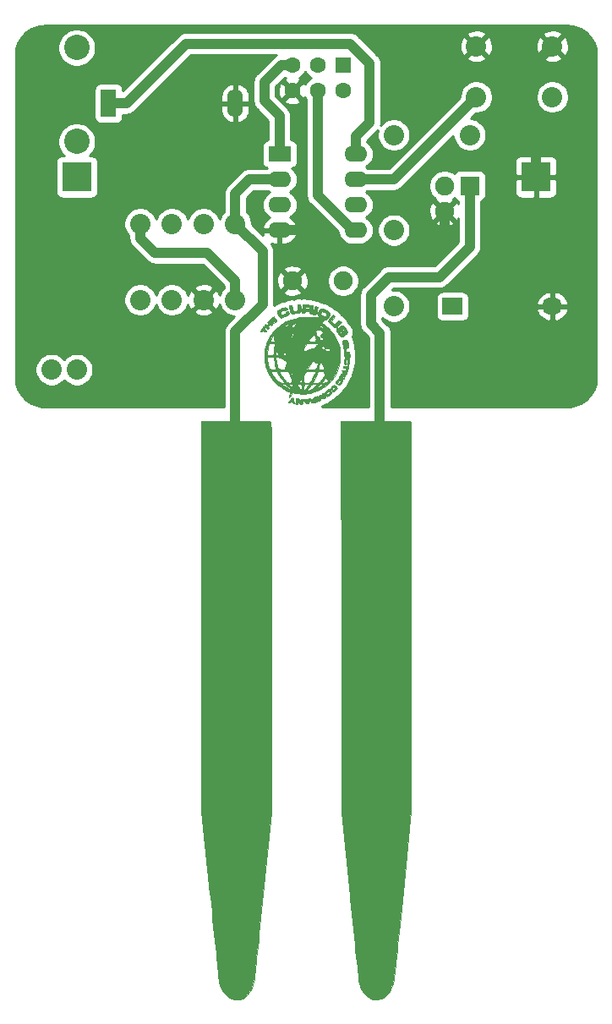
<source format=gbr>
G04 #@! TF.GenerationSoftware,KiCad,Pcbnew,(5.1.0)-1*
G04 #@! TF.CreationDate,2020-04-16T11:46:00+01:00*
G04 #@! TF.ProjectId,SolarSoilSensor,536f6c61-7253-46f6-996c-53656e736f72,rev?*
G04 #@! TF.SameCoordinates,PX5faea10PY77e7cd0*
G04 #@! TF.FileFunction,Copper,L1,Top*
G04 #@! TF.FilePolarity,Positive*
%FSLAX46Y46*%
G04 Gerber Fmt 4.6, Leading zero omitted, Abs format (unit mm)*
G04 Created by KiCad (PCBNEW (5.1.0)-1) date 2020-04-16 11:46:00*
%MOMM*%
%LPD*%
G04 APERTURE LIST*
%ADD10C,0.010000*%
%ADD11C,2.032000*%
%ADD12R,2.032000X1.727200*%
%ADD13O,2.032000X1.727200*%
%ADD14R,3.000000X3.000000*%
%ADD15C,1.524000*%
%ADD16R,1.600000X2.800000*%
%ADD17O,1.600000X2.800000*%
%ADD18C,2.540000*%
%ADD19O,2.286000X1.574800*%
%ADD20R,2.286000X1.574800*%
%ADD21C,1.600200*%
%ADD22R,1.600200X1.600200*%
%ADD23R,1.905000X1.905000*%
%ADD24C,1.905000*%
%ADD25C,0.600000*%
%ADD26C,1.000000*%
%ADD27C,0.254000*%
G04 APERTURE END LIST*
D10*
G36*
X40030948Y-42373D02*
G01*
X40570598Y-42583D01*
X41036714Y-43097D01*
X41434863Y-44049D01*
X41770611Y-45572D01*
X42049525Y-47802D01*
X42277171Y-50873D01*
X42459115Y-54918D01*
X42600925Y-60071D01*
X42708167Y-66467D01*
X42786406Y-74241D01*
X42841211Y-83525D01*
X42878146Y-94454D01*
X42902779Y-107162D01*
X42920676Y-121784D01*
X42926000Y-127000D01*
X42932657Y-134160D01*
X42938956Y-143489D01*
X42944906Y-157276D01*
X42950517Y-177811D01*
X42955800Y-207384D01*
X42960764Y-248284D01*
X42965420Y-302801D01*
X42969776Y-373226D01*
X42973843Y-461846D01*
X42977632Y-570954D01*
X42981151Y-702837D01*
X42984411Y-859787D01*
X42987421Y-1044092D01*
X42990193Y-1258043D01*
X42992734Y-1503929D01*
X42995056Y-1784040D01*
X42997169Y-2100666D01*
X42999082Y-2456096D01*
X43000805Y-2852620D01*
X43002348Y-3292529D01*
X43003721Y-3778111D01*
X43004934Y-4311657D01*
X43005997Y-4895456D01*
X43006919Y-5531798D01*
X43007712Y-6222973D01*
X43008384Y-6971270D01*
X43008945Y-7778980D01*
X43009406Y-8648392D01*
X43009777Y-9581795D01*
X43010066Y-10581480D01*
X43010285Y-11649737D01*
X43010443Y-12788854D01*
X43010550Y-14001123D01*
X43010616Y-15288832D01*
X43010651Y-16654271D01*
X43010664Y-18099730D01*
X43010667Y-19627500D01*
X43010667Y-39135342D01*
X42185673Y-47243088D01*
X42101346Y-48070878D01*
X42018688Y-48880426D01*
X41938157Y-49667337D01*
X41860209Y-50427214D01*
X41785301Y-51155662D01*
X41713890Y-51848284D01*
X41646433Y-52500685D01*
X41583386Y-53108469D01*
X41525207Y-53667241D01*
X41472352Y-54172603D01*
X41425278Y-54620160D01*
X41384442Y-55005517D01*
X41350300Y-55324277D01*
X41323310Y-55572045D01*
X41303928Y-55744425D01*
X41292611Y-55837020D01*
X41292521Y-55837667D01*
X41256423Y-56062990D01*
X41212837Y-56286513D01*
X41168055Y-56477933D01*
X41138726Y-56578500D01*
X40974997Y-56964972D01*
X40765440Y-57298333D01*
X40516789Y-57572486D01*
X40235780Y-57781337D01*
X39929151Y-57918790D01*
X39603637Y-57978748D01*
X39590611Y-57979435D01*
X39421291Y-57981450D01*
X39266711Y-57973050D01*
X39174534Y-57958994D01*
X38859347Y-57835466D01*
X38567670Y-57638568D01*
X38307497Y-57378161D01*
X38086822Y-57064107D01*
X37913638Y-56706268D01*
X37795940Y-56314506D01*
X37781021Y-56239833D01*
X37770451Y-56164049D01*
X37751715Y-56008270D01*
X37725263Y-55776729D01*
X37691544Y-55473658D01*
X37651008Y-55103288D01*
X37604105Y-54669854D01*
X37551283Y-54177586D01*
X37492992Y-53630717D01*
X37429683Y-53033480D01*
X37361804Y-52390107D01*
X37289804Y-51704830D01*
X37214135Y-50981881D01*
X37135244Y-50225494D01*
X37053581Y-49439900D01*
X36969597Y-48629331D01*
X36883740Y-47798020D01*
X36861543Y-47582667D01*
X36004500Y-39264167D01*
X35993781Y-19653250D01*
X35983063Y-42333D01*
X39412198Y-42333D01*
X40030948Y-42373D01*
X40030948Y-42373D01*
G37*
X40030948Y-42373D02*
X40570598Y-42583D01*
X41036714Y-43097D01*
X41434863Y-44049D01*
X41770611Y-45572D01*
X42049525Y-47802D01*
X42277171Y-50873D01*
X42459115Y-54918D01*
X42600925Y-60071D01*
X42708167Y-66467D01*
X42786406Y-74241D01*
X42841211Y-83525D01*
X42878146Y-94454D01*
X42902779Y-107162D01*
X42920676Y-121784D01*
X42926000Y-127000D01*
X42932657Y-134160D01*
X42938956Y-143489D01*
X42944906Y-157276D01*
X42950517Y-177811D01*
X42955800Y-207384D01*
X42960764Y-248284D01*
X42965420Y-302801D01*
X42969776Y-373226D01*
X42973843Y-461846D01*
X42977632Y-570954D01*
X42981151Y-702837D01*
X42984411Y-859787D01*
X42987421Y-1044092D01*
X42990193Y-1258043D01*
X42992734Y-1503929D01*
X42995056Y-1784040D01*
X42997169Y-2100666D01*
X42999082Y-2456096D01*
X43000805Y-2852620D01*
X43002348Y-3292529D01*
X43003721Y-3778111D01*
X43004934Y-4311657D01*
X43005997Y-4895456D01*
X43006919Y-5531798D01*
X43007712Y-6222973D01*
X43008384Y-6971270D01*
X43008945Y-7778980D01*
X43009406Y-8648392D01*
X43009777Y-9581795D01*
X43010066Y-10581480D01*
X43010285Y-11649737D01*
X43010443Y-12788854D01*
X43010550Y-14001123D01*
X43010616Y-15288832D01*
X43010651Y-16654271D01*
X43010664Y-18099730D01*
X43010667Y-19627500D01*
X43010667Y-39135342D01*
X42185673Y-47243088D01*
X42101346Y-48070878D01*
X42018688Y-48880426D01*
X41938157Y-49667337D01*
X41860209Y-50427214D01*
X41785301Y-51155662D01*
X41713890Y-51848284D01*
X41646433Y-52500685D01*
X41583386Y-53108469D01*
X41525207Y-53667241D01*
X41472352Y-54172603D01*
X41425278Y-54620160D01*
X41384442Y-55005517D01*
X41350300Y-55324277D01*
X41323310Y-55572045D01*
X41303928Y-55744425D01*
X41292611Y-55837020D01*
X41292521Y-55837667D01*
X41256423Y-56062990D01*
X41212837Y-56286513D01*
X41168055Y-56477933D01*
X41138726Y-56578500D01*
X40974997Y-56964972D01*
X40765440Y-57298333D01*
X40516789Y-57572486D01*
X40235780Y-57781337D01*
X39929151Y-57918790D01*
X39603637Y-57978748D01*
X39590611Y-57979435D01*
X39421291Y-57981450D01*
X39266711Y-57973050D01*
X39174534Y-57958994D01*
X38859347Y-57835466D01*
X38567670Y-57638568D01*
X38307497Y-57378161D01*
X38086822Y-57064107D01*
X37913638Y-56706268D01*
X37795940Y-56314506D01*
X37781021Y-56239833D01*
X37770451Y-56164049D01*
X37751715Y-56008270D01*
X37725263Y-55776729D01*
X37691544Y-55473658D01*
X37651008Y-55103288D01*
X37604105Y-54669854D01*
X37551283Y-54177586D01*
X37492992Y-53630717D01*
X37429683Y-53033480D01*
X37361804Y-52390107D01*
X37289804Y-51704830D01*
X37214135Y-50981881D01*
X37135244Y-50225494D01*
X37053581Y-49439900D01*
X36969597Y-48629331D01*
X36883740Y-47798020D01*
X36861543Y-47582667D01*
X36004500Y-39264167D01*
X35993781Y-19653250D01*
X35983063Y-42333D01*
X39412198Y-42333D01*
X40030948Y-42373D01*
G36*
X25435842Y-52183D02*
G01*
X26070675Y-54489D01*
X26625918Y-57000D01*
X27106649Y-59818D01*
X27517942Y-63044D01*
X27864876Y-66779D01*
X28152526Y-71123D01*
X28385969Y-76177D01*
X28570282Y-82042D01*
X28710542Y-88820D01*
X28811825Y-96611D01*
X28879207Y-105516D01*
X28917766Y-115635D01*
X28928342Y-121600D01*
X28933849Y-130139D01*
X28939061Y-147869D01*
X28943986Y-177048D01*
X28948633Y-219934D01*
X28953009Y-278786D01*
X28957122Y-355861D01*
X28960980Y-453418D01*
X28964592Y-573714D01*
X28967965Y-719009D01*
X28971108Y-891559D01*
X28974028Y-1093624D01*
X28976734Y-1327461D01*
X28979234Y-1595328D01*
X28981535Y-1899484D01*
X28983647Y-2242187D01*
X28985576Y-2625694D01*
X28987330Y-3052265D01*
X28988919Y-3524156D01*
X28990350Y-4043627D01*
X28991631Y-4612934D01*
X28992770Y-5234338D01*
X28993775Y-5910095D01*
X28994655Y-6642463D01*
X28995417Y-7433702D01*
X28996069Y-8286068D01*
X28996619Y-9201821D01*
X28997076Y-10183218D01*
X28997447Y-11232517D01*
X28997741Y-12351976D01*
X28997966Y-13543854D01*
X28998129Y-14810409D01*
X28998239Y-16153899D01*
X28998304Y-17576582D01*
X28998331Y-19080716D01*
X28998334Y-19743583D01*
X28998334Y-39307466D01*
X28171963Y-47413816D01*
X28087558Y-48240754D01*
X28004854Y-49049009D01*
X27924305Y-49834216D01*
X27846368Y-50592011D01*
X27771496Y-51318032D01*
X27700146Y-52007914D01*
X27632772Y-52657294D01*
X27569831Y-53261808D01*
X27511777Y-53817092D01*
X27459065Y-54318783D01*
X27412151Y-54762517D01*
X27371489Y-55143929D01*
X27337537Y-55458658D01*
X27310747Y-55702337D01*
X27291577Y-55870605D01*
X27280480Y-55959097D01*
X27280331Y-55960109D01*
X27176906Y-56452526D01*
X27022589Y-56883013D01*
X26818729Y-57249343D01*
X26566678Y-57549287D01*
X26267785Y-57780614D01*
X26132399Y-57854918D01*
X25870779Y-57947061D01*
X25579000Y-57990354D01*
X25287868Y-57983150D01*
X25028186Y-57923800D01*
X25005767Y-57915188D01*
X24684765Y-57741817D01*
X24397506Y-57495997D01*
X24151468Y-57185767D01*
X23954128Y-56819168D01*
X23927669Y-56756057D01*
X23847925Y-56526655D01*
X23779903Y-56271768D01*
X23730884Y-56023588D01*
X23708148Y-55814310D01*
X23707402Y-55782038D01*
X23703038Y-55724167D01*
X23690376Y-55586222D01*
X23669834Y-55372346D01*
X23641833Y-55086683D01*
X23606791Y-54733375D01*
X23565127Y-54316564D01*
X23517261Y-53840395D01*
X23463611Y-53309010D01*
X23404598Y-52726552D01*
X23340640Y-52097164D01*
X23272156Y-51424989D01*
X23199565Y-50714170D01*
X23123287Y-49968850D01*
X23043742Y-49193172D01*
X22961347Y-48391278D01*
X22876523Y-47567312D01*
X22860000Y-47406997D01*
X22013334Y-39193418D01*
X22013334Y-40866D01*
X25435842Y-52183D01*
X25435842Y-52183D01*
G37*
X25435842Y-52183D02*
X26070675Y-54489D01*
X26625918Y-57000D01*
X27106649Y-59818D01*
X27517942Y-63044D01*
X27864876Y-66779D01*
X28152526Y-71123D01*
X28385969Y-76177D01*
X28570282Y-82042D01*
X28710542Y-88820D01*
X28811825Y-96611D01*
X28879207Y-105516D01*
X28917766Y-115635D01*
X28928342Y-121600D01*
X28933849Y-130139D01*
X28939061Y-147869D01*
X28943986Y-177048D01*
X28948633Y-219934D01*
X28953009Y-278786D01*
X28957122Y-355861D01*
X28960980Y-453418D01*
X28964592Y-573714D01*
X28967965Y-719009D01*
X28971108Y-891559D01*
X28974028Y-1093624D01*
X28976734Y-1327461D01*
X28979234Y-1595328D01*
X28981535Y-1899484D01*
X28983647Y-2242187D01*
X28985576Y-2625694D01*
X28987330Y-3052265D01*
X28988919Y-3524156D01*
X28990350Y-4043627D01*
X28991631Y-4612934D01*
X28992770Y-5234338D01*
X28993775Y-5910095D01*
X28994655Y-6642463D01*
X28995417Y-7433702D01*
X28996069Y-8286068D01*
X28996619Y-9201821D01*
X28997076Y-10183218D01*
X28997447Y-11232517D01*
X28997741Y-12351976D01*
X28997966Y-13543854D01*
X28998129Y-14810409D01*
X28998239Y-16153899D01*
X28998304Y-17576582D01*
X28998331Y-19080716D01*
X28998334Y-19743583D01*
X28998334Y-39307466D01*
X28171963Y-47413816D01*
X28087558Y-48240754D01*
X28004854Y-49049009D01*
X27924305Y-49834216D01*
X27846368Y-50592011D01*
X27771496Y-51318032D01*
X27700146Y-52007914D01*
X27632772Y-52657294D01*
X27569831Y-53261808D01*
X27511777Y-53817092D01*
X27459065Y-54318783D01*
X27412151Y-54762517D01*
X27371489Y-55143929D01*
X27337537Y-55458658D01*
X27310747Y-55702337D01*
X27291577Y-55870605D01*
X27280480Y-55959097D01*
X27280331Y-55960109D01*
X27176906Y-56452526D01*
X27022589Y-56883013D01*
X26818729Y-57249343D01*
X26566678Y-57549287D01*
X26267785Y-57780614D01*
X26132399Y-57854918D01*
X25870779Y-57947061D01*
X25579000Y-57990354D01*
X25287868Y-57983150D01*
X25028186Y-57923800D01*
X25005767Y-57915188D01*
X24684765Y-57741817D01*
X24397506Y-57495997D01*
X24151468Y-57185767D01*
X23954128Y-56819168D01*
X23927669Y-56756057D01*
X23847925Y-56526655D01*
X23779903Y-56271768D01*
X23730884Y-56023588D01*
X23708148Y-55814310D01*
X23707402Y-55782038D01*
X23703038Y-55724167D01*
X23690376Y-55586222D01*
X23669834Y-55372346D01*
X23641833Y-55086683D01*
X23606791Y-54733375D01*
X23565127Y-54316564D01*
X23517261Y-53840395D01*
X23463611Y-53309010D01*
X23404598Y-52726552D01*
X23340640Y-52097164D01*
X23272156Y-51424989D01*
X23199565Y-50714170D01*
X23123287Y-49968850D01*
X23043742Y-49193172D01*
X22961347Y-48391278D01*
X22876523Y-47567312D01*
X22860000Y-47406997D01*
X22013334Y-39193418D01*
X22013334Y-40866D01*
X25435842Y-52183D01*
G36*
X31754211Y11634241D02*
G01*
X31898167Y11620500D01*
X31931357Y11324166D01*
X31948663Y11109339D01*
X31941805Y10960858D01*
X31907695Y10863071D01*
X31843250Y10800324D01*
X31826167Y10790451D01*
X31736408Y10763466D01*
X31593208Y10741979D01*
X31421279Y10727207D01*
X31245336Y10720366D01*
X31090092Y10722673D01*
X30980261Y10735343D01*
X30948081Y10747228D01*
X30910670Y10810852D01*
X30872538Y10942063D01*
X30838494Y11123962D01*
X30835943Y11141214D01*
X30813422Y11302035D01*
X30797579Y11425787D01*
X30790880Y11492733D01*
X30791196Y11499138D01*
X30832183Y11510857D01*
X30923168Y11531671D01*
X30930948Y11533343D01*
X31014583Y11546359D01*
X31057692Y11525021D01*
X31080672Y11449846D01*
X31091964Y11379538D01*
X31121033Y11190537D01*
X31145147Y11069797D01*
X31173165Y11002050D01*
X31213942Y10972024D01*
X31276338Y10964450D01*
X31332813Y10964333D01*
X31492621Y10972867D01*
X31590237Y11008583D01*
X31637661Y11086650D01*
X31646893Y11222238D01*
X31637944Y11350060D01*
X31610255Y11647981D01*
X31754211Y11634241D01*
X31754211Y11634241D01*
G37*
X31754211Y11634241D02*
X31898167Y11620500D01*
X31931357Y11324166D01*
X31948663Y11109339D01*
X31941805Y10960858D01*
X31907695Y10863071D01*
X31843250Y10800324D01*
X31826167Y10790451D01*
X31736408Y10763466D01*
X31593208Y10741979D01*
X31421279Y10727207D01*
X31245336Y10720366D01*
X31090092Y10722673D01*
X30980261Y10735343D01*
X30948081Y10747228D01*
X30910670Y10810852D01*
X30872538Y10942063D01*
X30838494Y11123962D01*
X30835943Y11141214D01*
X30813422Y11302035D01*
X30797579Y11425787D01*
X30790880Y11492733D01*
X30791196Y11499138D01*
X30832183Y11510857D01*
X30923168Y11531671D01*
X30930948Y11533343D01*
X31014583Y11546359D01*
X31057692Y11525021D01*
X31080672Y11449846D01*
X31091964Y11379538D01*
X31121033Y11190537D01*
X31145147Y11069797D01*
X31173165Y11002050D01*
X31213942Y10972024D01*
X31276338Y10964450D01*
X31332813Y10964333D01*
X31492621Y10972867D01*
X31590237Y11008583D01*
X31637661Y11086650D01*
X31646893Y11222238D01*
X31637944Y11350060D01*
X31610255Y11647981D01*
X31754211Y11634241D01*
G36*
X32345823Y11622930D02*
G01*
X32499393Y11609050D01*
X32671623Y11588805D01*
X32840910Y11564794D01*
X32985649Y11539617D01*
X33084236Y11515873D01*
X33098267Y11510826D01*
X33139986Y11493817D01*
X33166946Y11473158D01*
X33180003Y11434072D01*
X33180013Y11361785D01*
X33167830Y11241521D01*
X33144310Y11058502D01*
X33130520Y10953750D01*
X33116788Y10832811D01*
X33109959Y10752666D01*
X33070795Y10688761D01*
X32979168Y10668627D01*
X32865744Y10694538D01*
X32835333Y10745519D01*
X32838797Y10796515D01*
X32844099Y10850640D01*
X32814832Y10886470D01*
X32735061Y10912378D01*
X32588856Y10936738D01*
X32565813Y10939994D01*
X32452101Y10951249D01*
X32394566Y10935391D01*
X32366242Y10881292D01*
X32359095Y10854692D01*
X32328542Y10779228D01*
X32270644Y10760189D01*
X32202536Y10770109D01*
X32110249Y10791002D01*
X32065799Y10805770D01*
X32065564Y10806024D01*
X32065226Y10852505D01*
X32075685Y10959777D01*
X32093725Y11105130D01*
X32116126Y11265858D01*
X32119661Y11288889D01*
X32427334Y11288889D01*
X32441811Y11225449D01*
X32496967Y11190762D01*
X32610388Y11177221D01*
X32688389Y11176000D01*
X32823060Y11184504D01*
X32885478Y11212095D01*
X32893000Y11234562D01*
X32853313Y11292163D01*
X32741882Y11330164D01*
X32570147Y11344724D01*
X32564917Y11344755D01*
X32461384Y11329371D01*
X32427334Y11288889D01*
X32119661Y11288889D01*
X32139672Y11419251D01*
X32161143Y11542602D01*
X32177322Y11613203D01*
X32181084Y11621195D01*
X32232519Y11627845D01*
X32345823Y11622930D01*
X32345823Y11622930D01*
G37*
X32345823Y11622930D02*
X32499393Y11609050D01*
X32671623Y11588805D01*
X32840910Y11564794D01*
X32985649Y11539617D01*
X33084236Y11515873D01*
X33098267Y11510826D01*
X33139986Y11493817D01*
X33166946Y11473158D01*
X33180003Y11434072D01*
X33180013Y11361785D01*
X33167830Y11241521D01*
X33144310Y11058502D01*
X33130520Y10953750D01*
X33116788Y10832811D01*
X33109959Y10752666D01*
X33070795Y10688761D01*
X32979168Y10668627D01*
X32865744Y10694538D01*
X32835333Y10745519D01*
X32838797Y10796515D01*
X32844099Y10850640D01*
X32814832Y10886470D01*
X32735061Y10912378D01*
X32588856Y10936738D01*
X32565813Y10939994D01*
X32452101Y10951249D01*
X32394566Y10935391D01*
X32366242Y10881292D01*
X32359095Y10854692D01*
X32328542Y10779228D01*
X32270644Y10760189D01*
X32202536Y10770109D01*
X32110249Y10791002D01*
X32065799Y10805770D01*
X32065564Y10806024D01*
X32065226Y10852505D01*
X32075685Y10959777D01*
X32093725Y11105130D01*
X32116126Y11265858D01*
X32119661Y11288889D01*
X32427334Y11288889D01*
X32441811Y11225449D01*
X32496967Y11190762D01*
X32610388Y11177221D01*
X32688389Y11176000D01*
X32823060Y11184504D01*
X32885478Y11212095D01*
X32893000Y11234562D01*
X32853313Y11292163D01*
X32741882Y11330164D01*
X32570147Y11344724D01*
X32564917Y11344755D01*
X32461384Y11329371D01*
X32427334Y11288889D01*
X32119661Y11288889D01*
X32139672Y11419251D01*
X32161143Y11542602D01*
X32177322Y11613203D01*
X32181084Y11621195D01*
X32232519Y11627845D01*
X32345823Y11622930D01*
G36*
X33522200Y11409824D02*
G01*
X33607197Y11374528D01*
X33652068Y11337057D01*
X33653024Y11331386D01*
X33641624Y11270185D01*
X33612887Y11149321D01*
X33572127Y10990710D01*
X33553753Y10922000D01*
X33498669Y10734455D01*
X33449374Y10618666D01*
X33395505Y10563274D01*
X33326696Y10556926D01*
X33244601Y10583277D01*
X33151701Y10621199D01*
X33259300Y11015016D01*
X33306789Y11185262D01*
X33346690Y11321714D01*
X33373488Y11405846D01*
X33380922Y11423445D01*
X33434350Y11430333D01*
X33522200Y11409824D01*
X33522200Y11409824D01*
G37*
X33522200Y11409824D02*
X33607197Y11374528D01*
X33652068Y11337057D01*
X33653024Y11331386D01*
X33641624Y11270185D01*
X33612887Y11149321D01*
X33572127Y10990710D01*
X33553753Y10922000D01*
X33498669Y10734455D01*
X33449374Y10618666D01*
X33395505Y10563274D01*
X33326696Y10556926D01*
X33244601Y10583277D01*
X33151701Y10621199D01*
X33259300Y11015016D01*
X33306789Y11185262D01*
X33346690Y11321714D01*
X33373488Y11405846D01*
X33380922Y11423445D01*
X33434350Y11430333D01*
X33522200Y11409824D01*
G36*
X30462325Y11316561D02*
G01*
X30555852Y11248039D01*
X30605258Y11164559D01*
X30607000Y11147712D01*
X30571001Y11097277D01*
X30487193Y11052291D01*
X30391863Y11028028D01*
X30334081Y11032829D01*
X30243959Y11035560D01*
X30120472Y11005430D01*
X30001808Y10954841D01*
X29930393Y10901709D01*
X29914096Y10824941D01*
X29942485Y10723626D01*
X29999379Y10632066D01*
X30068593Y10584561D01*
X30080607Y10583333D01*
X30174310Y10603133D01*
X30283339Y10652209D01*
X30382276Y10715081D01*
X30445700Y10776265D01*
X30454853Y10811274D01*
X30474278Y10867547D01*
X30568938Y10917145D01*
X30665995Y10943938D01*
X30722733Y10946503D01*
X30725326Y10944785D01*
X30739477Y10893368D01*
X30749151Y10791588D01*
X30750212Y10765629D01*
X30749182Y10682988D01*
X30729343Y10624912D01*
X30674959Y10574534D01*
X30570293Y10514986D01*
X30468543Y10463723D01*
X30302334Y10389169D01*
X30140429Y10330049D01*
X30017470Y10298989D01*
X30016019Y10298790D01*
X29903359Y10291351D01*
X29834662Y10320880D01*
X29771283Y10405788D01*
X29762944Y10419352D01*
X29663011Y10615478D01*
X29606108Y10798032D01*
X29598543Y10931849D01*
X29628189Y10994428D01*
X29707496Y11062177D01*
X29848923Y11144652D01*
X29929667Y11185895D01*
X30091120Y11259952D01*
X30236625Y11315613D01*
X30340239Y11343243D01*
X30357022Y11344645D01*
X30462325Y11316561D01*
X30462325Y11316561D01*
G37*
X30462325Y11316561D02*
X30555852Y11248039D01*
X30605258Y11164559D01*
X30607000Y11147712D01*
X30571001Y11097277D01*
X30487193Y11052291D01*
X30391863Y11028028D01*
X30334081Y11032829D01*
X30243959Y11035560D01*
X30120472Y11005430D01*
X30001808Y10954841D01*
X29930393Y10901709D01*
X29914096Y10824941D01*
X29942485Y10723626D01*
X29999379Y10632066D01*
X30068593Y10584561D01*
X30080607Y10583333D01*
X30174310Y10603133D01*
X30283339Y10652209D01*
X30382276Y10715081D01*
X30445700Y10776265D01*
X30454853Y10811274D01*
X30474278Y10867547D01*
X30568938Y10917145D01*
X30665995Y10943938D01*
X30722733Y10946503D01*
X30725326Y10944785D01*
X30739477Y10893368D01*
X30749151Y10791588D01*
X30750212Y10765629D01*
X30749182Y10682988D01*
X30729343Y10624912D01*
X30674959Y10574534D01*
X30570293Y10514986D01*
X30468543Y10463723D01*
X30302334Y10389169D01*
X30140429Y10330049D01*
X30017470Y10298989D01*
X30016019Y10298790D01*
X29903359Y10291351D01*
X29834662Y10320880D01*
X29771283Y10405788D01*
X29762944Y10419352D01*
X29663011Y10615478D01*
X29606108Y10798032D01*
X29598543Y10931849D01*
X29628189Y10994428D01*
X29707496Y11062177D01*
X29848923Y11144652D01*
X29929667Y11185895D01*
X30091120Y11259952D01*
X30236625Y11315613D01*
X30340239Y11343243D01*
X30357022Y11344645D01*
X30462325Y11316561D01*
G36*
X29297923Y10380167D02*
G01*
X29346638Y10297034D01*
X29355306Y10280015D01*
X29396337Y10184593D01*
X29393427Y10122702D01*
X29347823Y10057765D01*
X29273500Y9969500D01*
X29370068Y10051337D01*
X29444660Y10104121D01*
X29495490Y10099515D01*
X29528282Y10071527D01*
X29553151Y10032733D01*
X29539048Y9988464D01*
X29475745Y9924059D01*
X29360035Y9830332D01*
X29130141Y9650783D01*
X28979571Y9847979D01*
X28935027Y9908756D01*
X29178046Y9908756D01*
X29183837Y9906000D01*
X29222469Y9935802D01*
X29231167Y9948333D01*
X29241954Y9987910D01*
X29236164Y9990666D01*
X29197531Y9960865D01*
X29188834Y9948333D01*
X29178046Y9908756D01*
X28935027Y9908756D01*
X28899002Y9957909D01*
X28845084Y10039953D01*
X28830803Y10070837D01*
X28853118Y10096500D01*
X29083000Y10096500D01*
X29104167Y10075333D01*
X29125334Y10096500D01*
X29104167Y10117666D01*
X29083000Y10096500D01*
X28853118Y10096500D01*
X28862465Y10107249D01*
X28892652Y10133650D01*
X29167667Y10133650D01*
X29188259Y10120978D01*
X29244536Y10175360D01*
X29257733Y10191750D01*
X29294345Y10241893D01*
X29272423Y10231381D01*
X29241750Y10207733D01*
X29183120Y10155511D01*
X29167667Y10133650D01*
X28892652Y10133650D01*
X28940466Y10175467D01*
X29042415Y10257853D01*
X29145921Y10336771D01*
X29228592Y10394585D01*
X29266479Y10414000D01*
X29297923Y10380167D01*
X29297923Y10380167D01*
G37*
X29297923Y10380167D02*
X29346638Y10297034D01*
X29355306Y10280015D01*
X29396337Y10184593D01*
X29393427Y10122702D01*
X29347823Y10057765D01*
X29273500Y9969500D01*
X29370068Y10051337D01*
X29444660Y10104121D01*
X29495490Y10099515D01*
X29528282Y10071527D01*
X29553151Y10032733D01*
X29539048Y9988464D01*
X29475745Y9924059D01*
X29360035Y9830332D01*
X29130141Y9650783D01*
X28979571Y9847979D01*
X28935027Y9908756D01*
X29178046Y9908756D01*
X29183837Y9906000D01*
X29222469Y9935802D01*
X29231167Y9948333D01*
X29241954Y9987910D01*
X29236164Y9990666D01*
X29197531Y9960865D01*
X29188834Y9948333D01*
X29178046Y9908756D01*
X28935027Y9908756D01*
X28899002Y9957909D01*
X28845084Y10039953D01*
X28830803Y10070837D01*
X28853118Y10096500D01*
X29083000Y10096500D01*
X29104167Y10075333D01*
X29125334Y10096500D01*
X29104167Y10117666D01*
X29083000Y10096500D01*
X28853118Y10096500D01*
X28862465Y10107249D01*
X28892652Y10133650D01*
X29167667Y10133650D01*
X29188259Y10120978D01*
X29244536Y10175360D01*
X29257733Y10191750D01*
X29294345Y10241893D01*
X29272423Y10231381D01*
X29241750Y10207733D01*
X29183120Y10155511D01*
X29167667Y10133650D01*
X28892652Y10133650D01*
X28940466Y10175467D01*
X29042415Y10257853D01*
X29145921Y10336771D01*
X29228592Y10394585D01*
X29266479Y10414000D01*
X29297923Y10380167D01*
G36*
X35215000Y10557283D02*
G01*
X35289307Y10494461D01*
X35291007Y10492867D01*
X35387304Y10402401D01*
X35191123Y10172768D01*
X34994942Y9943136D01*
X35351660Y9588500D01*
X35567897Y9814137D01*
X35784134Y10039775D01*
X35999728Y9824181D01*
X35744304Y9568757D01*
X35590187Y9423322D01*
X35468185Y9340015D01*
X35359584Y9319097D01*
X35245673Y9360832D01*
X35107738Y9465480D01*
X34983595Y9579407D01*
X34826590Y9736770D01*
X34734945Y9861084D01*
X34707152Y9971239D01*
X34741706Y10086123D01*
X34837100Y10224627D01*
X34923897Y10328060D01*
X35030122Y10447334D01*
X35115338Y10536825D01*
X35164695Y10581120D01*
X35169877Y10583333D01*
X35215000Y10557283D01*
X35215000Y10557283D01*
G37*
X35215000Y10557283D02*
X35289307Y10494461D01*
X35291007Y10492867D01*
X35387304Y10402401D01*
X35191123Y10172768D01*
X34994942Y9943136D01*
X35351660Y9588500D01*
X35567897Y9814137D01*
X35784134Y10039775D01*
X35999728Y9824181D01*
X35744304Y9568757D01*
X35590187Y9423322D01*
X35468185Y9340015D01*
X35359584Y9319097D01*
X35245673Y9360832D01*
X35107738Y9465480D01*
X34983595Y9579407D01*
X34826590Y9736770D01*
X34734945Y9861084D01*
X34707152Y9971239D01*
X34741706Y10086123D01*
X34837100Y10224627D01*
X34923897Y10328060D01*
X35030122Y10447334D01*
X35115338Y10536825D01*
X35164695Y10581120D01*
X35169877Y10583333D01*
X35215000Y10557283D01*
G36*
X28763798Y9970625D02*
G01*
X28830260Y9921611D01*
X28913424Y9842737D01*
X29007085Y9741859D01*
X29068672Y9657466D01*
X29083000Y9620913D01*
X29049334Y9558267D01*
X28975691Y9533774D01*
X28903102Y9560968D01*
X28902651Y9561416D01*
X28849157Y9579513D01*
X28773667Y9532228D01*
X28757393Y9517384D01*
X28694059Y9448316D01*
X28690633Y9399014D01*
X28723573Y9355218D01*
X28763747Y9294999D01*
X28740140Y9243681D01*
X28710421Y9215121D01*
X28664207Y9181480D01*
X28619321Y9182832D01*
X28556571Y9227942D01*
X28456767Y9325577D01*
X28447137Y9335379D01*
X28347173Y9440731D01*
X28299840Y9506325D01*
X28296708Y9551056D01*
X28329352Y9593822D01*
X28331101Y9595576D01*
X28395565Y9641680D01*
X28454721Y9621113D01*
X28469350Y9609514D01*
X28527762Y9578560D01*
X28586624Y9605277D01*
X28626741Y9642592D01*
X28685015Y9714173D01*
X28682122Y9768665D01*
X28659819Y9799983D01*
X28626549Y9862985D01*
X28659186Y9923147D01*
X28673644Y9938120D01*
X28718494Y9973382D01*
X28763798Y9970625D01*
X28763798Y9970625D01*
G37*
X28763798Y9970625D02*
X28830260Y9921611D01*
X28913424Y9842737D01*
X29007085Y9741859D01*
X29068672Y9657466D01*
X29083000Y9620913D01*
X29049334Y9558267D01*
X28975691Y9533774D01*
X28903102Y9560968D01*
X28902651Y9561416D01*
X28849157Y9579513D01*
X28773667Y9532228D01*
X28757393Y9517384D01*
X28694059Y9448316D01*
X28690633Y9399014D01*
X28723573Y9355218D01*
X28763747Y9294999D01*
X28740140Y9243681D01*
X28710421Y9215121D01*
X28664207Y9181480D01*
X28619321Y9182832D01*
X28556571Y9227942D01*
X28456767Y9325577D01*
X28447137Y9335379D01*
X28347173Y9440731D01*
X28299840Y9506325D01*
X28296708Y9551056D01*
X28329352Y9593822D01*
X28331101Y9595576D01*
X28395565Y9641680D01*
X28454721Y9621113D01*
X28469350Y9609514D01*
X28527762Y9578560D01*
X28586624Y9605277D01*
X28626741Y9642592D01*
X28685015Y9714173D01*
X28682122Y9768665D01*
X28659819Y9799983D01*
X28626549Y9862985D01*
X28659186Y9923147D01*
X28673644Y9938120D01*
X28718494Y9973382D01*
X28763798Y9970625D01*
G36*
X28283112Y9421709D02*
G01*
X28314319Y9403025D01*
X28349400Y9363258D01*
X28330072Y9301001D01*
X28314319Y9274095D01*
X28287440Y9206137D01*
X28308536Y9146481D01*
X28388329Y9079434D01*
X28490334Y9016498D01*
X28530329Y8980291D01*
X28507283Y8933417D01*
X28483223Y8907964D01*
X28432003Y8865915D01*
X28379959Y8865199D01*
X28296343Y8908503D01*
X28266259Y8926920D01*
X28119907Y9017371D01*
X28060339Y8927657D01*
X28011113Y8867643D01*
X27971365Y8876267D01*
X27945861Y8904105D01*
X27923149Y8950495D01*
X27934825Y9011659D01*
X27987697Y9106630D01*
X28053059Y9203694D01*
X28144454Y9333411D01*
X28203037Y9405185D01*
X28244144Y9430717D01*
X28283112Y9421709D01*
X28283112Y9421709D01*
G37*
X28283112Y9421709D02*
X28314319Y9403025D01*
X28349400Y9363258D01*
X28330072Y9301001D01*
X28314319Y9274095D01*
X28287440Y9206137D01*
X28308536Y9146481D01*
X28388329Y9079434D01*
X28490334Y9016498D01*
X28530329Y8980291D01*
X28507283Y8933417D01*
X28483223Y8907964D01*
X28432003Y8865915D01*
X28379959Y8865199D01*
X28296343Y8908503D01*
X28266259Y8926920D01*
X28119907Y9017371D01*
X28060339Y8927657D01*
X28011113Y8867643D01*
X27971365Y8876267D01*
X27945861Y8904105D01*
X27923149Y8950495D01*
X27934825Y9011659D01*
X27987697Y9106630D01*
X28053059Y9203694D01*
X28144454Y9333411D01*
X28203037Y9405185D01*
X28244144Y9430717D01*
X28283112Y9421709D01*
G36*
X36186933Y9486761D02*
G01*
X36298444Y9378915D01*
X36420365Y9211769D01*
X36541534Y9000272D01*
X36593594Y8878251D01*
X36598979Y8789393D01*
X36580903Y8735688D01*
X36514961Y8651521D01*
X36435583Y8649801D01*
X36349103Y8730650D01*
X36348672Y8731250D01*
X36303059Y8792798D01*
X36298400Y8786186D01*
X36330022Y8708142D01*
X36356511Y8618432D01*
X36332906Y8550893D01*
X36276763Y8490240D01*
X36136046Y8388014D01*
X36006934Y8360279D01*
X35936086Y8382564D01*
X35873706Y8442577D01*
X35787132Y8554810D01*
X35691192Y8696348D01*
X35600717Y8844275D01*
X35530537Y8975677D01*
X35517252Y9009458D01*
X35797931Y9009458D01*
X35833734Y8919597D01*
X35890972Y8816082D01*
X35954771Y8723873D01*
X36010257Y8667931D01*
X36035337Y8663143D01*
X36035106Y8708078D01*
X35998933Y8802205D01*
X35953035Y8891539D01*
X35879636Y9005106D01*
X35822270Y9061130D01*
X35798437Y9060703D01*
X35797931Y9009458D01*
X35517252Y9009458D01*
X35496907Y9061185D01*
X35500447Y9164747D01*
X35500691Y9165166D01*
X35771667Y9165166D01*
X35792834Y9144000D01*
X35814000Y9165166D01*
X35792834Y9186333D01*
X35771667Y9165166D01*
X35500691Y9165166D01*
X35531337Y9217663D01*
X36072829Y9217663D01*
X36079743Y9174473D01*
X36125122Y9083036D01*
X36163250Y9015130D01*
X36238221Y8900226D01*
X36292754Y8849544D01*
X36320096Y8868384D01*
X36322000Y8890594D01*
X36300335Y8953097D01*
X36247890Y9046369D01*
X36183492Y9141817D01*
X36125968Y9210848D01*
X36099750Y9228142D01*
X36072829Y9217663D01*
X35531337Y9217663D01*
X35549499Y9248774D01*
X35623496Y9292698D01*
X35701872Y9275951D01*
X35707373Y9271659D01*
X35758014Y9240978D01*
X35771596Y9277016D01*
X35771667Y9283910D01*
X35807341Y9362650D01*
X35894767Y9443609D01*
X36004552Y9504844D01*
X36094610Y9525000D01*
X36186933Y9486761D01*
X36186933Y9486761D01*
G37*
X36186933Y9486761D02*
X36298444Y9378915D01*
X36420365Y9211769D01*
X36541534Y9000272D01*
X36593594Y8878251D01*
X36598979Y8789393D01*
X36580903Y8735688D01*
X36514961Y8651521D01*
X36435583Y8649801D01*
X36349103Y8730650D01*
X36348672Y8731250D01*
X36303059Y8792798D01*
X36298400Y8786186D01*
X36330022Y8708142D01*
X36356511Y8618432D01*
X36332906Y8550893D01*
X36276763Y8490240D01*
X36136046Y8388014D01*
X36006934Y8360279D01*
X35936086Y8382564D01*
X35873706Y8442577D01*
X35787132Y8554810D01*
X35691192Y8696348D01*
X35600717Y8844275D01*
X35530537Y8975677D01*
X35517252Y9009458D01*
X35797931Y9009458D01*
X35833734Y8919597D01*
X35890972Y8816082D01*
X35954771Y8723873D01*
X36010257Y8667931D01*
X36035337Y8663143D01*
X36035106Y8708078D01*
X35998933Y8802205D01*
X35953035Y8891539D01*
X35879636Y9005106D01*
X35822270Y9061130D01*
X35798437Y9060703D01*
X35797931Y9009458D01*
X35517252Y9009458D01*
X35496907Y9061185D01*
X35500447Y9164747D01*
X35500691Y9165166D01*
X35771667Y9165166D01*
X35792834Y9144000D01*
X35814000Y9165166D01*
X35792834Y9186333D01*
X35771667Y9165166D01*
X35500691Y9165166D01*
X35531337Y9217663D01*
X36072829Y9217663D01*
X36079743Y9174473D01*
X36125122Y9083036D01*
X36163250Y9015130D01*
X36238221Y8900226D01*
X36292754Y8849544D01*
X36320096Y8868384D01*
X36322000Y8890594D01*
X36300335Y8953097D01*
X36247890Y9046369D01*
X36183492Y9141817D01*
X36125968Y9210848D01*
X36099750Y9228142D01*
X36072829Y9217663D01*
X35531337Y9217663D01*
X35549499Y9248774D01*
X35623496Y9292698D01*
X35701872Y9275951D01*
X35707373Y9271659D01*
X35758014Y9240978D01*
X35771596Y9277016D01*
X35771667Y9283910D01*
X35807341Y9362650D01*
X35894767Y9443609D01*
X36004552Y9504844D01*
X36094610Y9525000D01*
X36186933Y9486761D01*
G36*
X36575117Y8056740D02*
G01*
X36601882Y7999743D01*
X36640154Y7887723D01*
X36672143Y7778750D01*
X36707566Y7643727D01*
X36718490Y7570893D01*
X36704045Y7541135D01*
X36663357Y7535337D01*
X36661031Y7535333D01*
X36584633Y7560445D01*
X36561703Y7588250D01*
X36543067Y7603099D01*
X36537009Y7567083D01*
X36511141Y7502914D01*
X36457612Y7500699D01*
X36399386Y7554534D01*
X36372405Y7609416D01*
X36345306Y7681159D01*
X36335119Y7681183D01*
X36335990Y7603714D01*
X36337127Y7574634D01*
X36343167Y7423434D01*
X36526073Y7462283D01*
X36648277Y7485949D01*
X36711378Y7484078D01*
X36739016Y7449081D01*
X36751892Y7389804D01*
X36741944Y7327268D01*
X36671729Y7289310D01*
X36626769Y7278294D01*
X36509823Y7247375D01*
X36458651Y7203282D01*
X36455279Y7120385D01*
X36467003Y7050474D01*
X36491955Y6953503D01*
X36536738Y6910922D01*
X36630294Y6900513D01*
X36662585Y6900333D01*
X36830000Y6900333D01*
X36837056Y6688666D01*
X36841905Y6549450D01*
X36846176Y6437259D01*
X36847639Y6403496D01*
X36815778Y6334511D01*
X36777084Y6315726D01*
X36731339Y6320958D01*
X36707064Y6371683D01*
X36696366Y6486295D01*
X36695604Y6505646D01*
X36688208Y6709833D01*
X36672003Y6529916D01*
X36647172Y6401558D01*
X36603865Y6350665D01*
X36597167Y6350000D01*
X36551559Y6390658D01*
X36523296Y6508510D01*
X36520960Y6529916D01*
X36511038Y6625286D01*
X36506539Y6643254D01*
X36506338Y6581083D01*
X36507943Y6498166D01*
X36513646Y6372388D01*
X36534225Y6307180D01*
X36585481Y6278451D01*
X36660667Y6265333D01*
X36747282Y6248683D01*
X36792767Y6215203D01*
X36812708Y6141437D01*
X36821585Y6023185D01*
X36820384Y5878784D01*
X36803069Y5758114D01*
X36788346Y5716268D01*
X36723246Y5648434D01*
X36647170Y5631112D01*
X36589577Y5664481D01*
X36576000Y5715000D01*
X36593728Y5783790D01*
X36618334Y5799666D01*
X36646095Y5836933D01*
X36660217Y5928791D01*
X36660667Y5950777D01*
X36653846Y6050886D01*
X36623212Y6088800D01*
X36565417Y6088361D01*
X36510112Y6072349D01*
X36483747Y6030006D01*
X36478430Y5939017D01*
X36482017Y5852583D01*
X36476985Y5704001D01*
X36443719Y5630645D01*
X36384625Y5634908D01*
X36322266Y5693513D01*
X36292928Y5779042D01*
X36289422Y5909578D01*
X36307535Y6053854D01*
X36343056Y6180605D01*
X36391770Y6258565D01*
X36399076Y6263617D01*
X36446638Y6296375D01*
X36419914Y6305830D01*
X36401633Y6306379D01*
X36369446Y6319861D01*
X36346629Y6368278D01*
X36330244Y6465720D01*
X36317357Y6626277D01*
X36310951Y6741583D01*
X36280328Y7064918D01*
X36225039Y7392945D01*
X36184390Y7565820D01*
X36147248Y7704666D01*
X36491334Y7704666D01*
X36506823Y7669821D01*
X36519556Y7676444D01*
X36524622Y7726684D01*
X36519556Y7732889D01*
X36494389Y7727078D01*
X36491334Y7704666D01*
X36147248Y7704666D01*
X36124599Y7789333D01*
X36279667Y7789333D01*
X36295156Y7754488D01*
X36307889Y7761111D01*
X36312956Y7811351D01*
X36307889Y7817555D01*
X36282722Y7811744D01*
X36279667Y7789333D01*
X36124599Y7789333D01*
X36113275Y7831666D01*
X36449000Y7831666D01*
X36464489Y7796821D01*
X36477222Y7803444D01*
X36482289Y7853684D01*
X36477222Y7859889D01*
X36452055Y7854078D01*
X36449000Y7831666D01*
X36113275Y7831666D01*
X36079976Y7956140D01*
X36312465Y8023726D01*
X36443486Y8054832D01*
X36540480Y8064979D01*
X36575117Y8056740D01*
X36575117Y8056740D01*
G37*
X36575117Y8056740D02*
X36601882Y7999743D01*
X36640154Y7887723D01*
X36672143Y7778750D01*
X36707566Y7643727D01*
X36718490Y7570893D01*
X36704045Y7541135D01*
X36663357Y7535337D01*
X36661031Y7535333D01*
X36584633Y7560445D01*
X36561703Y7588250D01*
X36543067Y7603099D01*
X36537009Y7567083D01*
X36511141Y7502914D01*
X36457612Y7500699D01*
X36399386Y7554534D01*
X36372405Y7609416D01*
X36345306Y7681159D01*
X36335119Y7681183D01*
X36335990Y7603714D01*
X36337127Y7574634D01*
X36343167Y7423434D01*
X36526073Y7462283D01*
X36648277Y7485949D01*
X36711378Y7484078D01*
X36739016Y7449081D01*
X36751892Y7389804D01*
X36741944Y7327268D01*
X36671729Y7289310D01*
X36626769Y7278294D01*
X36509823Y7247375D01*
X36458651Y7203282D01*
X36455279Y7120385D01*
X36467003Y7050474D01*
X36491955Y6953503D01*
X36536738Y6910922D01*
X36630294Y6900513D01*
X36662585Y6900333D01*
X36830000Y6900333D01*
X36837056Y6688666D01*
X36841905Y6549450D01*
X36846176Y6437259D01*
X36847639Y6403496D01*
X36815778Y6334511D01*
X36777084Y6315726D01*
X36731339Y6320958D01*
X36707064Y6371683D01*
X36696366Y6486295D01*
X36695604Y6505646D01*
X36688208Y6709833D01*
X36672003Y6529916D01*
X36647172Y6401558D01*
X36603865Y6350665D01*
X36597167Y6350000D01*
X36551559Y6390658D01*
X36523296Y6508510D01*
X36520960Y6529916D01*
X36511038Y6625286D01*
X36506539Y6643254D01*
X36506338Y6581083D01*
X36507943Y6498166D01*
X36513646Y6372388D01*
X36534225Y6307180D01*
X36585481Y6278451D01*
X36660667Y6265333D01*
X36747282Y6248683D01*
X36792767Y6215203D01*
X36812708Y6141437D01*
X36821585Y6023185D01*
X36820384Y5878784D01*
X36803069Y5758114D01*
X36788346Y5716268D01*
X36723246Y5648434D01*
X36647170Y5631112D01*
X36589577Y5664481D01*
X36576000Y5715000D01*
X36593728Y5783790D01*
X36618334Y5799666D01*
X36646095Y5836933D01*
X36660217Y5928791D01*
X36660667Y5950777D01*
X36653846Y6050886D01*
X36623212Y6088800D01*
X36565417Y6088361D01*
X36510112Y6072349D01*
X36483747Y6030006D01*
X36478430Y5939017D01*
X36482017Y5852583D01*
X36476985Y5704001D01*
X36443719Y5630645D01*
X36384625Y5634908D01*
X36322266Y5693513D01*
X36292928Y5779042D01*
X36289422Y5909578D01*
X36307535Y6053854D01*
X36343056Y6180605D01*
X36391770Y6258565D01*
X36399076Y6263617D01*
X36446638Y6296375D01*
X36419914Y6305830D01*
X36401633Y6306379D01*
X36369446Y6319861D01*
X36346629Y6368278D01*
X36330244Y6465720D01*
X36317357Y6626277D01*
X36310951Y6741583D01*
X36280328Y7064918D01*
X36225039Y7392945D01*
X36184390Y7565820D01*
X36147248Y7704666D01*
X36491334Y7704666D01*
X36506823Y7669821D01*
X36519556Y7676444D01*
X36524622Y7726684D01*
X36519556Y7732889D01*
X36494389Y7727078D01*
X36491334Y7704666D01*
X36147248Y7704666D01*
X36124599Y7789333D01*
X36279667Y7789333D01*
X36295156Y7754488D01*
X36307889Y7761111D01*
X36312956Y7811351D01*
X36307889Y7817555D01*
X36282722Y7811744D01*
X36279667Y7789333D01*
X36124599Y7789333D01*
X36113275Y7831666D01*
X36449000Y7831666D01*
X36464489Y7796821D01*
X36477222Y7803444D01*
X36482289Y7853684D01*
X36477222Y7859889D01*
X36452055Y7854078D01*
X36449000Y7831666D01*
X36113275Y7831666D01*
X36079976Y7956140D01*
X36312465Y8023726D01*
X36443486Y8054832D01*
X36540480Y8064979D01*
X36575117Y8056740D01*
G36*
X36743156Y5541014D02*
G01*
X36731664Y5439816D01*
X36730633Y5433528D01*
X36696784Y5260747D01*
X36657822Y5110818D01*
X36619659Y5003063D01*
X36588210Y4956802D01*
X36584594Y4956342D01*
X36520809Y4974016D01*
X36508070Y4978985D01*
X36479270Y5029904D01*
X36480716Y5099828D01*
X36482242Y5167886D01*
X36440241Y5210109D01*
X36334988Y5245832D01*
X36330498Y5247045D01*
X36222345Y5283999D01*
X36180277Y5326108D01*
X36182872Y5376861D01*
X36210494Y5437299D01*
X36264694Y5457484D01*
X36366678Y5441219D01*
X36436232Y5422328D01*
X36529430Y5402384D01*
X36570527Y5422457D01*
X36584119Y5474813D01*
X36627248Y5554324D01*
X36677345Y5581262D01*
X36727525Y5581301D01*
X36743156Y5541014D01*
X36743156Y5541014D01*
G37*
X36743156Y5541014D02*
X36731664Y5439816D01*
X36730633Y5433528D01*
X36696784Y5260747D01*
X36657822Y5110818D01*
X36619659Y5003063D01*
X36588210Y4956802D01*
X36584594Y4956342D01*
X36520809Y4974016D01*
X36508070Y4978985D01*
X36479270Y5029904D01*
X36480716Y5099828D01*
X36482242Y5167886D01*
X36440241Y5210109D01*
X36334988Y5245832D01*
X36330498Y5247045D01*
X36222345Y5283999D01*
X36180277Y5326108D01*
X36182872Y5376861D01*
X36210494Y5437299D01*
X36264694Y5457484D01*
X36366678Y5441219D01*
X36436232Y5422328D01*
X36529430Y5402384D01*
X36570527Y5422457D01*
X36584119Y5474813D01*
X36627248Y5554324D01*
X36677345Y5581262D01*
X36727525Y5581301D01*
X36743156Y5541014D01*
G36*
X36264394Y5032871D02*
G01*
X36387413Y4995536D01*
X36494964Y4947213D01*
X36556892Y4897335D01*
X36560296Y4890531D01*
X36556330Y4820140D01*
X36520621Y4708865D01*
X36465223Y4582067D01*
X36402188Y4465109D01*
X36343569Y4383354D01*
X36308333Y4360333D01*
X36231550Y4375900D01*
X36119152Y4414347D01*
X36094337Y4424401D01*
X35984372Y4464776D01*
X35945881Y4467073D01*
X35977438Y4436282D01*
X36077622Y4377388D01*
X36113009Y4358968D01*
X36234404Y4279536D01*
X36272218Y4207510D01*
X36271273Y4199844D01*
X36229500Y4132519D01*
X36140153Y4128994D01*
X35999895Y4189455D01*
X35951584Y4217549D01*
X35832737Y4295967D01*
X35781380Y4353620D01*
X35788874Y4406794D01*
X35826952Y4452559D01*
X35891386Y4542624D01*
X35910290Y4582583D01*
X35947591Y4625296D01*
X36238682Y4625296D01*
X36251134Y4590608D01*
X36295090Y4623962D01*
X36302180Y4633008D01*
X36350450Y4709559D01*
X36364334Y4749424D01*
X36341754Y4783669D01*
X36295720Y4764940D01*
X36263029Y4716704D01*
X36238682Y4625296D01*
X35947591Y4625296D01*
X35965016Y4645249D01*
X36004536Y4656666D01*
X36071956Y4692528D01*
X36112034Y4777079D01*
X36112902Y4875765D01*
X36094884Y4919674D01*
X36072333Y5002267D01*
X36092579Y5036845D01*
X36156065Y5049785D01*
X36264394Y5032871D01*
X36264394Y5032871D01*
G37*
X36264394Y5032871D02*
X36387413Y4995536D01*
X36494964Y4947213D01*
X36556892Y4897335D01*
X36560296Y4890531D01*
X36556330Y4820140D01*
X36520621Y4708865D01*
X36465223Y4582067D01*
X36402188Y4465109D01*
X36343569Y4383354D01*
X36308333Y4360333D01*
X36231550Y4375900D01*
X36119152Y4414347D01*
X36094337Y4424401D01*
X35984372Y4464776D01*
X35945881Y4467073D01*
X35977438Y4436282D01*
X36077622Y4377388D01*
X36113009Y4358968D01*
X36234404Y4279536D01*
X36272218Y4207510D01*
X36271273Y4199844D01*
X36229500Y4132519D01*
X36140153Y4128994D01*
X35999895Y4189455D01*
X35951584Y4217549D01*
X35832737Y4295967D01*
X35781380Y4353620D01*
X35788874Y4406794D01*
X35826952Y4452559D01*
X35891386Y4542624D01*
X35910290Y4582583D01*
X35947591Y4625296D01*
X36238682Y4625296D01*
X36251134Y4590608D01*
X36295090Y4623962D01*
X36302180Y4633008D01*
X36350450Y4709559D01*
X36364334Y4749424D01*
X36341754Y4783669D01*
X36295720Y4764940D01*
X36263029Y4716704D01*
X36238682Y4625296D01*
X35947591Y4625296D01*
X35965016Y4645249D01*
X36004536Y4656666D01*
X36071956Y4692528D01*
X36112034Y4777079D01*
X36112902Y4875765D01*
X36094884Y4919674D01*
X36072333Y5002267D01*
X36092579Y5036845D01*
X36156065Y5049785D01*
X36264394Y5032871D01*
G36*
X35897183Y4208907D02*
G01*
X36022419Y4123737D01*
X36104736Y4047379D01*
X36149783Y3991802D01*
X36152667Y3982828D01*
X36130993Y3932908D01*
X36075119Y3837181D01*
X36021677Y3753758D01*
X35909946Y3620391D01*
X35800778Y3554172D01*
X35704974Y3560366D01*
X35673269Y3583842D01*
X35684464Y3626377D01*
X35743918Y3703948D01*
X35793213Y3755213D01*
X35891904Y3856257D01*
X35932015Y3920159D01*
X35918489Y3965753D01*
X35859955Y4009580D01*
X35794630Y4034878D01*
X35742362Y4000306D01*
X35710029Y3955068D01*
X35666692Y3870823D01*
X35660320Y3818921D01*
X35653763Y3764399D01*
X35624441Y3712612D01*
X35575881Y3661560D01*
X35529390Y3678765D01*
X35501195Y3705519D01*
X35453851Y3759212D01*
X35440358Y3809253D01*
X35464913Y3877703D01*
X35531713Y3986620D01*
X35563990Y4035575D01*
X35675169Y4172665D01*
X35781775Y4229585D01*
X35897183Y4208907D01*
X35897183Y4208907D01*
G37*
X35897183Y4208907D02*
X36022419Y4123737D01*
X36104736Y4047379D01*
X36149783Y3991802D01*
X36152667Y3982828D01*
X36130993Y3932908D01*
X36075119Y3837181D01*
X36021677Y3753758D01*
X35909946Y3620391D01*
X35800778Y3554172D01*
X35704974Y3560366D01*
X35673269Y3583842D01*
X35684464Y3626377D01*
X35743918Y3703948D01*
X35793213Y3755213D01*
X35891904Y3856257D01*
X35932015Y3920159D01*
X35918489Y3965753D01*
X35859955Y4009580D01*
X35794630Y4034878D01*
X35742362Y4000306D01*
X35710029Y3955068D01*
X35666692Y3870823D01*
X35660320Y3818921D01*
X35653763Y3764399D01*
X35624441Y3712612D01*
X35575881Y3661560D01*
X35529390Y3678765D01*
X35501195Y3705519D01*
X35453851Y3759212D01*
X35440358Y3809253D01*
X35464913Y3877703D01*
X35531713Y3986620D01*
X35563990Y4035575D01*
X35675169Y4172665D01*
X35781775Y4229585D01*
X35897183Y4208907D01*
G36*
X35371783Y3524555D02*
G01*
X35468134Y3448443D01*
X35553310Y3354300D01*
X35599915Y3268964D01*
X35602334Y3251438D01*
X35574475Y3199110D01*
X35502824Y3111458D01*
X35437981Y3043019D01*
X35303447Y2932511D01*
X35186159Y2881701D01*
X35098623Y2894695D01*
X35072021Y2922854D01*
X35071751Y2977841D01*
X35105227Y3039948D01*
X35149507Y3075223D01*
X35171309Y3069802D01*
X35213833Y3079632D01*
X35286361Y3134167D01*
X35291748Y3139162D01*
X35355437Y3215680D01*
X35352841Y3273440D01*
X35342621Y3287716D01*
X35274446Y3337371D01*
X35243878Y3344333D01*
X35183644Y3319014D01*
X35118355Y3261727D01*
X35074825Y3200476D01*
X35074097Y3167014D01*
X35070196Y3127255D01*
X35019590Y3084798D01*
X34956293Y3062507D01*
X34926855Y3068020D01*
X34883349Y3137162D01*
X34906057Y3238678D01*
X34990309Y3358638D01*
X35041417Y3409789D01*
X35151315Y3494881D01*
X35252510Y3547518D01*
X35291654Y3555798D01*
X35371783Y3524555D01*
X35371783Y3524555D01*
G37*
X35371783Y3524555D02*
X35468134Y3448443D01*
X35553310Y3354300D01*
X35599915Y3268964D01*
X35602334Y3251438D01*
X35574475Y3199110D01*
X35502824Y3111458D01*
X35437981Y3043019D01*
X35303447Y2932511D01*
X35186159Y2881701D01*
X35098623Y2894695D01*
X35072021Y2922854D01*
X35071751Y2977841D01*
X35105227Y3039948D01*
X35149507Y3075223D01*
X35171309Y3069802D01*
X35213833Y3079632D01*
X35286361Y3134167D01*
X35291748Y3139162D01*
X35355437Y3215680D01*
X35352841Y3273440D01*
X35342621Y3287716D01*
X35274446Y3337371D01*
X35243878Y3344333D01*
X35183644Y3319014D01*
X35118355Y3261727D01*
X35074825Y3200476D01*
X35074097Y3167014D01*
X35070196Y3127255D01*
X35019590Y3084798D01*
X34956293Y3062507D01*
X34926855Y3068020D01*
X34883349Y3137162D01*
X34906057Y3238678D01*
X34990309Y3358638D01*
X35041417Y3409789D01*
X35151315Y3494881D01*
X35252510Y3547518D01*
X35291654Y3555798D01*
X35371783Y3524555D01*
G36*
X34879152Y3061935D02*
G01*
X34935244Y3000719D01*
X35018975Y2875338D01*
X35033219Y2769000D01*
X34974723Y2665059D01*
X34847626Y2552473D01*
X34697124Y2453028D01*
X34584314Y2418175D01*
X34495026Y2445583D01*
X34450168Y2487083D01*
X34379546Y2583870D01*
X34331602Y2665165D01*
X34313491Y2710124D01*
X34530909Y2710124D01*
X34547590Y2683841D01*
X34604821Y2633598D01*
X34666047Y2639237D01*
X34757876Y2703589D01*
X34761560Y2706602D01*
X34827016Y2768867D01*
X34829965Y2814166D01*
X34795008Y2856249D01*
X34743187Y2896726D01*
X34690866Y2888433D01*
X34613498Y2833488D01*
X34539553Y2763115D01*
X34530909Y2710124D01*
X34313491Y2710124D01*
X34306237Y2728128D01*
X34315466Y2781182D01*
X34370226Y2846238D01*
X34463745Y2929937D01*
X34611019Y3049182D01*
X34717789Y3109195D01*
X34801389Y3112579D01*
X34879152Y3061935D01*
X34879152Y3061935D01*
G37*
X34879152Y3061935D02*
X34935244Y3000719D01*
X35018975Y2875338D01*
X35033219Y2769000D01*
X34974723Y2665059D01*
X34847626Y2552473D01*
X34697124Y2453028D01*
X34584314Y2418175D01*
X34495026Y2445583D01*
X34450168Y2487083D01*
X34379546Y2583870D01*
X34331602Y2665165D01*
X34313491Y2710124D01*
X34530909Y2710124D01*
X34547590Y2683841D01*
X34604821Y2633598D01*
X34666047Y2639237D01*
X34757876Y2703589D01*
X34761560Y2706602D01*
X34827016Y2768867D01*
X34829965Y2814166D01*
X34795008Y2856249D01*
X34743187Y2896726D01*
X34690866Y2888433D01*
X34613498Y2833488D01*
X34539553Y2763115D01*
X34530909Y2710124D01*
X34313491Y2710124D01*
X34306237Y2728128D01*
X34315466Y2781182D01*
X34370226Y2846238D01*
X34463745Y2929937D01*
X34611019Y3049182D01*
X34717789Y3109195D01*
X34801389Y3112579D01*
X34879152Y3061935D01*
G36*
X34144020Y11186803D02*
G01*
X34324394Y11113671D01*
X34559892Y10990008D01*
X34572010Y10983245D01*
X34713352Y10900108D01*
X34794516Y10837415D01*
X34831507Y10778676D01*
X34840333Y10707404D01*
X34840334Y10706854D01*
X34818190Y10582809D01*
X34761437Y10432332D01*
X34684594Y10284356D01*
X34602180Y10167815D01*
X34544926Y10118162D01*
X34436436Y10091912D01*
X34364042Y10097637D01*
X34296050Y10099068D01*
X34230828Y10055743D01*
X34148341Y9953493D01*
X34136367Y9936641D01*
X34005721Y9751293D01*
X34194849Y9650961D01*
X34351834Y9548585D01*
X34540691Y9396334D01*
X34742504Y9212076D01*
X34938358Y9013679D01*
X35109338Y8819013D01*
X35197757Y8703536D01*
X35430265Y8331816D01*
X35631656Y7924461D01*
X35770693Y7556500D01*
X35823585Y7331093D01*
X35862992Y7047078D01*
X35887639Y6729631D01*
X35896250Y6403925D01*
X35887551Y6095135D01*
X35860265Y5828435D01*
X35858722Y5818709D01*
X35729738Y5275973D01*
X35526234Y4767655D01*
X35253300Y4299347D01*
X34916023Y3876639D01*
X34519492Y3505123D01*
X34068796Y3190389D01*
X33569024Y2938029D01*
X33083500Y2769420D01*
X32880081Y2728514D01*
X32618074Y2698657D01*
X32322930Y2680580D01*
X32020096Y2675018D01*
X31735022Y2682704D01*
X31493156Y2704369D01*
X31395764Y2720802D01*
X31105028Y2781632D01*
X30941083Y2523233D01*
X30862715Y2407553D01*
X30804633Y2336746D01*
X30777524Y2323486D01*
X30776757Y2328333D01*
X30790919Y2401848D01*
X30827661Y2521914D01*
X30858962Y2609118D01*
X30941549Y2826403D01*
X30742524Y2899956D01*
X30724729Y2908079D01*
X32457980Y2908079D01*
X32598502Y2936184D01*
X32723387Y2975849D01*
X32868159Y3041627D01*
X32915822Y3067899D01*
X33011357Y3129196D01*
X33337500Y3129196D01*
X33579713Y3233903D01*
X33754873Y3319215D01*
X33936078Y3422056D01*
X34024213Y3479055D01*
X34226500Y3619500D01*
X34086119Y3632974D01*
X34010361Y3633465D01*
X33936065Y3613526D01*
X33848923Y3564441D01*
X33734625Y3477492D01*
X33578860Y3343963D01*
X33506834Y3280099D01*
X33337500Y3129196D01*
X33011357Y3129196D01*
X33055924Y3157791D01*
X33202359Y3264355D01*
X33339940Y3374762D01*
X33453474Y3476184D01*
X33527772Y3555794D01*
X33547644Y3600763D01*
X33547374Y3601234D01*
X33493991Y3623273D01*
X33387105Y3636041D01*
X33257417Y3639110D01*
X33135629Y3632054D01*
X33052440Y3614446D01*
X33041167Y3608268D01*
X32997919Y3563738D01*
X32915367Y3468715D01*
X32806963Y3338925D01*
X32728407Y3242623D01*
X32457980Y2908079D01*
X30724729Y2908079D01*
X30372389Y3068907D01*
X29995630Y3298832D01*
X29636768Y3571978D01*
X29599614Y3607039D01*
X30090602Y3607039D01*
X30104714Y3561178D01*
X30190197Y3492553D01*
X30349433Y3398611D01*
X30584806Y3276804D01*
X30625928Y3256415D01*
X30811605Y3166740D01*
X30933533Y3113397D01*
X31002429Y3092428D01*
X31029009Y3099876D01*
X31030334Y3107057D01*
X31000218Y3139822D01*
X30920189Y3213285D01*
X31496000Y3213285D01*
X31529921Y3113402D01*
X31612322Y3012211D01*
X31714160Y2939326D01*
X31782641Y2921000D01*
X31843611Y2923468D01*
X31859976Y2940731D01*
X31827033Y2987582D01*
X31740084Y3078810D01*
X31728834Y3090333D01*
X31609028Y3204689D01*
X31534561Y3254150D01*
X31500006Y3241580D01*
X31496000Y3213285D01*
X30920189Y3213285D01*
X30919337Y3214067D01*
X30801886Y3316974D01*
X30725573Y3382223D01*
X30569626Y3509531D01*
X30455435Y3588016D01*
X30445598Y3592355D01*
X30785051Y3592355D01*
X30835251Y3523781D01*
X30934964Y3436955D01*
X31048059Y3361006D01*
X31117630Y3354795D01*
X31150984Y3420354D01*
X31156685Y3498554D01*
X31129040Y3582951D01*
X31118535Y3588262D01*
X31623000Y3588262D01*
X31654875Y3498119D01*
X31746900Y3362087D01*
X31893675Y3187862D01*
X31937018Y3140608D01*
X32067500Y3000382D01*
X32074002Y3145963D01*
X32218090Y3145963D01*
X32228090Y3038368D01*
X32233833Y3019388D01*
X32259904Y2969767D01*
X32293460Y2983146D01*
X32334710Y3031326D01*
X32398618Y3110386D01*
X32493817Y3227947D01*
X32586167Y3341873D01*
X32673529Y3458857D01*
X32729664Y3552368D01*
X32742445Y3602197D01*
X32742419Y3602240D01*
X32686977Y3626758D01*
X32581235Y3638176D01*
X32458563Y3636337D01*
X32352334Y3621082D01*
X32308541Y3604302D01*
X32273806Y3543818D01*
X32244670Y3427835D01*
X32224857Y3285501D01*
X32218090Y3145963D01*
X32074002Y3145963D01*
X32080132Y3283198D01*
X32083439Y3429602D01*
X32079882Y3539452D01*
X32070479Y3588298D01*
X32018799Y3604840D01*
X31911513Y3622433D01*
X31835598Y3631011D01*
X31705798Y3638362D01*
X31640965Y3625645D01*
X31623005Y3589222D01*
X31623000Y3588262D01*
X31118535Y3588262D01*
X31038697Y3628622D01*
X30899871Y3640666D01*
X30806904Y3629498D01*
X30785051Y3592355D01*
X30445598Y3592355D01*
X30364354Y3628187D01*
X30277735Y3640552D01*
X30266962Y3640666D01*
X30145479Y3632685D01*
X30090602Y3607039D01*
X29599614Y3607039D01*
X29435325Y3762071D01*
X31741864Y3762071D01*
X32067500Y3788833D01*
X32077295Y4042833D01*
X32081610Y4181620D01*
X32077445Y4247636D01*
X32059854Y4252704D01*
X32023890Y4208645D01*
X32013795Y4194612D01*
X31944746Y4092244D01*
X31863126Y3963302D01*
X31841182Y3927230D01*
X31741864Y3762071D01*
X29435325Y3762071D01*
X29320326Y3870589D01*
X29179249Y4031804D01*
X28851175Y4493007D01*
X28623510Y4931833D01*
X28912601Y4931833D01*
X29012455Y4745487D01*
X29114608Y4576975D01*
X29247387Y4388741D01*
X29394351Y4201233D01*
X29539061Y4034897D01*
X29665076Y3910180D01*
X29717244Y3868916D01*
X29854170Y3798297D01*
X30014600Y3769774D01*
X30091717Y3767666D01*
X30318779Y3767666D01*
X30166520Y3968750D01*
X30076547Y4096681D01*
X29964075Y4269593D01*
X29847735Y4458461D01*
X29797580Y4543517D01*
X29701676Y4702408D01*
X29616403Y4831937D01*
X29553178Y4915380D01*
X29536688Y4930147D01*
X29802667Y4930147D01*
X29824930Y4863551D01*
X29885151Y4744316D01*
X29973481Y4589682D01*
X30080067Y4416885D01*
X30195060Y4243163D01*
X30196180Y4241535D01*
X30338066Y4043657D01*
X30452755Y3908664D01*
X30554963Y3825881D01*
X30659409Y3784630D01*
X30780810Y3774232D01*
X30837412Y3776321D01*
X30964626Y3787553D01*
X31030288Y3810828D01*
X31057503Y3859561D01*
X31065220Y3908609D01*
X31053990Y4008614D01*
X31008974Y4165234D01*
X30958879Y4298483D01*
X32221342Y4298483D01*
X32222130Y4148711D01*
X32230982Y4008993D01*
X32248215Y3902939D01*
X32254951Y3881521D01*
X32285530Y3818377D01*
X32331561Y3784244D01*
X32416412Y3770286D01*
X32556069Y3767666D01*
X32706546Y3773838D01*
X32829997Y3789809D01*
X32839081Y3792498D01*
X33179334Y3792498D01*
X33180160Y3790951D01*
X33231449Y3778986D01*
X33342571Y3770584D01*
X33478288Y3767666D01*
X33628818Y3770267D01*
X33726422Y3787025D01*
X33735144Y3792087D01*
X34078334Y3792087D01*
X34115905Y3776733D01*
X34209659Y3768253D01*
X34246194Y3767666D01*
X34383284Y3786205D01*
X34506702Y3852908D01*
X34569786Y3904401D01*
X34660324Y3986301D01*
X34692705Y4029779D01*
X34672837Y4051769D01*
X34625720Y4064695D01*
X34534989Y4122621D01*
X34503211Y4184459D01*
X34472614Y4259027D01*
X34445488Y4280501D01*
X34407508Y4248913D01*
X34338553Y4168756D01*
X34254918Y4061706D01*
X34172895Y3949439D01*
X34108780Y3853629D01*
X34078865Y3795951D01*
X34078334Y3792087D01*
X33735144Y3792087D01*
X33802840Y3831374D01*
X33889810Y3916746D01*
X33927809Y3957926D01*
X34051189Y4106260D01*
X34178289Y4280450D01*
X34244303Y4382182D01*
X34319461Y4510710D01*
X34353853Y4589977D01*
X34352597Y4641877D01*
X34320813Y4688305D01*
X34316893Y4692672D01*
X34261495Y4790847D01*
X34247667Y4861083D01*
X34241323Y4908982D01*
X34210167Y4936539D01*
X34136015Y4949320D01*
X34000682Y4952892D01*
X33947370Y4953000D01*
X33788387Y4950300D01*
X33694601Y4938789D01*
X33646627Y4913351D01*
X33625075Y4868868D01*
X33624813Y4867875D01*
X33599081Y4797843D01*
X33545205Y4669160D01*
X33470946Y4499854D01*
X33384063Y4307951D01*
X33379714Y4298493D01*
X33297139Y4113523D01*
X33232204Y3957325D01*
X33190928Y3845212D01*
X33179334Y3792498D01*
X32839081Y3792498D01*
X32886555Y3806551D01*
X32930086Y3857391D01*
X32998239Y3967593D01*
X33081835Y4118893D01*
X33171695Y4293025D01*
X33258640Y4471726D01*
X33333490Y4636729D01*
X33387068Y4769771D01*
X33409524Y4847166D01*
X33409837Y4884146D01*
X33388208Y4909051D01*
X33330504Y4924862D01*
X33222589Y4934556D01*
X33050329Y4941113D01*
X32951207Y4943753D01*
X32480248Y4955674D01*
X32390074Y4763837D01*
X32331792Y4653704D01*
X32282551Y4584323D01*
X32264200Y4572000D01*
X32242693Y4533738D01*
X32228302Y4434696D01*
X32221342Y4298483D01*
X30958879Y4298483D01*
X30935712Y4360103D01*
X30911930Y4416609D01*
X30837961Y4590035D01*
X30775152Y4740020D01*
X30737125Y4833545D01*
X30945667Y4833545D01*
X30959852Y4770770D01*
X30995637Y4667710D01*
X31042869Y4548781D01*
X31091393Y4438401D01*
X31131056Y4360990D01*
X31150964Y4339853D01*
X31155234Y4387852D01*
X31146743Y4489752D01*
X31139404Y4544002D01*
X31113064Y4640733D01*
X31069062Y4737956D01*
X31019160Y4818098D01*
X30975115Y4863585D01*
X30948686Y4856841D01*
X30945667Y4833545D01*
X30737125Y4833545D01*
X30732195Y4845669D01*
X30719623Y4878916D01*
X30698034Y4912424D01*
X30650432Y4934153D01*
X30561372Y4946531D01*
X30415409Y4951987D01*
X30248495Y4953000D01*
X30065726Y4950979D01*
X29919233Y4945514D01*
X29826479Y4937499D01*
X29802667Y4930147D01*
X29536688Y4930147D01*
X29528833Y4937180D01*
X29461965Y4945621D01*
X29338212Y4948115D01*
X29194684Y4944496D01*
X28912601Y4931833D01*
X28623510Y4931833D01*
X28604538Y4968400D01*
X28436298Y5466509D01*
X28343414Y5995860D01*
X28335524Y6153688D01*
X28582307Y6153688D01*
X28599536Y5967587D01*
X28639889Y5742400D01*
X28681871Y5566833D01*
X28738214Y5370095D01*
X28793977Y5241840D01*
X28865228Y5167534D01*
X28968039Y5132649D01*
X29118480Y5122652D01*
X29173448Y5122333D01*
X29473610Y5122333D01*
X29451580Y5238750D01*
X29379488Y5612043D01*
X29319477Y5905540D01*
X29270653Y6123107D01*
X29238691Y6243807D01*
X29429844Y6243807D01*
X29444770Y6104366D01*
X29476356Y5927917D01*
X29519846Y5733547D01*
X29570489Y5540347D01*
X29623531Y5367406D01*
X29674219Y5233814D01*
X29717799Y5158660D01*
X29729407Y5150095D01*
X29795664Y5139131D01*
X29920080Y5130399D01*
X30076148Y5125738D01*
X30081492Y5125675D01*
X30381484Y5122333D01*
X30385284Y5138971D01*
X30480000Y5138971D01*
X30514569Y5124172D01*
X30543500Y5122333D01*
X32599373Y5122333D01*
X33010770Y5122981D01*
X33193878Y5126830D01*
X33348020Y5136637D01*
X33451494Y5150694D01*
X33479379Y5159884D01*
X33517261Y5217286D01*
X33559520Y5328210D01*
X33598444Y5463708D01*
X33626320Y5594830D01*
X33635436Y5692628D01*
X33629243Y5722427D01*
X33573408Y5752637D01*
X33533422Y5757333D01*
X33458683Y5786251D01*
X33364062Y5858261D01*
X33337500Y5884333D01*
X33255823Y5963439D01*
X33198551Y6007839D01*
X33188948Y6011333D01*
X33157377Y5977631D01*
X33090723Y5885664D01*
X32998492Y5749140D01*
X32890190Y5581769D01*
X32880721Y5566833D01*
X32599373Y5122333D01*
X33728759Y5122333D01*
X34009380Y5122333D01*
X34159221Y5124279D01*
X34243311Y5134614D01*
X34280548Y5160079D01*
X34289832Y5207418D01*
X34290000Y5222457D01*
X34264180Y5326040D01*
X34241553Y5365533D01*
X35417050Y5365533D01*
X35420492Y5319990D01*
X35451215Y5318956D01*
X35486471Y5372640D01*
X35510524Y5453557D01*
X35513345Y5482166D01*
X35494160Y5486786D01*
X35454177Y5444180D01*
X35417050Y5365533D01*
X34241553Y5365533D01*
X34202236Y5434156D01*
X34145472Y5532300D01*
X34128471Y5616799D01*
X34128972Y5619782D01*
X34106150Y5691462D01*
X34032082Y5752034D01*
X33939587Y5780341D01*
X33890344Y5773606D01*
X33849219Y5743026D01*
X33817355Y5677205D01*
X33789913Y5560484D01*
X33762055Y5377207D01*
X33757747Y5344583D01*
X33728759Y5122333D01*
X32599373Y5122333D01*
X30543500Y5122333D01*
X30599847Y5144488D01*
X30607000Y5163338D01*
X30575970Y5186630D01*
X30543500Y5179975D01*
X30487799Y5149928D01*
X30480000Y5138971D01*
X30385284Y5138971D01*
X30457452Y5454952D01*
X30500998Y5672062D01*
X30508905Y5817228D01*
X31897972Y5817228D01*
X31901335Y5794540D01*
X31947819Y5775637D01*
X31994237Y5808828D01*
X32004000Y5843170D01*
X31972888Y5864359D01*
X31940743Y5857402D01*
X31897972Y5817228D01*
X30508905Y5817228D01*
X30509573Y5829483D01*
X30473776Y5946844D01*
X30384206Y6043772D01*
X30231461Y6139896D01*
X30095636Y6210345D01*
X29854040Y6318671D01*
X29661536Y6377797D01*
X29523528Y6386764D01*
X29445422Y6344615D01*
X29436329Y6327147D01*
X29429844Y6243807D01*
X29238691Y6243807D01*
X29232121Y6268614D01*
X29202986Y6345929D01*
X29192104Y6359935D01*
X29118110Y6379989D01*
X28992462Y6389380D01*
X28847449Y6388474D01*
X28715362Y6377639D01*
X28628491Y6357242D01*
X28621458Y6353445D01*
X28589261Y6286906D01*
X28582307Y6153688D01*
X28335524Y6153688D01*
X28321320Y6437790D01*
X28338979Y6702588D01*
X28580113Y6702588D01*
X28597328Y6590185D01*
X28621565Y6558155D01*
X28699290Y6536354D01*
X28827229Y6524119D01*
X28972911Y6521815D01*
X29103869Y6529807D01*
X29187634Y6548460D01*
X29193431Y6551731D01*
X29214805Y6603630D01*
X29231697Y6686658D01*
X29422969Y6686658D01*
X29433498Y6588048D01*
X29449889Y6547555D01*
X29518629Y6522300D01*
X29613569Y6524161D01*
X29664793Y6542582D01*
X30189313Y6542582D01*
X30228445Y6522080D01*
X30294264Y6526543D01*
X30387266Y6554721D01*
X30425499Y6627585D01*
X30429895Y6656916D01*
X30428919Y6706305D01*
X30608287Y6706305D01*
X30616825Y6604013D01*
X30638750Y6543537D01*
X30668457Y6543205D01*
X30682827Y6597442D01*
X30679908Y6677212D01*
X30657747Y6753481D01*
X30653406Y6761533D01*
X30623295Y6801151D01*
X30610694Y6771759D01*
X30608287Y6706305D01*
X30428919Y6706305D01*
X30428226Y6741366D01*
X30381092Y6770919D01*
X30334645Y6773333D01*
X30253475Y6762694D01*
X30225422Y6741583D01*
X30214981Y6679454D01*
X30198436Y6611210D01*
X30189313Y6542582D01*
X29664793Y6542582D01*
X29686854Y6550515D01*
X29696467Y6561074D01*
X29692742Y6617409D01*
X29654576Y6710230D01*
X29596697Y6814605D01*
X29585062Y6831449D01*
X31932013Y6831449D01*
X31959517Y6820496D01*
X32021704Y6841362D01*
X32077629Y6900148D01*
X32088667Y6949694D01*
X32070971Y7004579D01*
X32026244Y6989669D01*
X31967025Y6910021D01*
X31960405Y6897975D01*
X31932013Y6831449D01*
X29585062Y6831449D01*
X29533838Y6905604D01*
X29480727Y6958294D01*
X29459972Y6961344D01*
X29437048Y6907854D01*
X29424433Y6804776D01*
X29422969Y6686658D01*
X29231697Y6686658D01*
X29238534Y6720257D01*
X29262545Y6881787D01*
X29284767Y7068398D01*
X29284823Y7068992D01*
X32215667Y7068992D01*
X32224565Y6951262D01*
X32252902Y6909136D01*
X32268584Y6911158D01*
X32326715Y6930628D01*
X32449147Y6970129D01*
X32619385Y7024385D01*
X32820935Y7088119D01*
X32877045Y7105784D01*
X33098867Y7176343D01*
X33252962Y7229033D01*
X33352549Y7270809D01*
X33355118Y7272476D01*
X33964593Y7272476D01*
X33966290Y7218245D01*
X34038715Y7197733D01*
X34076409Y7196666D01*
X34214634Y7159145D01*
X34307318Y7090833D01*
X34382830Y7029184D01*
X34470728Y6997083D01*
X34601137Y6985716D01*
X34669076Y6985000D01*
X34803622Y6989273D01*
X34896319Y7000385D01*
X34925000Y7013416D01*
X34899605Y7063328D01*
X34860730Y7112000D01*
X35094334Y7112000D01*
X35109823Y7077155D01*
X35122556Y7083778D01*
X35127622Y7134017D01*
X35122556Y7140222D01*
X35097389Y7134411D01*
X35094334Y7112000D01*
X34860730Y7112000D01*
X34854939Y7119250D01*
X34776193Y7170938D01*
X34648182Y7194040D01*
X34558606Y7196666D01*
X34426472Y7200506D01*
X34358502Y7217153D01*
X34334343Y7254306D01*
X34332334Y7282241D01*
X34294150Y7366945D01*
X34221527Y7418302D01*
X34134768Y7445685D01*
X34072872Y7417252D01*
X34031027Y7370371D01*
X33964593Y7272476D01*
X33355118Y7272476D01*
X33410847Y7308625D01*
X33441076Y7349433D01*
X33456455Y7400187D01*
X33458848Y7411820D01*
X33504320Y7518891D01*
X33565135Y7564041D01*
X33624875Y7609771D01*
X33623978Y7665984D01*
X33608483Y7700060D01*
X33573489Y7723009D01*
X33504575Y7736999D01*
X33387318Y7744198D01*
X33207293Y7746771D01*
X33084696Y7747000D01*
X32566601Y7747000D01*
X32391134Y7496854D01*
X32289680Y7339352D01*
X32235177Y7215332D01*
X32216206Y7096948D01*
X32215667Y7068992D01*
X29284823Y7068992D01*
X29303128Y7260266D01*
X29315556Y7437568D01*
X29319980Y7580481D01*
X29314327Y7669180D01*
X29311340Y7679946D01*
X29271489Y7720787D01*
X29180537Y7741696D01*
X29040775Y7747000D01*
X28795942Y7747000D01*
X28702971Y7402446D01*
X28633722Y7116883D01*
X28592506Y6880876D01*
X28580113Y6702588D01*
X28338979Y6702588D01*
X28360135Y7019793D01*
X28475880Y7569433D01*
X28626495Y7976069D01*
X28922457Y7976069D01*
X28954245Y7934889D01*
X29035381Y7918725D01*
X29130271Y7916333D01*
X29256390Y7918939D01*
X29316081Y7932983D01*
X29321528Y7949512D01*
X32730722Y7949512D01*
X32762755Y7934050D01*
X32860356Y7922431D01*
X33004451Y7916640D01*
X33049525Y7916333D01*
X33382438Y7916333D01*
X33431924Y8047435D01*
X33456224Y8139744D01*
X33450300Y8235194D01*
X33410899Y8366208D01*
X33395830Y8407269D01*
X33341177Y8530861D01*
X33288347Y8613915D01*
X33257563Y8636000D01*
X33217395Y8604149D01*
X33142722Y8520461D01*
X33047203Y8402732D01*
X32944496Y8268760D01*
X32848258Y8136339D01*
X32772146Y8023268D01*
X32730722Y7949512D01*
X29321528Y7949512D01*
X29327558Y7967806D01*
X29316000Y8011583D01*
X29292168Y8110134D01*
X29267306Y8250188D01*
X29257541Y8318500D01*
X29254280Y8343524D01*
X30964449Y8343524D01*
X31019516Y8320616D01*
X31064834Y8325352D01*
X31119198Y8369218D01*
X31164361Y8477061D01*
X31193837Y8598412D01*
X31226318Y8746335D01*
X31256417Y8867896D01*
X31269328Y8910923D01*
X33430782Y8910923D01*
X33443804Y8868542D01*
X33475959Y8810557D01*
X33485667Y8737233D01*
X33510582Y8599120D01*
X33573932Y8474441D01*
X33658625Y8391519D01*
X33704600Y8374422D01*
X33792129Y8321580D01*
X33829130Y8241710D01*
X33870377Y8131343D01*
X33912417Y8060383D01*
X33957900Y8024175D01*
X34010271Y8044573D01*
X34055666Y8084256D01*
X34137076Y8146475D01*
X34196150Y8170333D01*
X34233688Y8190286D01*
X34213085Y8238522D01*
X34194784Y8255000D01*
X34459334Y8255000D01*
X34474823Y8220155D01*
X34487556Y8226778D01*
X34492622Y8277017D01*
X34487556Y8283222D01*
X34462389Y8277411D01*
X34459334Y8255000D01*
X34194784Y8255000D01*
X34147462Y8297607D01*
X34065870Y8343432D01*
X33955158Y8413804D01*
X33922998Y8498912D01*
X33968001Y8608523D01*
X34018690Y8675196D01*
X34132414Y8810349D01*
X33991236Y8956008D01*
X33888842Y9033398D01*
X34177552Y9033398D01*
X34184167Y9017000D01*
X34222208Y8976615D01*
X34228999Y8974666D01*
X34247181Y9007419D01*
X34247667Y9017000D01*
X34215123Y9057706D01*
X34202835Y9059333D01*
X34177552Y9033398D01*
X33888842Y9033398D01*
X33847386Y9064730D01*
X33700504Y9108209D01*
X33567963Y9085045D01*
X33469839Y8998041D01*
X33430782Y8910923D01*
X31269328Y8910923D01*
X31273138Y8923618D01*
X31284433Y8971575D01*
X31248826Y8953888D01*
X31234265Y8942302D01*
X31181963Y8876404D01*
X31118121Y8764527D01*
X31053659Y8630902D01*
X30999495Y8499759D01*
X30966547Y8395328D01*
X30964449Y8343524D01*
X29254280Y8343524D01*
X29229957Y8530166D01*
X29120818Y8360833D01*
X29005980Y8177929D01*
X28939781Y8053378D01*
X28922457Y7976069D01*
X28626495Y7976069D01*
X28665928Y8082531D01*
X28927650Y8554906D01*
X28968943Y8608272D01*
X30776334Y8608272D01*
X30788257Y8555644D01*
X30824667Y8582063D01*
X30886517Y8688225D01*
X30886871Y8688916D01*
X30957250Y8826500D01*
X30866792Y8745855D01*
X30800360Y8668237D01*
X30776334Y8608272D01*
X28968943Y8608272D01*
X29258417Y8982378D01*
X29619090Y9325982D01*
X30794747Y9325982D01*
X30805585Y9314923D01*
X30872985Y9344049D01*
X30882167Y9355666D01*
X30945477Y9390845D01*
X31042321Y9394261D01*
X31127770Y9365965D01*
X31140679Y9355387D01*
X31194848Y9352421D01*
X31271079Y9406003D01*
X31291684Y9429317D01*
X33799478Y9429317D01*
X33849436Y9365643D01*
X33943511Y9310428D01*
X34062448Y9277133D01*
X34120667Y9272882D01*
X34268834Y9272882D01*
X34163000Y9354700D01*
X34012123Y9461357D01*
X33906706Y9509873D01*
X33835157Y9504659D01*
X33812895Y9487992D01*
X33799478Y9429317D01*
X31291684Y9429317D01*
X31352120Y9497696D01*
X31420718Y9609064D01*
X31451813Y9687868D01*
X31490624Y9823195D01*
X31281731Y9705847D01*
X31150154Y9625161D01*
X31021090Y9534863D01*
X30909115Y9446922D01*
X30828809Y9373305D01*
X30794747Y9325982D01*
X29619090Y9325982D01*
X29655603Y9360767D01*
X29857253Y9502991D01*
X30402697Y9502991D01*
X30426516Y9431955D01*
X30477034Y9398000D01*
X30528288Y9420983D01*
X30630182Y9482520D01*
X30764794Y9571489D01*
X30834874Y9620044D01*
X30971616Y9718555D01*
X31075352Y9797843D01*
X31131437Y9846481D01*
X31136961Y9855816D01*
X31094438Y9847476D01*
X30996133Y9813394D01*
X30863573Y9762347D01*
X30718288Y9703111D01*
X30581804Y9644463D01*
X30475652Y9595179D01*
X30421462Y9564129D01*
X30402697Y9502991D01*
X29857253Y9502991D01*
X30116579Y9685893D01*
X30489051Y9885866D01*
X30694132Y9974988D01*
X30916775Y10058264D01*
X31134516Y10128557D01*
X31324887Y10178731D01*
X31465421Y10201648D01*
X31485282Y10202333D01*
X31559592Y10223711D01*
X31580667Y10259365D01*
X31622080Y10288707D01*
X31742777Y10314212D01*
X31937448Y10335504D01*
X32200781Y10352208D01*
X32527465Y10363949D01*
X32912189Y10370352D01*
X33167003Y10371474D01*
X33409214Y10372148D01*
X33577188Y10374850D01*
X33681353Y10380857D01*
X33732135Y10391446D01*
X33739962Y10407893D01*
X33715260Y10431475D01*
X33706753Y10437567D01*
X33628835Y10540210D01*
X33623217Y10635068D01*
X33927110Y10635068D01*
X33931180Y10624027D01*
X33990512Y10572384D01*
X34096347Y10509632D01*
X34215346Y10452843D01*
X34314171Y10419084D01*
X34337733Y10415871D01*
X34423628Y10444070D01*
X34448969Y10466916D01*
X34495700Y10549808D01*
X34519915Y10613224D01*
X34526046Y10672510D01*
X34491647Y10722582D01*
X34401382Y10780205D01*
X34336003Y10814307D01*
X34211822Y10873635D01*
X34116331Y10912749D01*
X34080828Y10922000D01*
X34031871Y10886839D01*
X33978397Y10804327D01*
X33937709Y10708918D01*
X33927110Y10635068D01*
X33623217Y10635068D01*
X33620058Y10688404D01*
X33680307Y10878989D01*
X33725784Y10970209D01*
X33809652Y11101108D01*
X33899048Y11180712D01*
X34006371Y11209213D01*
X34144020Y11186803D01*
X34144020Y11186803D01*
G37*
X34144020Y11186803D02*
X34324394Y11113671D01*
X34559892Y10990008D01*
X34572010Y10983245D01*
X34713352Y10900108D01*
X34794516Y10837415D01*
X34831507Y10778676D01*
X34840333Y10707404D01*
X34840334Y10706854D01*
X34818190Y10582809D01*
X34761437Y10432332D01*
X34684594Y10284356D01*
X34602180Y10167815D01*
X34544926Y10118162D01*
X34436436Y10091912D01*
X34364042Y10097637D01*
X34296050Y10099068D01*
X34230828Y10055743D01*
X34148341Y9953493D01*
X34136367Y9936641D01*
X34005721Y9751293D01*
X34194849Y9650961D01*
X34351834Y9548585D01*
X34540691Y9396334D01*
X34742504Y9212076D01*
X34938358Y9013679D01*
X35109338Y8819013D01*
X35197757Y8703536D01*
X35430265Y8331816D01*
X35631656Y7924461D01*
X35770693Y7556500D01*
X35823585Y7331093D01*
X35862992Y7047078D01*
X35887639Y6729631D01*
X35896250Y6403925D01*
X35887551Y6095135D01*
X35860265Y5828435D01*
X35858722Y5818709D01*
X35729738Y5275973D01*
X35526234Y4767655D01*
X35253300Y4299347D01*
X34916023Y3876639D01*
X34519492Y3505123D01*
X34068796Y3190389D01*
X33569024Y2938029D01*
X33083500Y2769420D01*
X32880081Y2728514D01*
X32618074Y2698657D01*
X32322930Y2680580D01*
X32020096Y2675018D01*
X31735022Y2682704D01*
X31493156Y2704369D01*
X31395764Y2720802D01*
X31105028Y2781632D01*
X30941083Y2523233D01*
X30862715Y2407553D01*
X30804633Y2336746D01*
X30777524Y2323486D01*
X30776757Y2328333D01*
X30790919Y2401848D01*
X30827661Y2521914D01*
X30858962Y2609118D01*
X30941549Y2826403D01*
X30742524Y2899956D01*
X30724729Y2908079D01*
X32457980Y2908079D01*
X32598502Y2936184D01*
X32723387Y2975849D01*
X32868159Y3041627D01*
X32915822Y3067899D01*
X33011357Y3129196D01*
X33337500Y3129196D01*
X33579713Y3233903D01*
X33754873Y3319215D01*
X33936078Y3422056D01*
X34024213Y3479055D01*
X34226500Y3619500D01*
X34086119Y3632974D01*
X34010361Y3633465D01*
X33936065Y3613526D01*
X33848923Y3564441D01*
X33734625Y3477492D01*
X33578860Y3343963D01*
X33506834Y3280099D01*
X33337500Y3129196D01*
X33011357Y3129196D01*
X33055924Y3157791D01*
X33202359Y3264355D01*
X33339940Y3374762D01*
X33453474Y3476184D01*
X33527772Y3555794D01*
X33547644Y3600763D01*
X33547374Y3601234D01*
X33493991Y3623273D01*
X33387105Y3636041D01*
X33257417Y3639110D01*
X33135629Y3632054D01*
X33052440Y3614446D01*
X33041167Y3608268D01*
X32997919Y3563738D01*
X32915367Y3468715D01*
X32806963Y3338925D01*
X32728407Y3242623D01*
X32457980Y2908079D01*
X30724729Y2908079D01*
X30372389Y3068907D01*
X29995630Y3298832D01*
X29636768Y3571978D01*
X29599614Y3607039D01*
X30090602Y3607039D01*
X30104714Y3561178D01*
X30190197Y3492553D01*
X30349433Y3398611D01*
X30584806Y3276804D01*
X30625928Y3256415D01*
X30811605Y3166740D01*
X30933533Y3113397D01*
X31002429Y3092428D01*
X31029009Y3099876D01*
X31030334Y3107057D01*
X31000218Y3139822D01*
X30920189Y3213285D01*
X31496000Y3213285D01*
X31529921Y3113402D01*
X31612322Y3012211D01*
X31714160Y2939326D01*
X31782641Y2921000D01*
X31843611Y2923468D01*
X31859976Y2940731D01*
X31827033Y2987582D01*
X31740084Y3078810D01*
X31728834Y3090333D01*
X31609028Y3204689D01*
X31534561Y3254150D01*
X31500006Y3241580D01*
X31496000Y3213285D01*
X30920189Y3213285D01*
X30919337Y3214067D01*
X30801886Y3316974D01*
X30725573Y3382223D01*
X30569626Y3509531D01*
X30455435Y3588016D01*
X30445598Y3592355D01*
X30785051Y3592355D01*
X30835251Y3523781D01*
X30934964Y3436955D01*
X31048059Y3361006D01*
X31117630Y3354795D01*
X31150984Y3420354D01*
X31156685Y3498554D01*
X31129040Y3582951D01*
X31118535Y3588262D01*
X31623000Y3588262D01*
X31654875Y3498119D01*
X31746900Y3362087D01*
X31893675Y3187862D01*
X31937018Y3140608D01*
X32067500Y3000382D01*
X32074002Y3145963D01*
X32218090Y3145963D01*
X32228090Y3038368D01*
X32233833Y3019388D01*
X32259904Y2969767D01*
X32293460Y2983146D01*
X32334710Y3031326D01*
X32398618Y3110386D01*
X32493817Y3227947D01*
X32586167Y3341873D01*
X32673529Y3458857D01*
X32729664Y3552368D01*
X32742445Y3602197D01*
X32742419Y3602240D01*
X32686977Y3626758D01*
X32581235Y3638176D01*
X32458563Y3636337D01*
X32352334Y3621082D01*
X32308541Y3604302D01*
X32273806Y3543818D01*
X32244670Y3427835D01*
X32224857Y3285501D01*
X32218090Y3145963D01*
X32074002Y3145963D01*
X32080132Y3283198D01*
X32083439Y3429602D01*
X32079882Y3539452D01*
X32070479Y3588298D01*
X32018799Y3604840D01*
X31911513Y3622433D01*
X31835598Y3631011D01*
X31705798Y3638362D01*
X31640965Y3625645D01*
X31623005Y3589222D01*
X31623000Y3588262D01*
X31118535Y3588262D01*
X31038697Y3628622D01*
X30899871Y3640666D01*
X30806904Y3629498D01*
X30785051Y3592355D01*
X30445598Y3592355D01*
X30364354Y3628187D01*
X30277735Y3640552D01*
X30266962Y3640666D01*
X30145479Y3632685D01*
X30090602Y3607039D01*
X29599614Y3607039D01*
X29435325Y3762071D01*
X31741864Y3762071D01*
X32067500Y3788833D01*
X32077295Y4042833D01*
X32081610Y4181620D01*
X32077445Y4247636D01*
X32059854Y4252704D01*
X32023890Y4208645D01*
X32013795Y4194612D01*
X31944746Y4092244D01*
X31863126Y3963302D01*
X31841182Y3927230D01*
X31741864Y3762071D01*
X29435325Y3762071D01*
X29320326Y3870589D01*
X29179249Y4031804D01*
X28851175Y4493007D01*
X28623510Y4931833D01*
X28912601Y4931833D01*
X29012455Y4745487D01*
X29114608Y4576975D01*
X29247387Y4388741D01*
X29394351Y4201233D01*
X29539061Y4034897D01*
X29665076Y3910180D01*
X29717244Y3868916D01*
X29854170Y3798297D01*
X30014600Y3769774D01*
X30091717Y3767666D01*
X30318779Y3767666D01*
X30166520Y3968750D01*
X30076547Y4096681D01*
X29964075Y4269593D01*
X29847735Y4458461D01*
X29797580Y4543517D01*
X29701676Y4702408D01*
X29616403Y4831937D01*
X29553178Y4915380D01*
X29536688Y4930147D01*
X29802667Y4930147D01*
X29824930Y4863551D01*
X29885151Y4744316D01*
X29973481Y4589682D01*
X30080067Y4416885D01*
X30195060Y4243163D01*
X30196180Y4241535D01*
X30338066Y4043657D01*
X30452755Y3908664D01*
X30554963Y3825881D01*
X30659409Y3784630D01*
X30780810Y3774232D01*
X30837412Y3776321D01*
X30964626Y3787553D01*
X31030288Y3810828D01*
X31057503Y3859561D01*
X31065220Y3908609D01*
X31053990Y4008614D01*
X31008974Y4165234D01*
X30958879Y4298483D01*
X32221342Y4298483D01*
X32222130Y4148711D01*
X32230982Y4008993D01*
X32248215Y3902939D01*
X32254951Y3881521D01*
X32285530Y3818377D01*
X32331561Y3784244D01*
X32416412Y3770286D01*
X32556069Y3767666D01*
X32706546Y3773838D01*
X32829997Y3789809D01*
X32839081Y3792498D01*
X33179334Y3792498D01*
X33180160Y3790951D01*
X33231449Y3778986D01*
X33342571Y3770584D01*
X33478288Y3767666D01*
X33628818Y3770267D01*
X33726422Y3787025D01*
X33735144Y3792087D01*
X34078334Y3792087D01*
X34115905Y3776733D01*
X34209659Y3768253D01*
X34246194Y3767666D01*
X34383284Y3786205D01*
X34506702Y3852908D01*
X34569786Y3904401D01*
X34660324Y3986301D01*
X34692705Y4029779D01*
X34672837Y4051769D01*
X34625720Y4064695D01*
X34534989Y4122621D01*
X34503211Y4184459D01*
X34472614Y4259027D01*
X34445488Y4280501D01*
X34407508Y4248913D01*
X34338553Y4168756D01*
X34254918Y4061706D01*
X34172895Y3949439D01*
X34108780Y3853629D01*
X34078865Y3795951D01*
X34078334Y3792087D01*
X33735144Y3792087D01*
X33802840Y3831374D01*
X33889810Y3916746D01*
X33927809Y3957926D01*
X34051189Y4106260D01*
X34178289Y4280450D01*
X34244303Y4382182D01*
X34319461Y4510710D01*
X34353853Y4589977D01*
X34352597Y4641877D01*
X34320813Y4688305D01*
X34316893Y4692672D01*
X34261495Y4790847D01*
X34247667Y4861083D01*
X34241323Y4908982D01*
X34210167Y4936539D01*
X34136015Y4949320D01*
X34000682Y4952892D01*
X33947370Y4953000D01*
X33788387Y4950300D01*
X33694601Y4938789D01*
X33646627Y4913351D01*
X33625075Y4868868D01*
X33624813Y4867875D01*
X33599081Y4797843D01*
X33545205Y4669160D01*
X33470946Y4499854D01*
X33384063Y4307951D01*
X33379714Y4298493D01*
X33297139Y4113523D01*
X33232204Y3957325D01*
X33190928Y3845212D01*
X33179334Y3792498D01*
X32839081Y3792498D01*
X32886555Y3806551D01*
X32930086Y3857391D01*
X32998239Y3967593D01*
X33081835Y4118893D01*
X33171695Y4293025D01*
X33258640Y4471726D01*
X33333490Y4636729D01*
X33387068Y4769771D01*
X33409524Y4847166D01*
X33409837Y4884146D01*
X33388208Y4909051D01*
X33330504Y4924862D01*
X33222589Y4934556D01*
X33050329Y4941113D01*
X32951207Y4943753D01*
X32480248Y4955674D01*
X32390074Y4763837D01*
X32331792Y4653704D01*
X32282551Y4584323D01*
X32264200Y4572000D01*
X32242693Y4533738D01*
X32228302Y4434696D01*
X32221342Y4298483D01*
X30958879Y4298483D01*
X30935712Y4360103D01*
X30911930Y4416609D01*
X30837961Y4590035D01*
X30775152Y4740020D01*
X30737125Y4833545D01*
X30945667Y4833545D01*
X30959852Y4770770D01*
X30995637Y4667710D01*
X31042869Y4548781D01*
X31091393Y4438401D01*
X31131056Y4360990D01*
X31150964Y4339853D01*
X31155234Y4387852D01*
X31146743Y4489752D01*
X31139404Y4544002D01*
X31113064Y4640733D01*
X31069062Y4737956D01*
X31019160Y4818098D01*
X30975115Y4863585D01*
X30948686Y4856841D01*
X30945667Y4833545D01*
X30737125Y4833545D01*
X30732195Y4845669D01*
X30719623Y4878916D01*
X30698034Y4912424D01*
X30650432Y4934153D01*
X30561372Y4946531D01*
X30415409Y4951987D01*
X30248495Y4953000D01*
X30065726Y4950979D01*
X29919233Y4945514D01*
X29826479Y4937499D01*
X29802667Y4930147D01*
X29536688Y4930147D01*
X29528833Y4937180D01*
X29461965Y4945621D01*
X29338212Y4948115D01*
X29194684Y4944496D01*
X28912601Y4931833D01*
X28623510Y4931833D01*
X28604538Y4968400D01*
X28436298Y5466509D01*
X28343414Y5995860D01*
X28335524Y6153688D01*
X28582307Y6153688D01*
X28599536Y5967587D01*
X28639889Y5742400D01*
X28681871Y5566833D01*
X28738214Y5370095D01*
X28793977Y5241840D01*
X28865228Y5167534D01*
X28968039Y5132649D01*
X29118480Y5122652D01*
X29173448Y5122333D01*
X29473610Y5122333D01*
X29451580Y5238750D01*
X29379488Y5612043D01*
X29319477Y5905540D01*
X29270653Y6123107D01*
X29238691Y6243807D01*
X29429844Y6243807D01*
X29444770Y6104366D01*
X29476356Y5927917D01*
X29519846Y5733547D01*
X29570489Y5540347D01*
X29623531Y5367406D01*
X29674219Y5233814D01*
X29717799Y5158660D01*
X29729407Y5150095D01*
X29795664Y5139131D01*
X29920080Y5130399D01*
X30076148Y5125738D01*
X30081492Y5125675D01*
X30381484Y5122333D01*
X30385284Y5138971D01*
X30480000Y5138971D01*
X30514569Y5124172D01*
X30543500Y5122333D01*
X32599373Y5122333D01*
X33010770Y5122981D01*
X33193878Y5126830D01*
X33348020Y5136637D01*
X33451494Y5150694D01*
X33479379Y5159884D01*
X33517261Y5217286D01*
X33559520Y5328210D01*
X33598444Y5463708D01*
X33626320Y5594830D01*
X33635436Y5692628D01*
X33629243Y5722427D01*
X33573408Y5752637D01*
X33533422Y5757333D01*
X33458683Y5786251D01*
X33364062Y5858261D01*
X33337500Y5884333D01*
X33255823Y5963439D01*
X33198551Y6007839D01*
X33188948Y6011333D01*
X33157377Y5977631D01*
X33090723Y5885664D01*
X32998492Y5749140D01*
X32890190Y5581769D01*
X32880721Y5566833D01*
X32599373Y5122333D01*
X33728759Y5122333D01*
X34009380Y5122333D01*
X34159221Y5124279D01*
X34243311Y5134614D01*
X34280548Y5160079D01*
X34289832Y5207418D01*
X34290000Y5222457D01*
X34264180Y5326040D01*
X34241553Y5365533D01*
X35417050Y5365533D01*
X35420492Y5319990D01*
X35451215Y5318956D01*
X35486471Y5372640D01*
X35510524Y5453557D01*
X35513345Y5482166D01*
X35494160Y5486786D01*
X35454177Y5444180D01*
X35417050Y5365533D01*
X34241553Y5365533D01*
X34202236Y5434156D01*
X34145472Y5532300D01*
X34128471Y5616799D01*
X34128972Y5619782D01*
X34106150Y5691462D01*
X34032082Y5752034D01*
X33939587Y5780341D01*
X33890344Y5773606D01*
X33849219Y5743026D01*
X33817355Y5677205D01*
X33789913Y5560484D01*
X33762055Y5377207D01*
X33757747Y5344583D01*
X33728759Y5122333D01*
X32599373Y5122333D01*
X30543500Y5122333D01*
X30599847Y5144488D01*
X30607000Y5163338D01*
X30575970Y5186630D01*
X30543500Y5179975D01*
X30487799Y5149928D01*
X30480000Y5138971D01*
X30385284Y5138971D01*
X30457452Y5454952D01*
X30500998Y5672062D01*
X30508905Y5817228D01*
X31897972Y5817228D01*
X31901335Y5794540D01*
X31947819Y5775637D01*
X31994237Y5808828D01*
X32004000Y5843170D01*
X31972888Y5864359D01*
X31940743Y5857402D01*
X31897972Y5817228D01*
X30508905Y5817228D01*
X30509573Y5829483D01*
X30473776Y5946844D01*
X30384206Y6043772D01*
X30231461Y6139896D01*
X30095636Y6210345D01*
X29854040Y6318671D01*
X29661536Y6377797D01*
X29523528Y6386764D01*
X29445422Y6344615D01*
X29436329Y6327147D01*
X29429844Y6243807D01*
X29238691Y6243807D01*
X29232121Y6268614D01*
X29202986Y6345929D01*
X29192104Y6359935D01*
X29118110Y6379989D01*
X28992462Y6389380D01*
X28847449Y6388474D01*
X28715362Y6377639D01*
X28628491Y6357242D01*
X28621458Y6353445D01*
X28589261Y6286906D01*
X28582307Y6153688D01*
X28335524Y6153688D01*
X28321320Y6437790D01*
X28338979Y6702588D01*
X28580113Y6702588D01*
X28597328Y6590185D01*
X28621565Y6558155D01*
X28699290Y6536354D01*
X28827229Y6524119D01*
X28972911Y6521815D01*
X29103869Y6529807D01*
X29187634Y6548460D01*
X29193431Y6551731D01*
X29214805Y6603630D01*
X29231697Y6686658D01*
X29422969Y6686658D01*
X29433498Y6588048D01*
X29449889Y6547555D01*
X29518629Y6522300D01*
X29613569Y6524161D01*
X29664793Y6542582D01*
X30189313Y6542582D01*
X30228445Y6522080D01*
X30294264Y6526543D01*
X30387266Y6554721D01*
X30425499Y6627585D01*
X30429895Y6656916D01*
X30428919Y6706305D01*
X30608287Y6706305D01*
X30616825Y6604013D01*
X30638750Y6543537D01*
X30668457Y6543205D01*
X30682827Y6597442D01*
X30679908Y6677212D01*
X30657747Y6753481D01*
X30653406Y6761533D01*
X30623295Y6801151D01*
X30610694Y6771759D01*
X30608287Y6706305D01*
X30428919Y6706305D01*
X30428226Y6741366D01*
X30381092Y6770919D01*
X30334645Y6773333D01*
X30253475Y6762694D01*
X30225422Y6741583D01*
X30214981Y6679454D01*
X30198436Y6611210D01*
X30189313Y6542582D01*
X29664793Y6542582D01*
X29686854Y6550515D01*
X29696467Y6561074D01*
X29692742Y6617409D01*
X29654576Y6710230D01*
X29596697Y6814605D01*
X29585062Y6831449D01*
X31932013Y6831449D01*
X31959517Y6820496D01*
X32021704Y6841362D01*
X32077629Y6900148D01*
X32088667Y6949694D01*
X32070971Y7004579D01*
X32026244Y6989669D01*
X31967025Y6910021D01*
X31960405Y6897975D01*
X31932013Y6831449D01*
X29585062Y6831449D01*
X29533838Y6905604D01*
X29480727Y6958294D01*
X29459972Y6961344D01*
X29437048Y6907854D01*
X29424433Y6804776D01*
X29422969Y6686658D01*
X29231697Y6686658D01*
X29238534Y6720257D01*
X29262545Y6881787D01*
X29284767Y7068398D01*
X29284823Y7068992D01*
X32215667Y7068992D01*
X32224565Y6951262D01*
X32252902Y6909136D01*
X32268584Y6911158D01*
X32326715Y6930628D01*
X32449147Y6970129D01*
X32619385Y7024385D01*
X32820935Y7088119D01*
X32877045Y7105784D01*
X33098867Y7176343D01*
X33252962Y7229033D01*
X33352549Y7270809D01*
X33355118Y7272476D01*
X33964593Y7272476D01*
X33966290Y7218245D01*
X34038715Y7197733D01*
X34076409Y7196666D01*
X34214634Y7159145D01*
X34307318Y7090833D01*
X34382830Y7029184D01*
X34470728Y6997083D01*
X34601137Y6985716D01*
X34669076Y6985000D01*
X34803622Y6989273D01*
X34896319Y7000385D01*
X34925000Y7013416D01*
X34899605Y7063328D01*
X34860730Y7112000D01*
X35094334Y7112000D01*
X35109823Y7077155D01*
X35122556Y7083778D01*
X35127622Y7134017D01*
X35122556Y7140222D01*
X35097389Y7134411D01*
X35094334Y7112000D01*
X34860730Y7112000D01*
X34854939Y7119250D01*
X34776193Y7170938D01*
X34648182Y7194040D01*
X34558606Y7196666D01*
X34426472Y7200506D01*
X34358502Y7217153D01*
X34334343Y7254306D01*
X34332334Y7282241D01*
X34294150Y7366945D01*
X34221527Y7418302D01*
X34134768Y7445685D01*
X34072872Y7417252D01*
X34031027Y7370371D01*
X33964593Y7272476D01*
X33355118Y7272476D01*
X33410847Y7308625D01*
X33441076Y7349433D01*
X33456455Y7400187D01*
X33458848Y7411820D01*
X33504320Y7518891D01*
X33565135Y7564041D01*
X33624875Y7609771D01*
X33623978Y7665984D01*
X33608483Y7700060D01*
X33573489Y7723009D01*
X33504575Y7736999D01*
X33387318Y7744198D01*
X33207293Y7746771D01*
X33084696Y7747000D01*
X32566601Y7747000D01*
X32391134Y7496854D01*
X32289680Y7339352D01*
X32235177Y7215332D01*
X32216206Y7096948D01*
X32215667Y7068992D01*
X29284823Y7068992D01*
X29303128Y7260266D01*
X29315556Y7437568D01*
X29319980Y7580481D01*
X29314327Y7669180D01*
X29311340Y7679946D01*
X29271489Y7720787D01*
X29180537Y7741696D01*
X29040775Y7747000D01*
X28795942Y7747000D01*
X28702971Y7402446D01*
X28633722Y7116883D01*
X28592506Y6880876D01*
X28580113Y6702588D01*
X28338979Y6702588D01*
X28360135Y7019793D01*
X28475880Y7569433D01*
X28626495Y7976069D01*
X28922457Y7976069D01*
X28954245Y7934889D01*
X29035381Y7918725D01*
X29130271Y7916333D01*
X29256390Y7918939D01*
X29316081Y7932983D01*
X29321528Y7949512D01*
X32730722Y7949512D01*
X32762755Y7934050D01*
X32860356Y7922431D01*
X33004451Y7916640D01*
X33049525Y7916333D01*
X33382438Y7916333D01*
X33431924Y8047435D01*
X33456224Y8139744D01*
X33450300Y8235194D01*
X33410899Y8366208D01*
X33395830Y8407269D01*
X33341177Y8530861D01*
X33288347Y8613915D01*
X33257563Y8636000D01*
X33217395Y8604149D01*
X33142722Y8520461D01*
X33047203Y8402732D01*
X32944496Y8268760D01*
X32848258Y8136339D01*
X32772146Y8023268D01*
X32730722Y7949512D01*
X29321528Y7949512D01*
X29327558Y7967806D01*
X29316000Y8011583D01*
X29292168Y8110134D01*
X29267306Y8250188D01*
X29257541Y8318500D01*
X29254280Y8343524D01*
X30964449Y8343524D01*
X31019516Y8320616D01*
X31064834Y8325352D01*
X31119198Y8369218D01*
X31164361Y8477061D01*
X31193837Y8598412D01*
X31226318Y8746335D01*
X31256417Y8867896D01*
X31269328Y8910923D01*
X33430782Y8910923D01*
X33443804Y8868542D01*
X33475959Y8810557D01*
X33485667Y8737233D01*
X33510582Y8599120D01*
X33573932Y8474441D01*
X33658625Y8391519D01*
X33704600Y8374422D01*
X33792129Y8321580D01*
X33829130Y8241710D01*
X33870377Y8131343D01*
X33912417Y8060383D01*
X33957900Y8024175D01*
X34010271Y8044573D01*
X34055666Y8084256D01*
X34137076Y8146475D01*
X34196150Y8170333D01*
X34233688Y8190286D01*
X34213085Y8238522D01*
X34194784Y8255000D01*
X34459334Y8255000D01*
X34474823Y8220155D01*
X34487556Y8226778D01*
X34492622Y8277017D01*
X34487556Y8283222D01*
X34462389Y8277411D01*
X34459334Y8255000D01*
X34194784Y8255000D01*
X34147462Y8297607D01*
X34065870Y8343432D01*
X33955158Y8413804D01*
X33922998Y8498912D01*
X33968001Y8608523D01*
X34018690Y8675196D01*
X34132414Y8810349D01*
X33991236Y8956008D01*
X33888842Y9033398D01*
X34177552Y9033398D01*
X34184167Y9017000D01*
X34222208Y8976615D01*
X34228999Y8974666D01*
X34247181Y9007419D01*
X34247667Y9017000D01*
X34215123Y9057706D01*
X34202835Y9059333D01*
X34177552Y9033398D01*
X33888842Y9033398D01*
X33847386Y9064730D01*
X33700504Y9108209D01*
X33567963Y9085045D01*
X33469839Y8998041D01*
X33430782Y8910923D01*
X31269328Y8910923D01*
X31273138Y8923618D01*
X31284433Y8971575D01*
X31248826Y8953888D01*
X31234265Y8942302D01*
X31181963Y8876404D01*
X31118121Y8764527D01*
X31053659Y8630902D01*
X30999495Y8499759D01*
X30966547Y8395328D01*
X30964449Y8343524D01*
X29254280Y8343524D01*
X29229957Y8530166D01*
X29120818Y8360833D01*
X29005980Y8177929D01*
X28939781Y8053378D01*
X28922457Y7976069D01*
X28626495Y7976069D01*
X28665928Y8082531D01*
X28927650Y8554906D01*
X28968943Y8608272D01*
X30776334Y8608272D01*
X30788257Y8555644D01*
X30824667Y8582063D01*
X30886517Y8688225D01*
X30886871Y8688916D01*
X30957250Y8826500D01*
X30866792Y8745855D01*
X30800360Y8668237D01*
X30776334Y8608272D01*
X28968943Y8608272D01*
X29258417Y8982378D01*
X29619090Y9325982D01*
X30794747Y9325982D01*
X30805585Y9314923D01*
X30872985Y9344049D01*
X30882167Y9355666D01*
X30945477Y9390845D01*
X31042321Y9394261D01*
X31127770Y9365965D01*
X31140679Y9355387D01*
X31194848Y9352421D01*
X31271079Y9406003D01*
X31291684Y9429317D01*
X33799478Y9429317D01*
X33849436Y9365643D01*
X33943511Y9310428D01*
X34062448Y9277133D01*
X34120667Y9272882D01*
X34268834Y9272882D01*
X34163000Y9354700D01*
X34012123Y9461357D01*
X33906706Y9509873D01*
X33835157Y9504659D01*
X33812895Y9487992D01*
X33799478Y9429317D01*
X31291684Y9429317D01*
X31352120Y9497696D01*
X31420718Y9609064D01*
X31451813Y9687868D01*
X31490624Y9823195D01*
X31281731Y9705847D01*
X31150154Y9625161D01*
X31021090Y9534863D01*
X30909115Y9446922D01*
X30828809Y9373305D01*
X30794747Y9325982D01*
X29619090Y9325982D01*
X29655603Y9360767D01*
X29857253Y9502991D01*
X30402697Y9502991D01*
X30426516Y9431955D01*
X30477034Y9398000D01*
X30528288Y9420983D01*
X30630182Y9482520D01*
X30764794Y9571489D01*
X30834874Y9620044D01*
X30971616Y9718555D01*
X31075352Y9797843D01*
X31131437Y9846481D01*
X31136961Y9855816D01*
X31094438Y9847476D01*
X30996133Y9813394D01*
X30863573Y9762347D01*
X30718288Y9703111D01*
X30581804Y9644463D01*
X30475652Y9595179D01*
X30421462Y9564129D01*
X30402697Y9502991D01*
X29857253Y9502991D01*
X30116579Y9685893D01*
X30489051Y9885866D01*
X30694132Y9974988D01*
X30916775Y10058264D01*
X31134516Y10128557D01*
X31324887Y10178731D01*
X31465421Y10201648D01*
X31485282Y10202333D01*
X31559592Y10223711D01*
X31580667Y10259365D01*
X31622080Y10288707D01*
X31742777Y10314212D01*
X31937448Y10335504D01*
X32200781Y10352208D01*
X32527465Y10363949D01*
X32912189Y10370352D01*
X33167003Y10371474D01*
X33409214Y10372148D01*
X33577188Y10374850D01*
X33681353Y10380857D01*
X33732135Y10391446D01*
X33739962Y10407893D01*
X33715260Y10431475D01*
X33706753Y10437567D01*
X33628835Y10540210D01*
X33623217Y10635068D01*
X33927110Y10635068D01*
X33931180Y10624027D01*
X33990512Y10572384D01*
X34096347Y10509632D01*
X34215346Y10452843D01*
X34314171Y10419084D01*
X34337733Y10415871D01*
X34423628Y10444070D01*
X34448969Y10466916D01*
X34495700Y10549808D01*
X34519915Y10613224D01*
X34526046Y10672510D01*
X34491647Y10722582D01*
X34401382Y10780205D01*
X34336003Y10814307D01*
X34211822Y10873635D01*
X34116331Y10912749D01*
X34080828Y10922000D01*
X34031871Y10886839D01*
X33978397Y10804327D01*
X33937709Y10708918D01*
X33927110Y10635068D01*
X33623217Y10635068D01*
X33620058Y10688404D01*
X33680307Y10878989D01*
X33725784Y10970209D01*
X33809652Y11101108D01*
X33899048Y11180712D01*
X34006371Y11209213D01*
X34144020Y11186803D01*
G36*
X34245892Y2693288D02*
G01*
X34303873Y2603569D01*
X34352439Y2508314D01*
X34455379Y2286129D01*
X34328895Y2220722D01*
X34237901Y2181415D01*
X34169665Y2187125D01*
X34080691Y2241992D01*
X34076873Y2244707D01*
X33951334Y2334098D01*
X33951334Y2189844D01*
X33935383Y2077717D01*
X33875056Y2012710D01*
X33843508Y1996462D01*
X33751992Y1959683D01*
X33692131Y1961701D01*
X33642939Y2014758D01*
X33583432Y2131094D01*
X33572376Y2154639D01*
X33523089Y2278472D01*
X33500579Y2374318D01*
X33504138Y2408639D01*
X33565565Y2454340D01*
X33635263Y2424041D01*
X33700231Y2323690D01*
X33702781Y2317750D01*
X33760834Y2180166D01*
X33782000Y2370288D01*
X33817166Y2512515D01*
X33881683Y2575474D01*
X33974785Y2558840D01*
X34066202Y2490915D01*
X34173517Y2391833D01*
X34141282Y2497666D01*
X34109018Y2599041D01*
X34089162Y2656416D01*
X34086135Y2696325D01*
X34131561Y2716672D01*
X34206249Y2726266D01*
X34245892Y2693288D01*
X34245892Y2693288D01*
G37*
X34245892Y2693288D02*
X34303873Y2603569D01*
X34352439Y2508314D01*
X34455379Y2286129D01*
X34328895Y2220722D01*
X34237901Y2181415D01*
X34169665Y2187125D01*
X34080691Y2241992D01*
X34076873Y2244707D01*
X33951334Y2334098D01*
X33951334Y2189844D01*
X33935383Y2077717D01*
X33875056Y2012710D01*
X33843508Y1996462D01*
X33751992Y1959683D01*
X33692131Y1961701D01*
X33642939Y2014758D01*
X33583432Y2131094D01*
X33572376Y2154639D01*
X33523089Y2278472D01*
X33500579Y2374318D01*
X33504138Y2408639D01*
X33565565Y2454340D01*
X33635263Y2424041D01*
X33700231Y2323690D01*
X33702781Y2317750D01*
X33760834Y2180166D01*
X33782000Y2370288D01*
X33817166Y2512515D01*
X33881683Y2575474D01*
X33974785Y2558840D01*
X34066202Y2490915D01*
X34173517Y2391833D01*
X34141282Y2497666D01*
X34109018Y2599041D01*
X34089162Y2656416D01*
X34086135Y2696325D01*
X34131561Y2716672D01*
X34206249Y2726266D01*
X34245892Y2693288D01*
G36*
X33412886Y2351138D02*
G01*
X33458980Y2281636D01*
X33506319Y2145788D01*
X33509567Y2134694D01*
X33544086Y2006486D01*
X33563083Y1916610D01*
X33563667Y1888328D01*
X33497632Y1861687D01*
X33381590Y1829735D01*
X33249175Y1800307D01*
X33134021Y1781236D01*
X33089979Y1778000D01*
X32996416Y1802231D01*
X32953558Y1880485D01*
X32942371Y1980142D01*
X33104667Y1980142D01*
X33138841Y1962975D01*
X33216881Y1966752D01*
X33302059Y1986467D01*
X33355052Y2014274D01*
X33358826Y2046007D01*
X33295313Y2054169D01*
X33221084Y2044493D01*
X33136692Y2015144D01*
X33104667Y1980142D01*
X32942371Y1980142D01*
X32937449Y2023981D01*
X32982041Y2116058D01*
X33095540Y2171725D01*
X33115700Y2177049D01*
X33231823Y2222111D01*
X33273537Y2284462D01*
X33274000Y2293466D01*
X33307334Y2358688D01*
X33357484Y2370666D01*
X33412886Y2351138D01*
X33412886Y2351138D01*
G37*
X33412886Y2351138D02*
X33458980Y2281636D01*
X33506319Y2145788D01*
X33509567Y2134694D01*
X33544086Y2006486D01*
X33563083Y1916610D01*
X33563667Y1888328D01*
X33497632Y1861687D01*
X33381590Y1829735D01*
X33249175Y1800307D01*
X33134021Y1781236D01*
X33089979Y1778000D01*
X32996416Y1802231D01*
X32953558Y1880485D01*
X32942371Y1980142D01*
X33104667Y1980142D01*
X33138841Y1962975D01*
X33216881Y1966752D01*
X33302059Y1986467D01*
X33355052Y2014274D01*
X33358826Y2046007D01*
X33295313Y2054169D01*
X33221084Y2044493D01*
X33136692Y2015144D01*
X33104667Y1980142D01*
X32942371Y1980142D01*
X32937449Y2023981D01*
X32982041Y2116058D01*
X33095540Y2171725D01*
X33115700Y2177049D01*
X33231823Y2222111D01*
X33273537Y2284462D01*
X33274000Y2293466D01*
X33307334Y2358688D01*
X33357484Y2370666D01*
X33412886Y2351138D01*
G36*
X31135757Y2259133D02*
G01*
X31187534Y2201532D01*
X31185561Y2151964D01*
X31193153Y2070283D01*
X31235844Y1951504D01*
X31270436Y1882635D01*
X31330402Y1771779D01*
X31350177Y1715696D01*
X31331782Y1695764D01*
X31290977Y1693333D01*
X31190276Y1722285D01*
X31142970Y1756077D01*
X31083154Y1830795D01*
X31063699Y1868403D01*
X31028265Y1891958D01*
X30947898Y1856558D01*
X30943503Y1853859D01*
X30815090Y1811362D01*
X30737176Y1816776D01*
X30681416Y1835155D01*
X30672362Y1860174D01*
X30716899Y1907359D01*
X30811259Y1983799D01*
X30910907Y2072790D01*
X30975002Y2149366D01*
X30988000Y2181225D01*
X31019211Y2254930D01*
X31100601Y2269249D01*
X31135757Y2259133D01*
X31135757Y2259133D01*
G37*
X31135757Y2259133D02*
X31187534Y2201532D01*
X31185561Y2151964D01*
X31193153Y2070283D01*
X31235844Y1951504D01*
X31270436Y1882635D01*
X31330402Y1771779D01*
X31350177Y1715696D01*
X31331782Y1695764D01*
X31290977Y1693333D01*
X31190276Y1722285D01*
X31142970Y1756077D01*
X31083154Y1830795D01*
X31063699Y1868403D01*
X31028265Y1891958D01*
X30947898Y1856558D01*
X30943503Y1853859D01*
X30815090Y1811362D01*
X30737176Y1816776D01*
X30681416Y1835155D01*
X30672362Y1860174D01*
X30716899Y1907359D01*
X30811259Y1983799D01*
X30910907Y2072790D01*
X30975002Y2149366D01*
X30988000Y2181225D01*
X31019211Y2254930D01*
X31100601Y2269249D01*
X31135757Y2259133D01*
G36*
X32875661Y2224976D02*
G01*
X32889719Y2190750D01*
X32874523Y2122699D01*
X32839266Y2006708D01*
X32812336Y1927227D01*
X32759893Y1798566D01*
X32705587Y1728934D01*
X32628717Y1694813D01*
X32602509Y1688862D01*
X32520157Y1678957D01*
X32459091Y1700505D01*
X32395166Y1768408D01*
X32333432Y1854922D01*
X32288204Y1915327D01*
X32528980Y1915327D01*
X32539573Y1882404D01*
X32565214Y1829411D01*
X32586365Y1854675D01*
X32598390Y1886928D01*
X32605840Y1958903D01*
X32588342Y1983493D01*
X32533085Y1979970D01*
X32528980Y1915327D01*
X32288204Y1915327D01*
X32259944Y1953068D01*
X32207453Y2006936D01*
X32190174Y2008621D01*
X32177152Y1943283D01*
X32157737Y1833585D01*
X32153715Y1809750D01*
X32128960Y1705436D01*
X32085481Y1660849D01*
X31998005Y1651304D01*
X31991499Y1651305D01*
X31898862Y1664311D01*
X31825502Y1715472D01*
X31744922Y1823750D01*
X31740087Y1831221D01*
X31624341Y2010833D01*
X31623671Y1830916D01*
X31616946Y1715898D01*
X31591003Y1663218D01*
X31538334Y1651000D01*
X31492513Y1659576D01*
X31466967Y1697777D01*
X31455939Y1784310D01*
X31453667Y1926166D01*
X31456480Y2075465D01*
X31468566Y2158717D01*
X31495396Y2194460D01*
X31534871Y2201333D01*
X31663380Y2180689D01*
X31768927Y2108077D01*
X31857932Y1995672D01*
X31961667Y1843012D01*
X31961667Y2170643D01*
X32316286Y2141870D01*
X32494158Y2129824D01*
X32605047Y2130001D01*
X32665970Y2144035D01*
X32693946Y2173564D01*
X32695957Y2178381D01*
X32744274Y2226283D01*
X32816430Y2242597D01*
X32875661Y2224976D01*
X32875661Y2224976D01*
G37*
X32875661Y2224976D02*
X32889719Y2190750D01*
X32874523Y2122699D01*
X32839266Y2006708D01*
X32812336Y1927227D01*
X32759893Y1798566D01*
X32705587Y1728934D01*
X32628717Y1694813D01*
X32602509Y1688862D01*
X32520157Y1678957D01*
X32459091Y1700505D01*
X32395166Y1768408D01*
X32333432Y1854922D01*
X32288204Y1915327D01*
X32528980Y1915327D01*
X32539573Y1882404D01*
X32565214Y1829411D01*
X32586365Y1854675D01*
X32598390Y1886928D01*
X32605840Y1958903D01*
X32588342Y1983493D01*
X32533085Y1979970D01*
X32528980Y1915327D01*
X32288204Y1915327D01*
X32259944Y1953068D01*
X32207453Y2006936D01*
X32190174Y2008621D01*
X32177152Y1943283D01*
X32157737Y1833585D01*
X32153715Y1809750D01*
X32128960Y1705436D01*
X32085481Y1660849D01*
X31998005Y1651304D01*
X31991499Y1651305D01*
X31898862Y1664311D01*
X31825502Y1715472D01*
X31744922Y1823750D01*
X31740087Y1831221D01*
X31624341Y2010833D01*
X31623671Y1830916D01*
X31616946Y1715898D01*
X31591003Y1663218D01*
X31538334Y1651000D01*
X31492513Y1659576D01*
X31466967Y1697777D01*
X31455939Y1784310D01*
X31453667Y1926166D01*
X31456480Y2075465D01*
X31468566Y2158717D01*
X31495396Y2194460D01*
X31534871Y2201333D01*
X31663380Y2180689D01*
X31768927Y2108077D01*
X31857932Y1995672D01*
X31961667Y1843012D01*
X31961667Y2170643D01*
X32316286Y2141870D01*
X32494158Y2129824D01*
X32605047Y2130001D01*
X32665970Y2144035D01*
X32693946Y2173564D01*
X32695957Y2178381D01*
X32744274Y2226283D01*
X32816430Y2242597D01*
X32875661Y2224976D01*
D11*
X19050000Y19685000D03*
X19050000Y12065000D03*
X22225000Y12065000D03*
X22225000Y19685000D03*
X25400000Y12065000D03*
X25400000Y19685000D03*
X41275000Y19050000D03*
X41275000Y11430000D03*
X41275000Y28575000D03*
X48895000Y28575000D03*
X15875000Y19685000D03*
X15875000Y12065000D03*
D12*
X47150000Y11430000D03*
D13*
X57150000Y11430000D03*
D14*
X55515000Y24370000D03*
X9515000Y24370000D03*
D15*
X37385000Y-1390000D03*
X27385000Y-1390000D03*
D16*
X12700000Y31750000D03*
D17*
X25400000Y31750000D03*
D18*
X9525000Y37338000D03*
X9525000Y27940000D03*
D11*
X6985000Y5080000D03*
X9525000Y5080000D03*
D19*
X37465000Y26670000D03*
X37465000Y24130000D03*
X37465000Y21590000D03*
X37465000Y19050000D03*
X29845000Y19050000D03*
X29845000Y21590000D03*
X29845000Y24130000D03*
D20*
X29845000Y26670000D03*
D21*
X31115000Y33020000D03*
X31115000Y35560000D03*
X33655000Y33020000D03*
X33655000Y35560000D03*
X36195000Y33020000D03*
D22*
X36195000Y35560000D03*
D23*
X48895000Y23495000D03*
D24*
X46355000Y23495000D03*
X46355000Y20955000D03*
D11*
X57150000Y37465000D03*
X57150000Y32385000D03*
X49530000Y37465000D03*
X49530000Y32385000D03*
D24*
X36195000Y13970000D03*
X31115000Y13970000D03*
D25*
X37000000Y-10000000D03*
X38000000Y-10000000D03*
X39000000Y-10000000D03*
X40000000Y-10000000D03*
X41000000Y-10000000D03*
X42000000Y-10000000D03*
X37000000Y-15000000D03*
X41000000Y-15000000D03*
X39000000Y-15000000D03*
X40000000Y-15000000D03*
X42000000Y-15000000D03*
X38000000Y-15000000D03*
X41000000Y-30000000D03*
X40000000Y-20000000D03*
X38000000Y-30000000D03*
X39000000Y-25000000D03*
X37000000Y-20000000D03*
X40000000Y-30000000D03*
X38000000Y-20000000D03*
X42000000Y-30000000D03*
X42000000Y-20000000D03*
X41000000Y-20000000D03*
X37000000Y-30000000D03*
X37000000Y-25000000D03*
X39000000Y-30000000D03*
X42000000Y-25000000D03*
X40000000Y-25000000D03*
X38000000Y-25000000D03*
X41000000Y-25000000D03*
X39000000Y-20000000D03*
X42000000Y-40000000D03*
X40000000Y-45000000D03*
X38000000Y-35000000D03*
X40000000Y-35000000D03*
X40000000Y-40000000D03*
X38000000Y-40000000D03*
X39000000Y-35000000D03*
X41000000Y-40000000D03*
X37000000Y-35000000D03*
X39000000Y-40000000D03*
X41000000Y-35000000D03*
X37000000Y-40000000D03*
X39000000Y-45000000D03*
X42000000Y-35000000D03*
X41000000Y-45000000D03*
X38000000Y-45000000D03*
X28000000Y-25000000D03*
X26000000Y-30000000D03*
X26000000Y-15000000D03*
X24000000Y-20000000D03*
X26000000Y-20000000D03*
X26000000Y-25000000D03*
X24000000Y-25000000D03*
X25000000Y-20000000D03*
X27000000Y-25000000D03*
X23000000Y-20000000D03*
X25000000Y-25000000D03*
X23000000Y-10000000D03*
X23000000Y-15000000D03*
X24000000Y-15000000D03*
X27000000Y-20000000D03*
X27000000Y-10000000D03*
X25000000Y-10000000D03*
X26000000Y-10000000D03*
X23000000Y-30000000D03*
X23000000Y-25000000D03*
X25000000Y-30000000D03*
X28000000Y-20000000D03*
X27000000Y-30000000D03*
X28000000Y-10000000D03*
X28000000Y-15000000D03*
X27000000Y-15000000D03*
X28000000Y-30000000D03*
X24000000Y-30000000D03*
X24000000Y-10000000D03*
X25000000Y-15000000D03*
X27000000Y-45000000D03*
X25000000Y-40000000D03*
X26000000Y-35000000D03*
X27000000Y-35000000D03*
X28000000Y-35000000D03*
X25000000Y-45000000D03*
X23000000Y-40000000D03*
X24000000Y-40000000D03*
X28000000Y-40000000D03*
X23000000Y-35000000D03*
X27000000Y-40000000D03*
X25000000Y-35000000D03*
X26000000Y-40000000D03*
X24000000Y-35000000D03*
X26000000Y-45000000D03*
X24000000Y-45000000D03*
D26*
X31988000Y19050000D02*
X34401000Y16637000D01*
X29845000Y19050000D02*
X31988000Y19050000D01*
X34401000Y16637000D02*
X43942000Y16637000D01*
X46355000Y19050000D02*
X46355000Y20955000D01*
X43942000Y16637000D02*
X46355000Y19050000D01*
X55515000Y26491320D02*
X53721000Y28285320D01*
X55515000Y24370000D02*
X55515000Y26491320D01*
X53721000Y34036000D02*
X53721000Y32639000D01*
X57150000Y37465000D02*
X53721000Y34036000D01*
X53721000Y28285320D02*
X53721000Y32639000D01*
X14500000Y31750000D02*
X20469000Y37719000D01*
X12700000Y31750000D02*
X14500000Y31750000D01*
X36896202Y37719000D02*
X38862000Y35753202D01*
X20469000Y37719000D02*
X36896202Y37719000D01*
X37465000Y28457400D02*
X37465000Y26670000D01*
X38862000Y29854400D02*
X37465000Y28457400D01*
X38862000Y35753202D02*
X38862000Y29854400D01*
X15875000Y18248160D02*
X17359160Y16764000D01*
X15875000Y19685000D02*
X15875000Y18248160D01*
X17359160Y16764000D02*
X22606000Y16764000D01*
X25400000Y13970000D02*
X25400000Y12065000D01*
X22606000Y16764000D02*
X25400000Y13970000D01*
X29983488Y35560000D02*
X28321000Y33897512D01*
X31115000Y35560000D02*
X29983488Y35560000D01*
X28321000Y33897512D02*
X28321000Y32004000D01*
X29845000Y30480000D02*
X29845000Y26670000D01*
X28321000Y32004000D02*
X29845000Y30480000D01*
X48895000Y17399000D02*
X48895000Y23495000D01*
X45847000Y14351000D02*
X48895000Y17399000D01*
X40767000Y14351000D02*
X45847000Y14351000D01*
X37385000Y-1390000D02*
X39250000Y-1390000D01*
X39250000Y-1390000D02*
X39878000Y-762000D01*
X39878000Y-762000D02*
X39878000Y8763000D01*
X39878000Y8763000D02*
X38989000Y9652000D01*
X38989000Y9652000D02*
X38989000Y12573000D01*
X38989000Y12573000D02*
X40767000Y14351000D01*
X41275000Y24130000D02*
X49530000Y32385000D01*
X37465000Y24130000D02*
X41275000Y24130000D01*
X33655000Y31888488D02*
X33655000Y33020000D01*
X33655000Y22504400D02*
X33655000Y31888488D01*
X37109400Y19050000D02*
X33655000Y22504400D01*
X37465000Y19050000D02*
X37109400Y19050000D01*
X28146999Y16938001D02*
X25400000Y19685000D01*
X25400000Y19685000D02*
X25400000Y22733000D01*
X26797000Y24130000D02*
X29845000Y24130000D01*
X25400000Y22733000D02*
X26797000Y24130000D01*
X27385000Y-1390000D02*
X25407000Y-1390000D01*
X25407000Y-1390000D02*
X25400000Y-1383000D01*
X25400000Y8890000D02*
X28146999Y11636999D01*
X25400000Y-1383000D02*
X25400000Y8890000D01*
X28146999Y11636999D02*
X28146999Y16938001D01*
D27*
G36*
X58940621Y39509494D02*
G01*
X59229965Y39465571D01*
X59508477Y39394276D01*
X59775151Y39297021D01*
X60028789Y39175168D01*
X60268016Y39030105D01*
X60491410Y38863228D01*
X60697465Y38675991D01*
X60884673Y38469886D01*
X61051517Y38246449D01*
X61196557Y38007164D01*
X61318382Y37753489D01*
X61415617Y37486770D01*
X61486901Y37208196D01*
X61530814Y36918820D01*
X61546696Y36602200D01*
X61546695Y4318110D01*
X61530814Y4001510D01*
X61486901Y3712133D01*
X61415618Y3433563D01*
X61318378Y3166835D01*
X61196558Y2913167D01*
X61051517Y2673883D01*
X60884674Y2450445D01*
X60697463Y2244336D01*
X60491413Y2057104D01*
X60268011Y1890221D01*
X60028780Y1745156D01*
X59775159Y1623311D01*
X59508480Y1526053D01*
X59229965Y1454758D01*
X58940621Y1410835D01*
X58664927Y1397000D01*
X41013000Y1397000D01*
X41013000Y8707248D01*
X41018491Y8763000D01*
X41013000Y8818757D01*
X40996577Y8985499D01*
X40931676Y9199447D01*
X40826284Y9396623D01*
X40684449Y9569449D01*
X40641140Y9604992D01*
X40124000Y10122131D01*
X40124000Y10246134D01*
X40222549Y10147585D01*
X40492958Y9966903D01*
X40793421Y9842447D01*
X41112391Y9779000D01*
X41437609Y9779000D01*
X41756579Y9842447D01*
X42057042Y9966903D01*
X42327451Y10147585D01*
X42557415Y10377549D01*
X42738097Y10647958D01*
X42862553Y10948421D01*
X42926000Y11267391D01*
X42926000Y11592609D01*
X42862553Y11911579D01*
X42738097Y12212042D01*
X42683602Y12293600D01*
X45495928Y12293600D01*
X45495928Y10566400D01*
X45508188Y10441918D01*
X45544498Y10322220D01*
X45603463Y10211906D01*
X45682815Y10115215D01*
X45779506Y10035863D01*
X45889820Y9976898D01*
X46009518Y9940588D01*
X46134000Y9928328D01*
X48166000Y9928328D01*
X48290482Y9940588D01*
X48410180Y9976898D01*
X48520494Y10035863D01*
X48617185Y10115215D01*
X48696537Y10211906D01*
X48755502Y10322220D01*
X48791812Y10441918D01*
X48804072Y10566400D01*
X48804072Y11070974D01*
X55542642Y11070974D01*
X55545291Y11055211D01*
X55646314Y10779081D01*
X55799267Y10527965D01*
X55998271Y10311514D01*
X56235679Y10138046D01*
X56502367Y10014227D01*
X56788086Y9944815D01*
X57023000Y10089075D01*
X57023000Y11303000D01*
X57277000Y11303000D01*
X57277000Y10089075D01*
X57511914Y9944815D01*
X57797633Y10014227D01*
X58064321Y10138046D01*
X58301729Y10311514D01*
X58500733Y10527965D01*
X58653686Y10779081D01*
X58754709Y11055211D01*
X58757358Y11070974D01*
X58636217Y11303000D01*
X57277000Y11303000D01*
X57023000Y11303000D01*
X55663783Y11303000D01*
X55542642Y11070974D01*
X48804072Y11070974D01*
X48804072Y11789026D01*
X55542642Y11789026D01*
X55663783Y11557000D01*
X57023000Y11557000D01*
X57023000Y12770925D01*
X57277000Y12770925D01*
X57277000Y11557000D01*
X58636217Y11557000D01*
X58757358Y11789026D01*
X58754709Y11804789D01*
X58653686Y12080919D01*
X58500733Y12332035D01*
X58301729Y12548486D01*
X58064321Y12721954D01*
X57797633Y12845773D01*
X57511914Y12915185D01*
X57277000Y12770925D01*
X57023000Y12770925D01*
X56788086Y12915185D01*
X56502367Y12845773D01*
X56235679Y12721954D01*
X55998271Y12548486D01*
X55799267Y12332035D01*
X55646314Y12080919D01*
X55545291Y11804789D01*
X55542642Y11789026D01*
X48804072Y11789026D01*
X48804072Y12293600D01*
X48791812Y12418082D01*
X48755502Y12537780D01*
X48696537Y12648094D01*
X48617185Y12744785D01*
X48520494Y12824137D01*
X48410180Y12883102D01*
X48290482Y12919412D01*
X48166000Y12931672D01*
X46134000Y12931672D01*
X46009518Y12919412D01*
X45889820Y12883102D01*
X45779506Y12824137D01*
X45682815Y12744785D01*
X45603463Y12648094D01*
X45544498Y12537780D01*
X45508188Y12418082D01*
X45495928Y12293600D01*
X42683602Y12293600D01*
X42557415Y12482451D01*
X42327451Y12712415D01*
X42057042Y12893097D01*
X41756579Y13017553D01*
X41437609Y13081000D01*
X41112391Y13081000D01*
X41099585Y13078453D01*
X41237133Y13216000D01*
X45791249Y13216000D01*
X45847000Y13210509D01*
X45902751Y13216000D01*
X45902752Y13216000D01*
X46069499Y13232423D01*
X46283447Y13297324D01*
X46480623Y13402716D01*
X46653449Y13544551D01*
X46688996Y13587865D01*
X49658141Y16557009D01*
X49701449Y16592551D01*
X49843284Y16765377D01*
X49948676Y16962553D01*
X50013577Y17176501D01*
X50030000Y17343248D01*
X50030000Y17343249D01*
X50035491Y17399000D01*
X50030000Y17454751D01*
X50030000Y21934288D01*
X50091680Y21952998D01*
X50201994Y22011963D01*
X50298685Y22091315D01*
X50378037Y22188006D01*
X50437002Y22298320D01*
X50473312Y22418018D01*
X50485572Y22542500D01*
X50485572Y22870000D01*
X53376928Y22870000D01*
X53389188Y22745518D01*
X53425498Y22625820D01*
X53484463Y22515506D01*
X53563815Y22418815D01*
X53660506Y22339463D01*
X53770820Y22280498D01*
X53890518Y22244188D01*
X54015000Y22231928D01*
X55229250Y22235000D01*
X55388000Y22393750D01*
X55388000Y24243000D01*
X55642000Y24243000D01*
X55642000Y22393750D01*
X55800750Y22235000D01*
X57015000Y22231928D01*
X57139482Y22244188D01*
X57259180Y22280498D01*
X57369494Y22339463D01*
X57466185Y22418815D01*
X57545537Y22515506D01*
X57604502Y22625820D01*
X57640812Y22745518D01*
X57653072Y22870000D01*
X57650000Y24084250D01*
X57491250Y24243000D01*
X55642000Y24243000D01*
X55388000Y24243000D01*
X53538750Y24243000D01*
X53380000Y24084250D01*
X53376928Y22870000D01*
X50485572Y22870000D01*
X50485572Y24447500D01*
X50473312Y24571982D01*
X50437002Y24691680D01*
X50378037Y24801994D01*
X50298685Y24898685D01*
X50201994Y24978037D01*
X50091680Y25037002D01*
X49971982Y25073312D01*
X49847500Y25085572D01*
X47942500Y25085572D01*
X47818018Y25073312D01*
X47698320Y25037002D01*
X47588006Y24978037D01*
X47491315Y24898685D01*
X47411963Y24801994D01*
X47370549Y24724515D01*
X47366972Y24728092D01*
X47106963Y24901824D01*
X46818057Y25021493D01*
X46511355Y25082500D01*
X46198645Y25082500D01*
X45891943Y25021493D01*
X45603037Y24901824D01*
X45343028Y24728092D01*
X45121908Y24506972D01*
X44948176Y24246963D01*
X44828507Y23958057D01*
X44767500Y23651355D01*
X44767500Y23338645D01*
X44828507Y23031943D01*
X44948176Y22743037D01*
X45121908Y22483028D01*
X45343028Y22261908D01*
X45473961Y22174422D01*
X45433070Y22056535D01*
X46355000Y21134605D01*
X47276930Y22056535D01*
X47236039Y22174422D01*
X47366972Y22261908D01*
X47370549Y22265485D01*
X47411963Y22188006D01*
X47491315Y22091315D01*
X47588006Y22011963D01*
X47698320Y21952998D01*
X47760001Y21934287D01*
X47760001Y21704733D01*
X47716081Y21786902D01*
X47456535Y21876930D01*
X46534605Y20955000D01*
X47456535Y20033070D01*
X47716081Y20123098D01*
X47760000Y20213915D01*
X47760000Y17869132D01*
X45376869Y15486000D01*
X40822752Y15486000D01*
X40767000Y15491491D01*
X40544501Y15469577D01*
X40330553Y15404676D01*
X40133377Y15299284D01*
X40003856Y15192989D01*
X40003854Y15192987D01*
X39960551Y15157449D01*
X39925013Y15114146D01*
X38225860Y13414991D01*
X38182552Y13379449D01*
X38040717Y13206623D01*
X38017695Y13163551D01*
X37935324Y13009446D01*
X37870423Y12795498D01*
X37848509Y12573000D01*
X37854001Y12517239D01*
X37854000Y9707752D01*
X37848509Y9652000D01*
X37870057Y9433223D01*
X37870423Y9429502D01*
X37935324Y9215554D01*
X38040716Y9018377D01*
X38182551Y8845551D01*
X38225864Y8810005D01*
X38743001Y8292867D01*
X38743000Y1397000D01*
X34068169Y1397000D01*
X34082163Y1402624D01*
X34104761Y1414385D01*
X34128571Y1423453D01*
X34136543Y1427489D01*
X34168091Y1443737D01*
X34205088Y1467626D01*
X34243411Y1489342D01*
X34257457Y1501439D01*
X34273024Y1511491D01*
X34304664Y1542098D01*
X34308511Y1545412D01*
X34309425Y1545425D01*
X34336475Y1551183D01*
X34363998Y1553961D01*
X34397424Y1564156D01*
X34431594Y1571430D01*
X34457008Y1582331D01*
X34483469Y1590402D01*
X34491697Y1593888D01*
X34582691Y1633195D01*
X34598269Y1641817D01*
X34614904Y1648184D01*
X34622870Y1652234D01*
X34749354Y1717641D01*
X34788302Y1742881D01*
X34828470Y1766126D01*
X34840618Y1776783D01*
X34854175Y1785568D01*
X34887470Y1817883D01*
X34922367Y1848496D01*
X34928626Y1856641D01*
X34931217Y1857377D01*
X34965607Y1874941D01*
X35001216Y1889887D01*
X35021098Y1903282D01*
X35042454Y1914189D01*
X35049944Y1919063D01*
X35200446Y2018509D01*
X35232017Y2044124D01*
X35265269Y2067525D01*
X35271999Y2073403D01*
X35399096Y2185990D01*
X35426052Y2215034D01*
X35455016Y2242072D01*
X35468439Y2260703D01*
X35484066Y2277541D01*
X35504864Y2311264D01*
X35516415Y2327296D01*
X35557854Y2345248D01*
X35577322Y2356050D01*
X35597976Y2364311D01*
X35631801Y2386276D01*
X35667075Y2405848D01*
X35684062Y2420214D01*
X35702731Y2432338D01*
X35709676Y2437962D01*
X35844210Y2548471D01*
X35869277Y2573539D01*
X35896379Y2596397D01*
X35902570Y2602841D01*
X35967413Y2671280D01*
X35979055Y2686260D01*
X35992631Y2699524D01*
X35998335Y2706403D01*
X36069986Y2794055D01*
X36102267Y2842524D01*
X36135147Y2890489D01*
X36139212Y2897997D01*
X36139224Y2898015D01*
X36139231Y2898033D01*
X36139402Y2898348D01*
X36167261Y2950676D01*
X36170446Y2958392D01*
X36174885Y2965457D01*
X36194251Y3016060D01*
X36209806Y3053743D01*
X36241867Y3073190D01*
X36272288Y3095982D01*
X36304363Y3116372D01*
X36322155Y3133341D01*
X36341830Y3148082D01*
X36367242Y3176344D01*
X36394749Y3202580D01*
X36400535Y3209390D01*
X36512266Y3342756D01*
X36532792Y3372784D01*
X36555708Y3401038D01*
X36560580Y3408529D01*
X36614022Y3491952D01*
X36618028Y3499799D01*
X36623296Y3506874D01*
X36627854Y3514560D01*
X36683728Y3610287D01*
X36697726Y3640761D01*
X36714433Y3669851D01*
X36718048Y3678023D01*
X36739722Y3727943D01*
X36751520Y3764538D01*
X36752667Y3767350D01*
X36768560Y3787533D01*
X36773324Y3795094D01*
X36815097Y3862419D01*
X36819035Y3870415D01*
X36824255Y3877646D01*
X36846602Y3926396D01*
X36870279Y3974475D01*
X36872590Y3983089D01*
X36876304Y3991191D01*
X36880677Y4009509D01*
X36881238Y4010798D01*
X36883899Y4023004D01*
X36888751Y4043323D01*
X36889632Y4046609D01*
X36922307Y4092180D01*
X36940536Y4123702D01*
X36961279Y4153633D01*
X36965574Y4161470D01*
X37028609Y4278428D01*
X37037085Y4298668D01*
X37048059Y4317675D01*
X37051693Y4325839D01*
X37107091Y4452636D01*
X37115745Y4479271D01*
X37127222Y4504817D01*
X37130012Y4513307D01*
X37165721Y4624582D01*
X37168757Y4638635D01*
X37173868Y4652072D01*
X37181924Y4699578D01*
X37183179Y4705387D01*
X37186046Y4711291D01*
X37208745Y4752908D01*
X37213278Y4767365D01*
X37219899Y4780999D01*
X37222941Y4789402D01*
X37261104Y4897157D01*
X37266661Y4919609D01*
X37274941Y4941215D01*
X37277248Y4949848D01*
X37316210Y5099777D01*
X37318552Y5114617D01*
X37323066Y5128948D01*
X37324845Y5137705D01*
X37358694Y5310486D01*
X37359215Y5315912D01*
X37360693Y5321166D01*
X37362200Y5329974D01*
X37363231Y5336262D01*
X37363968Y5347626D01*
X37366507Y5358730D01*
X37367577Y5367602D01*
X37379069Y5468800D01*
X37379129Y5472710D01*
X37384132Y5482520D01*
X37386023Y5489194D01*
X37389044Y5495447D01*
X37392069Y5503856D01*
X37406792Y5545702D01*
X37420637Y5602141D01*
X37435250Y5658375D01*
X37436548Y5666999D01*
X37436551Y5667011D01*
X37436551Y5667021D01*
X37436580Y5667211D01*
X37453895Y5787881D01*
X37455617Y5826309D01*
X37460226Y5864526D01*
X37460362Y5873461D01*
X37461563Y6017862D01*
X37459579Y6039985D01*
X37460396Y6062178D01*
X37459789Y6071094D01*
X37450912Y6189346D01*
X37450383Y6192378D01*
X37456634Y6215515D01*
X37469720Y6253113D01*
X37472886Y6275667D01*
X37478827Y6297658D01*
X37481549Y6337385D01*
X37487082Y6376807D01*
X37485807Y6399545D01*
X37487364Y6422272D01*
X37487039Y6431202D01*
X37485647Y6463338D01*
X37481476Y6572892D01*
X37476692Y6710256D01*
X37469645Y6921656D01*
X37463160Y6970851D01*
X37458664Y7020257D01*
X37455011Y7032668D01*
X37453321Y7045491D01*
X37437410Y7092473D01*
X37423398Y7140081D01*
X37417403Y7151549D01*
X37413255Y7163796D01*
X37388516Y7206803D01*
X37374955Y7232743D01*
X37383945Y7289259D01*
X37387055Y7341029D01*
X37391885Y7392656D01*
X37390796Y7403281D01*
X37391436Y7413940D01*
X37384437Y7465296D01*
X37379144Y7516910D01*
X37377307Y7525655D01*
X37364431Y7584932D01*
X37359551Y7600081D01*
X37356922Y7615794D01*
X37353923Y7623731D01*
X37352709Y7656726D01*
X37352680Y7656850D01*
X37352675Y7656975D01*
X37351411Y7665821D01*
X37340487Y7738656D01*
X37333159Y7767765D01*
X37328825Y7797475D01*
X37326617Y7806134D01*
X37291194Y7941157D01*
X37289523Y7945674D01*
X37288689Y7950424D01*
X37286231Y7959016D01*
X37254242Y8067988D01*
X37250674Y8076838D01*
X37248613Y8086162D01*
X37245783Y8094638D01*
X37207511Y8206658D01*
X37194799Y8234599D01*
X37184931Y8263663D01*
X37181189Y8271778D01*
X37154424Y8328775D01*
X37137663Y8356942D01*
X37123590Y8386555D01*
X37119107Y8392587D01*
X37131765Y8409881D01*
X37140573Y8428768D01*
X37151767Y8446354D01*
X37166914Y8485249D01*
X37184558Y8523082D01*
X37187467Y8531531D01*
X37205543Y8585236D01*
X37218180Y8639965D01*
X37231896Y8694442D01*
X37232220Y8700768D01*
X37233645Y8706939D01*
X37235410Y8763046D01*
X37238286Y8819184D01*
X37237807Y8828107D01*
X37232422Y8916965D01*
X37225701Y8959079D01*
X37221609Y9001524D01*
X37215879Y9020618D01*
X37212736Y9040310D01*
X37197966Y9080306D01*
X37185706Y9121159D01*
X37182256Y9129402D01*
X37130196Y9251423D01*
X37114351Y9280358D01*
X37101243Y9310637D01*
X37096855Y9318421D01*
X36975686Y9529918D01*
X36957878Y9554968D01*
X36942642Y9581671D01*
X36937426Y9588927D01*
X36815504Y9756073D01*
X36781914Y9793763D01*
X36749749Y9832704D01*
X36743369Y9838961D01*
X36631858Y9946806D01*
X36626565Y9951007D01*
X36610785Y10003940D01*
X36593959Y10061857D01*
X36592925Y10063851D01*
X36592285Y10065999D01*
X36564185Y10119296D01*
X36536477Y10172750D01*
X36535077Y10174503D01*
X36534031Y10176488D01*
X36496167Y10223246D01*
X36458551Y10270367D01*
X36455522Y10273438D01*
X36455424Y10273559D01*
X36455304Y10273659D01*
X36452276Y10276729D01*
X36236682Y10492323D01*
X36233135Y10495237D01*
X36230169Y10498744D01*
X36184882Y10534872D01*
X36140163Y10571605D01*
X36136119Y10573773D01*
X36132527Y10576639D01*
X36081065Y10603293D01*
X36030083Y10630629D01*
X36025696Y10631970D01*
X36021615Y10634084D01*
X35977612Y10646852D01*
X35973829Y10658504D01*
X35965354Y10673675D01*
X35959102Y10689885D01*
X35934954Y10728095D01*
X35912914Y10767550D01*
X35901657Y10780782D01*
X35892373Y10795473D01*
X35861264Y10828264D01*
X35831980Y10862687D01*
X35825510Y10868851D01*
X35729213Y10959317D01*
X35729185Y10959339D01*
X35728766Y10959737D01*
X35727066Y10961331D01*
X35717542Y10968654D01*
X35709290Y10977384D01*
X35702506Y10983201D01*
X35628199Y11046023D01*
X35584968Y11075860D01*
X35542692Y11107027D01*
X35534984Y11111549D01*
X35489861Y11137599D01*
X35451606Y11154950D01*
X35414535Y11174724D01*
X35394838Y11180699D01*
X35376109Y11189194D01*
X35335227Y11198782D01*
X35315725Y11204697D01*
X35308300Y11214269D01*
X35282502Y11251502D01*
X35270105Y11263509D01*
X35259518Y11277157D01*
X35225323Y11306881D01*
X35192780Y11338400D01*
X35185746Y11343912D01*
X35104582Y11406605D01*
X35074197Y11425653D01*
X35045501Y11447171D01*
X35037830Y11451755D01*
X34896487Y11534892D01*
X34893953Y11536066D01*
X34891678Y11537693D01*
X34883905Y11542102D01*
X34871788Y11548865D01*
X34868388Y11550348D01*
X34865318Y11552427D01*
X34857436Y11556636D01*
X34621938Y11680299D01*
X34596896Y11690470D01*
X34573124Y11703361D01*
X34564866Y11706776D01*
X34384492Y11779908D01*
X34380062Y11781218D01*
X34375948Y11783300D01*
X34320233Y11798905D01*
X34264711Y11815320D01*
X34260117Y11815744D01*
X34255671Y11816989D01*
X34246861Y11818486D01*
X34109212Y11840896D01*
X34104071Y11841224D01*
X34099065Y11842465D01*
X34042075Y11845180D01*
X34017422Y11865767D01*
X33992868Y11882495D01*
X33970168Y11901644D01*
X33941387Y11917566D01*
X33914194Y11936091D01*
X33886864Y11947728D01*
X33860872Y11962107D01*
X33852643Y11965592D01*
X33767646Y12000888D01*
X33721673Y12014901D01*
X33676386Y12030974D01*
X33667699Y12033066D01*
X33579849Y12053575D01*
X33532875Y12059793D01*
X33486277Y12068222D01*
X33471091Y12067971D01*
X33456023Y12069966D01*
X33422923Y12067849D01*
X33405994Y12074233D01*
X33389858Y12083024D01*
X33381607Y12086455D01*
X33339888Y12103464D01*
X33331310Y12106018D01*
X33323277Y12109968D01*
X33314889Y12113051D01*
X33300858Y12118098D01*
X33271365Y12125552D01*
X33242764Y12135929D01*
X33234091Y12138082D01*
X33135504Y12161826D01*
X33119564Y12164049D01*
X33104121Y12168556D01*
X33095328Y12170149D01*
X32950589Y12195326D01*
X32945029Y12195741D01*
X32939624Y12197136D01*
X32930785Y12198452D01*
X32761499Y12222463D01*
X32758314Y12222601D01*
X32755206Y12223324D01*
X32746338Y12224429D01*
X32574108Y12244674D01*
X32569964Y12244754D01*
X32565897Y12245586D01*
X32557003Y12246452D01*
X32403433Y12260332D01*
X32392895Y12260252D01*
X32382485Y12261879D01*
X32373560Y12262329D01*
X32260255Y12267244D01*
X32209810Y12264498D01*
X32159327Y12263646D01*
X32150457Y12262562D01*
X32099022Y12255912D01*
X32095597Y12255123D01*
X32092095Y12254977D01*
X32038819Y12242096D01*
X32023335Y12245053D01*
X31967870Y12256693D01*
X31958980Y12257604D01*
X31815108Y12271337D01*
X31815020Y12271346D01*
X31671064Y12285086D01*
X31613238Y12284936D01*
X31555478Y12285632D01*
X31550859Y12284775D01*
X31546158Y12284763D01*
X31489480Y12273388D01*
X31432668Y12262849D01*
X31428302Y12261111D01*
X31423694Y12260186D01*
X31370288Y12238013D01*
X31316622Y12216646D01*
X31312681Y12214095D01*
X31308335Y12212291D01*
X31260235Y12180154D01*
X31215651Y12151300D01*
X31181677Y12164161D01*
X31177365Y12164885D01*
X31173248Y12166380D01*
X31115771Y12175230D01*
X31058496Y12184850D01*
X31054123Y12184723D01*
X31049797Y12185389D01*
X30991765Y12182910D01*
X30933643Y12181221D01*
X30929372Y12180246D01*
X30925005Y12180059D01*
X30916166Y12178747D01*
X30832530Y12165731D01*
X30819060Y12162261D01*
X30805226Y12160873D01*
X30796476Y12159056D01*
X30789180Y12157488D01*
X30789171Y12157487D01*
X30789033Y12157456D01*
X30788696Y12157384D01*
X30788673Y12157377D01*
X30780446Y12155554D01*
X30689462Y12134740D01*
X30677404Y12130709D01*
X30664853Y12128596D01*
X30656244Y12126199D01*
X30615257Y12114480D01*
X30598497Y12107859D01*
X30580980Y12103629D01*
X30540523Y12084956D01*
X30499088Y12068587D01*
X30483934Y12058837D01*
X30467571Y12051285D01*
X30431511Y12025110D01*
X30394044Y12001005D01*
X30381074Y11988500D01*
X30372727Y11982441D01*
X30355685Y11981885D01*
X30312654Y11983106D01*
X30303743Y11982423D01*
X30286961Y11981022D01*
X30277807Y11979346D01*
X30273851Y11979217D01*
X30261699Y11976397D01*
X30235619Y11971622D01*
X30183988Y11963877D01*
X30175337Y11961634D01*
X30071723Y11934004D01*
X30044483Y11923802D01*
X30016330Y11916504D01*
X30007961Y11913370D01*
X29862456Y11857709D01*
X29847894Y11850438D01*
X29832437Y11845344D01*
X29824289Y11841675D01*
X29662836Y11767618D01*
X29655006Y11763053D01*
X29646528Y11759857D01*
X29638542Y11755848D01*
X29557798Y11714605D01*
X29546518Y11707375D01*
X29534266Y11701959D01*
X29526515Y11697511D01*
X29385089Y11615036D01*
X29342325Y11584138D01*
X29298633Y11554550D01*
X29291798Y11548793D01*
X29277609Y11536672D01*
X29281999Y11581247D01*
X29281999Y11581256D01*
X29287489Y11636998D01*
X29281999Y11692740D01*
X29281999Y12868465D01*
X30193070Y12868465D01*
X30283098Y12608919D01*
X30564616Y12472776D01*
X30867286Y12394171D01*
X31179474Y12376123D01*
X31489185Y12419328D01*
X31784516Y12522123D01*
X31946902Y12608919D01*
X32036930Y12868465D01*
X31115000Y13790395D01*
X30193070Y12868465D01*
X29281999Y12868465D01*
X29281999Y13905526D01*
X29521123Y13905526D01*
X29564328Y13595815D01*
X29667123Y13300484D01*
X29753919Y13138098D01*
X30013465Y13048070D01*
X30935395Y13970000D01*
X31294605Y13970000D01*
X32216535Y13048070D01*
X32476081Y13138098D01*
X32612224Y13419616D01*
X32690829Y13722286D01*
X32708877Y14034474D01*
X32696060Y14126355D01*
X34607500Y14126355D01*
X34607500Y13813645D01*
X34668507Y13506943D01*
X34788176Y13218037D01*
X34961908Y12958028D01*
X35183028Y12736908D01*
X35443037Y12563176D01*
X35731943Y12443507D01*
X36038645Y12382500D01*
X36351355Y12382500D01*
X36658057Y12443507D01*
X36946963Y12563176D01*
X37206972Y12736908D01*
X37428092Y12958028D01*
X37601824Y13218037D01*
X37721493Y13506943D01*
X37782500Y13813645D01*
X37782500Y14126355D01*
X37721493Y14433057D01*
X37601824Y14721963D01*
X37428092Y14981972D01*
X37206972Y15203092D01*
X36946963Y15376824D01*
X36658057Y15496493D01*
X36351355Y15557500D01*
X36038645Y15557500D01*
X35731943Y15496493D01*
X35443037Y15376824D01*
X35183028Y15203092D01*
X34961908Y14981972D01*
X34788176Y14721963D01*
X34668507Y14433057D01*
X34607500Y14126355D01*
X32696060Y14126355D01*
X32665672Y14344185D01*
X32562877Y14639516D01*
X32476081Y14801902D01*
X32216535Y14891930D01*
X31294605Y13970000D01*
X30935395Y13970000D01*
X30013465Y14891930D01*
X29753919Y14801902D01*
X29617776Y14520384D01*
X29539171Y14217714D01*
X29521123Y13905526D01*
X29281999Y13905526D01*
X29281999Y15071535D01*
X30193070Y15071535D01*
X31115000Y14149605D01*
X32036930Y15071535D01*
X31946902Y15331081D01*
X31665384Y15467224D01*
X31362714Y15545829D01*
X31050526Y15563877D01*
X30740815Y15520672D01*
X30445484Y15417877D01*
X30283098Y15331081D01*
X30193070Y15071535D01*
X29281999Y15071535D01*
X29281999Y16882260D01*
X29287489Y16938002D01*
X29281999Y16993744D01*
X29281999Y16993753D01*
X29265576Y17160500D01*
X29200675Y17374448D01*
X29095283Y17571624D01*
X28966587Y17728440D01*
X29087344Y17679707D01*
X29362400Y17627600D01*
X29718000Y17627600D01*
X29718000Y18923000D01*
X29972000Y18923000D01*
X29972000Y17627600D01*
X30327600Y17627600D01*
X30602656Y17679707D01*
X30862262Y17784474D01*
X31096440Y17937875D01*
X31296192Y18134014D01*
X31453841Y18365354D01*
X31563328Y18623004D01*
X31580010Y18702940D01*
X31457852Y18923000D01*
X29972000Y18923000D01*
X29718000Y18923000D01*
X28232148Y18923000D01*
X28109990Y18702940D01*
X28126672Y18623004D01*
X28170673Y18519459D01*
X27051000Y19639131D01*
X27051000Y19847609D01*
X26987553Y20166579D01*
X26863097Y20467042D01*
X26682415Y20737451D01*
X26535000Y20884866D01*
X26535000Y22262869D01*
X27267132Y22995000D01*
X28630259Y22995000D01*
X28695333Y22941595D01*
X28847987Y22860000D01*
X28695333Y22778405D01*
X28478745Y22600655D01*
X28300995Y22384067D01*
X28168916Y22136963D01*
X28087581Y21868839D01*
X28060118Y21590000D01*
X28087581Y21311161D01*
X28168916Y21043037D01*
X28300995Y20795933D01*
X28478745Y20579345D01*
X28695333Y20401595D01*
X28844045Y20322107D01*
X28827738Y20315526D01*
X28593560Y20162125D01*
X28393808Y19965986D01*
X28236159Y19734646D01*
X28126672Y19476996D01*
X28109990Y19397060D01*
X28232148Y19177000D01*
X29718000Y19177000D01*
X29718000Y19197000D01*
X29972000Y19197000D01*
X29972000Y19177000D01*
X31457852Y19177000D01*
X31580010Y19397060D01*
X31563328Y19476996D01*
X31453841Y19734646D01*
X31296192Y19965986D01*
X31096440Y20162125D01*
X30862262Y20315526D01*
X30845955Y20322107D01*
X30994667Y20401595D01*
X31211255Y20579345D01*
X31389005Y20795933D01*
X31521084Y21043037D01*
X31602419Y21311161D01*
X31629882Y21590000D01*
X31602419Y21868839D01*
X31521084Y22136963D01*
X31389005Y22384067D01*
X31211255Y22600655D01*
X30994667Y22778405D01*
X30842013Y22860000D01*
X30994667Y22941595D01*
X31211255Y23119345D01*
X31389005Y23335933D01*
X31521084Y23583037D01*
X31602419Y23851161D01*
X31629882Y24130000D01*
X31602419Y24408839D01*
X31521084Y24676963D01*
X31389005Y24924067D01*
X31211255Y25140655D01*
X31074326Y25253030D01*
X31112482Y25256788D01*
X31232180Y25293098D01*
X31342494Y25352063D01*
X31439185Y25431415D01*
X31518537Y25528106D01*
X31577502Y25638420D01*
X31613812Y25758118D01*
X31626072Y25882600D01*
X31626072Y27457400D01*
X31613812Y27581882D01*
X31577502Y27701580D01*
X31518537Y27811894D01*
X31439185Y27908585D01*
X31342494Y27987937D01*
X31232180Y28046902D01*
X31112482Y28083212D01*
X30988000Y28095472D01*
X30980000Y28095472D01*
X30980000Y30424259D01*
X30985490Y30480001D01*
X30980000Y30535743D01*
X30980000Y30535752D01*
X30963577Y30702499D01*
X30898676Y30916447D01*
X30793284Y31113623D01*
X30651449Y31286449D01*
X30608140Y31321991D01*
X29902905Y32027226D01*
X30301831Y32027226D01*
X30373426Y31783246D01*
X30628954Y31662336D01*
X30903161Y31593600D01*
X31185508Y31579680D01*
X31465147Y31621111D01*
X31731328Y31716300D01*
X31856574Y31783246D01*
X31928169Y32027226D01*
X31115000Y32840395D01*
X30301831Y32027226D01*
X29902905Y32027226D01*
X29456000Y32474131D01*
X29456000Y32949492D01*
X29674680Y32949492D01*
X29716111Y32669853D01*
X29811300Y32403672D01*
X29878246Y32278426D01*
X30122226Y32206831D01*
X30935395Y33020000D01*
X30122226Y33833169D01*
X29878246Y33761574D01*
X29757336Y33506046D01*
X29688600Y33231839D01*
X29674680Y32949492D01*
X29456000Y32949492D01*
X29456000Y33427381D01*
X30364265Y34335645D01*
X30433932Y34289095D01*
X30373426Y34256754D01*
X30301831Y34012774D01*
X31115000Y33199605D01*
X31928169Y34012774D01*
X31856574Y34256754D01*
X31792256Y34287188D01*
X31794775Y34288231D01*
X32029823Y34445285D01*
X32229715Y34645177D01*
X32385000Y34877578D01*
X32540285Y34645177D01*
X32740177Y34445285D01*
X32972578Y34290000D01*
X32740177Y34134715D01*
X32540285Y33934823D01*
X32384095Y33701068D01*
X32351754Y33761574D01*
X32107774Y33833169D01*
X31294605Y33020000D01*
X32107774Y32206831D01*
X32351754Y32278426D01*
X32382188Y32342744D01*
X32383231Y32340225D01*
X32520000Y32135536D01*
X32520000Y31832737D01*
X32520001Y31832727D01*
X32520000Y22560152D01*
X32514509Y22504400D01*
X32520000Y22448649D01*
X32536423Y22281902D01*
X32601324Y22067954D01*
X32706716Y21870777D01*
X32848551Y21697951D01*
X32891865Y21662404D01*
X35699330Y18854938D01*
X35707581Y18771161D01*
X35788916Y18503037D01*
X35920995Y18255933D01*
X36098745Y18039345D01*
X36315333Y17861595D01*
X36562437Y17729516D01*
X36830561Y17648181D01*
X37039525Y17627600D01*
X37890475Y17627600D01*
X38099439Y17648181D01*
X38367563Y17729516D01*
X38614667Y17861595D01*
X38831255Y18039345D01*
X39009005Y18255933D01*
X39141084Y18503037D01*
X39222419Y18771161D01*
X39249882Y19050000D01*
X39233867Y19212609D01*
X39624000Y19212609D01*
X39624000Y18887391D01*
X39687447Y18568421D01*
X39811903Y18267958D01*
X39992585Y17997549D01*
X40222549Y17767585D01*
X40492958Y17586903D01*
X40793421Y17462447D01*
X41112391Y17399000D01*
X41437609Y17399000D01*
X41756579Y17462447D01*
X42057042Y17586903D01*
X42327451Y17767585D01*
X42557415Y17997549D01*
X42738097Y18267958D01*
X42862553Y18568421D01*
X42926000Y18887391D01*
X42926000Y19212609D01*
X42862553Y19531579D01*
X42738097Y19832042D01*
X42723783Y19853465D01*
X45433070Y19853465D01*
X45523098Y19593919D01*
X45804616Y19457776D01*
X46107286Y19379171D01*
X46419474Y19361123D01*
X46729185Y19404328D01*
X47024516Y19507123D01*
X47186902Y19593919D01*
X47276930Y19853465D01*
X46355000Y20775395D01*
X45433070Y19853465D01*
X42723783Y19853465D01*
X42557415Y20102451D01*
X42327451Y20332415D01*
X42057042Y20513097D01*
X41756579Y20637553D01*
X41437609Y20701000D01*
X41112391Y20701000D01*
X40793421Y20637553D01*
X40492958Y20513097D01*
X40222549Y20332415D01*
X39992585Y20102451D01*
X39811903Y19832042D01*
X39687447Y19531579D01*
X39624000Y19212609D01*
X39233867Y19212609D01*
X39222419Y19328839D01*
X39141084Y19596963D01*
X39009005Y19844067D01*
X38831255Y20060655D01*
X38614667Y20238405D01*
X38462013Y20320000D01*
X38614667Y20401595D01*
X38831255Y20579345D01*
X39009005Y20795933D01*
X39059565Y20890526D01*
X44761123Y20890526D01*
X44804328Y20580815D01*
X44907123Y20285484D01*
X44993919Y20123098D01*
X45253465Y20033070D01*
X46175395Y20955000D01*
X45253465Y21876930D01*
X44993919Y21786902D01*
X44857776Y21505384D01*
X44779171Y21202714D01*
X44761123Y20890526D01*
X39059565Y20890526D01*
X39141084Y21043037D01*
X39222419Y21311161D01*
X39249882Y21590000D01*
X39222419Y21868839D01*
X39141084Y22136963D01*
X39009005Y22384067D01*
X38831255Y22600655D01*
X38614667Y22778405D01*
X38462013Y22860000D01*
X38614667Y22941595D01*
X38679741Y22995000D01*
X41219249Y22995000D01*
X41275000Y22989509D01*
X41330751Y22995000D01*
X41330752Y22995000D01*
X41497499Y23011423D01*
X41711447Y23076324D01*
X41908623Y23181716D01*
X42081449Y23323551D01*
X42116996Y23366865D01*
X44620131Y25870000D01*
X53376928Y25870000D01*
X53380000Y24655750D01*
X53538750Y24497000D01*
X55388000Y24497000D01*
X55388000Y26346250D01*
X55642000Y26346250D01*
X55642000Y24497000D01*
X57491250Y24497000D01*
X57650000Y24655750D01*
X57653072Y25870000D01*
X57640812Y25994482D01*
X57604502Y26114180D01*
X57545537Y26224494D01*
X57466185Y26321185D01*
X57369494Y26400537D01*
X57259180Y26459502D01*
X57139482Y26495812D01*
X57015000Y26508072D01*
X55800750Y26505000D01*
X55642000Y26346250D01*
X55388000Y26346250D01*
X55229250Y26505000D01*
X54015000Y26508072D01*
X53890518Y26495812D01*
X53770820Y26459502D01*
X53660506Y26400537D01*
X53563815Y26321185D01*
X53484463Y26224494D01*
X53425498Y26114180D01*
X53389188Y25994482D01*
X53376928Y25870000D01*
X44620131Y25870000D01*
X47244000Y28493868D01*
X47244000Y28412391D01*
X47307447Y28093421D01*
X47431903Y27792958D01*
X47612585Y27522549D01*
X47842549Y27292585D01*
X48112958Y27111903D01*
X48413421Y26987447D01*
X48732391Y26924000D01*
X49057609Y26924000D01*
X49376579Y26987447D01*
X49677042Y27111903D01*
X49947451Y27292585D01*
X50177415Y27522549D01*
X50358097Y27792958D01*
X50482553Y28093421D01*
X50546000Y28412391D01*
X50546000Y28737609D01*
X50482553Y29056579D01*
X50358097Y29357042D01*
X50177415Y29627451D01*
X49947451Y29857415D01*
X49677042Y30038097D01*
X49376579Y30162553D01*
X49057609Y30226000D01*
X48976132Y30226000D01*
X49484132Y30734000D01*
X49692609Y30734000D01*
X50011579Y30797447D01*
X50312042Y30921903D01*
X50582451Y31102585D01*
X50812415Y31332549D01*
X50993097Y31602958D01*
X51117553Y31903421D01*
X51181000Y32222391D01*
X51181000Y32547609D01*
X55499000Y32547609D01*
X55499000Y32222391D01*
X55562447Y31903421D01*
X55686903Y31602958D01*
X55867585Y31332549D01*
X56097549Y31102585D01*
X56367958Y30921903D01*
X56668421Y30797447D01*
X56987391Y30734000D01*
X57312609Y30734000D01*
X57631579Y30797447D01*
X57932042Y30921903D01*
X58202451Y31102585D01*
X58432415Y31332549D01*
X58613097Y31602958D01*
X58737553Y31903421D01*
X58801000Y32222391D01*
X58801000Y32547609D01*
X58737553Y32866579D01*
X58613097Y33167042D01*
X58432415Y33437451D01*
X58202451Y33667415D01*
X57932042Y33848097D01*
X57631579Y33972553D01*
X57312609Y34036000D01*
X56987391Y34036000D01*
X56668421Y33972553D01*
X56367958Y33848097D01*
X56097549Y33667415D01*
X55867585Y33437451D01*
X55686903Y33167042D01*
X55562447Y32866579D01*
X55499000Y32547609D01*
X51181000Y32547609D01*
X51117553Y32866579D01*
X50993097Y33167042D01*
X50812415Y33437451D01*
X50582451Y33667415D01*
X50312042Y33848097D01*
X50011579Y33972553D01*
X49692609Y34036000D01*
X49367391Y34036000D01*
X49048421Y33972553D01*
X48747958Y33848097D01*
X48477549Y33667415D01*
X48247585Y33437451D01*
X48066903Y33167042D01*
X47942447Y32866579D01*
X47879000Y32547609D01*
X47879000Y32339132D01*
X40804869Y25265000D01*
X38679741Y25265000D01*
X38614667Y25318405D01*
X38462013Y25400000D01*
X38614667Y25481595D01*
X38831255Y25659345D01*
X39009005Y25875933D01*
X39141084Y26123037D01*
X39222419Y26391161D01*
X39249882Y26670000D01*
X39222419Y26948839D01*
X39141084Y27216963D01*
X39009005Y27464067D01*
X38831255Y27680655D01*
X38614667Y27858405D01*
X38600000Y27866245D01*
X38600000Y27987269D01*
X39625140Y29012408D01*
X39668449Y29047951D01*
X39699591Y29085898D01*
X39687447Y29056579D01*
X39624000Y28737609D01*
X39624000Y28412391D01*
X39687447Y28093421D01*
X39811903Y27792958D01*
X39992585Y27522549D01*
X40222549Y27292585D01*
X40492958Y27111903D01*
X40793421Y26987447D01*
X41112391Y26924000D01*
X41437609Y26924000D01*
X41756579Y26987447D01*
X42057042Y27111903D01*
X42327451Y27292585D01*
X42557415Y27522549D01*
X42738097Y27792958D01*
X42862553Y28093421D01*
X42926000Y28412391D01*
X42926000Y28737609D01*
X42862553Y29056579D01*
X42738097Y29357042D01*
X42557415Y29627451D01*
X42327451Y29857415D01*
X42057042Y30038097D01*
X41756579Y30162553D01*
X41437609Y30226000D01*
X41112391Y30226000D01*
X40793421Y30162553D01*
X40492958Y30038097D01*
X40222549Y29857415D01*
X39992585Y29627451D01*
X39968120Y29590837D01*
X39980577Y29631901D01*
X39997000Y29798648D01*
X39997000Y29798657D01*
X40002490Y29854399D01*
X39997000Y29910141D01*
X39997000Y35697459D01*
X40002490Y35753203D01*
X39997000Y35808947D01*
X39997000Y35808954D01*
X39980577Y35975701D01*
X39915676Y36189649D01*
X39846977Y36318177D01*
X48562782Y36318177D01*
X48660478Y36052140D01*
X48952821Y35909652D01*
X49267344Y35826936D01*
X49591962Y35807169D01*
X49914198Y35851112D01*
X50221670Y35957076D01*
X50399522Y36052140D01*
X50497218Y36318177D01*
X56182782Y36318177D01*
X56280478Y36052140D01*
X56572821Y35909652D01*
X56887344Y35826936D01*
X57211962Y35807169D01*
X57534198Y35851112D01*
X57841670Y35957076D01*
X58019522Y36052140D01*
X58117218Y36318177D01*
X57150000Y37285395D01*
X56182782Y36318177D01*
X50497218Y36318177D01*
X49530000Y37285395D01*
X48562782Y36318177D01*
X39846977Y36318177D01*
X39810284Y36386825D01*
X39668449Y36559651D01*
X39625141Y36595193D01*
X38817296Y37403038D01*
X47872169Y37403038D01*
X47916112Y37080802D01*
X48022076Y36773330D01*
X48117140Y36595478D01*
X48383177Y36497782D01*
X49350395Y37465000D01*
X49709605Y37465000D01*
X50676823Y36497782D01*
X50942860Y36595478D01*
X51085348Y36887821D01*
X51168064Y37202344D01*
X51180284Y37403038D01*
X55492169Y37403038D01*
X55536112Y37080802D01*
X55642076Y36773330D01*
X55737140Y36595478D01*
X56003177Y36497782D01*
X56970395Y37465000D01*
X57329605Y37465000D01*
X58296823Y36497782D01*
X58562860Y36595478D01*
X58705348Y36887821D01*
X58788064Y37202344D01*
X58807831Y37526962D01*
X58763888Y37849198D01*
X58657924Y38156670D01*
X58562860Y38334522D01*
X58296823Y38432218D01*
X57329605Y37465000D01*
X56970395Y37465000D01*
X56003177Y38432218D01*
X55737140Y38334522D01*
X55594652Y38042179D01*
X55511936Y37727656D01*
X55492169Y37403038D01*
X51180284Y37403038D01*
X51187831Y37526962D01*
X51143888Y37849198D01*
X51037924Y38156670D01*
X50942860Y38334522D01*
X50676823Y38432218D01*
X49709605Y37465000D01*
X49350395Y37465000D01*
X48383177Y38432218D01*
X48117140Y38334522D01*
X47974652Y38042179D01*
X47891936Y37727656D01*
X47872169Y37403038D01*
X38817296Y37403038D01*
X37738198Y38482135D01*
X37702651Y38525449D01*
X37597405Y38611823D01*
X48562782Y38611823D01*
X49530000Y37644605D01*
X50497218Y38611823D01*
X56182782Y38611823D01*
X57150000Y37644605D01*
X58117218Y38611823D01*
X58019522Y38877860D01*
X57727179Y39020348D01*
X57412656Y39103064D01*
X57088038Y39122831D01*
X56765802Y39078888D01*
X56458330Y38972924D01*
X56280478Y38877860D01*
X56182782Y38611823D01*
X50497218Y38611823D01*
X50399522Y38877860D01*
X50107179Y39020348D01*
X49792656Y39103064D01*
X49468038Y39122831D01*
X49145802Y39078888D01*
X48838330Y38972924D01*
X48660478Y38877860D01*
X48562782Y38611823D01*
X37597405Y38611823D01*
X37529825Y38667284D01*
X37332649Y38772676D01*
X37118701Y38837577D01*
X36951954Y38854000D01*
X36951953Y38854000D01*
X36896202Y38859491D01*
X36840451Y38854000D01*
X20524752Y38854000D01*
X20469000Y38859491D01*
X20413248Y38854000D01*
X20246501Y38837577D01*
X20032553Y38772676D01*
X19835377Y38667284D01*
X19662551Y38525449D01*
X19627009Y38482141D01*
X14138072Y32993203D01*
X14138072Y33150000D01*
X14125812Y33274482D01*
X14089502Y33394180D01*
X14030537Y33504494D01*
X13951185Y33601185D01*
X13854494Y33680537D01*
X13744180Y33739502D01*
X13624482Y33775812D01*
X13500000Y33788072D01*
X11900000Y33788072D01*
X11775518Y33775812D01*
X11655820Y33739502D01*
X11545506Y33680537D01*
X11448815Y33601185D01*
X11369463Y33504494D01*
X11310498Y33394180D01*
X11274188Y33274482D01*
X11261928Y33150000D01*
X11261928Y30350000D01*
X11274188Y30225518D01*
X11310498Y30105820D01*
X11369463Y29995506D01*
X11448815Y29898815D01*
X11545506Y29819463D01*
X11655820Y29760498D01*
X11775518Y29724188D01*
X11900000Y29711928D01*
X13500000Y29711928D01*
X13624482Y29724188D01*
X13744180Y29760498D01*
X13854494Y29819463D01*
X13951185Y29898815D01*
X14030537Y29995506D01*
X14089502Y30105820D01*
X14125812Y30225518D01*
X14138072Y30350000D01*
X14138072Y30615000D01*
X14444249Y30615000D01*
X14500000Y30609509D01*
X14555751Y30615000D01*
X14555752Y30615000D01*
X14722499Y30631423D01*
X14936447Y30696324D01*
X15133623Y30801716D01*
X15306449Y30943551D01*
X15341996Y30986865D01*
X15978131Y31623000D01*
X23965000Y31623000D01*
X23965000Y31023000D01*
X24017350Y30745486D01*
X24122834Y30483517D01*
X24277399Y30247161D01*
X24475105Y30045500D01*
X24708354Y29886285D01*
X24968182Y29775633D01*
X25050961Y29758096D01*
X25273000Y29880085D01*
X25273000Y31623000D01*
X25527000Y31623000D01*
X25527000Y29880085D01*
X25749039Y29758096D01*
X25831818Y29775633D01*
X26091646Y29886285D01*
X26324895Y30045500D01*
X26522601Y30247161D01*
X26677166Y30483517D01*
X26782650Y30745486D01*
X26835000Y31023000D01*
X26835000Y31623000D01*
X25527000Y31623000D01*
X25273000Y31623000D01*
X23965000Y31623000D01*
X15978131Y31623000D01*
X16832131Y32477000D01*
X23965000Y32477000D01*
X23965000Y31877000D01*
X25273000Y31877000D01*
X25273000Y33619915D01*
X25527000Y33619915D01*
X25527000Y31877000D01*
X26835000Y31877000D01*
X26835000Y32477000D01*
X26782650Y32754514D01*
X26677166Y33016483D01*
X26522601Y33252839D01*
X26324895Y33454500D01*
X26091646Y33613715D01*
X25831818Y33724367D01*
X25749039Y33741904D01*
X25527000Y33619915D01*
X25273000Y33619915D01*
X25050961Y33741904D01*
X24968182Y33724367D01*
X24708354Y33613715D01*
X24475105Y33454500D01*
X24277399Y33252839D01*
X24122834Y33016483D01*
X24017350Y32754514D01*
X23965000Y32477000D01*
X16832131Y32477000D01*
X20939132Y36584000D01*
X29491521Y36584000D01*
X29349865Y36508284D01*
X29177039Y36366449D01*
X29141497Y36323140D01*
X27557865Y34739508D01*
X27514551Y34703961D01*
X27372716Y34531135D01*
X27290685Y34377664D01*
X27267324Y34333958D01*
X27202423Y34120010D01*
X27180509Y33897512D01*
X27186000Y33841760D01*
X27186001Y32059761D01*
X27180509Y32004000D01*
X27202423Y31781502D01*
X27267324Y31567554D01*
X27288733Y31527501D01*
X27372717Y31370377D01*
X27514552Y31197551D01*
X27557860Y31162009D01*
X28710000Y30009868D01*
X28710001Y28095472D01*
X28702000Y28095472D01*
X28577518Y28083212D01*
X28457820Y28046902D01*
X28347506Y27987937D01*
X28250815Y27908585D01*
X28171463Y27811894D01*
X28112498Y27701580D01*
X28076188Y27581882D01*
X28063928Y27457400D01*
X28063928Y25882600D01*
X28076188Y25758118D01*
X28112498Y25638420D01*
X28171463Y25528106D01*
X28250815Y25431415D01*
X28347506Y25352063D01*
X28457820Y25293098D01*
X28550447Y25265000D01*
X26852741Y25265000D01*
X26796999Y25270490D01*
X26741257Y25265000D01*
X26741248Y25265000D01*
X26574501Y25248577D01*
X26360553Y25183676D01*
X26163377Y25078284D01*
X25990551Y24936449D01*
X25955011Y24893143D01*
X24636860Y23574991D01*
X24593552Y23539449D01*
X24451717Y23366623D01*
X24428695Y23323551D01*
X24346324Y23169446D01*
X24281423Y22955498D01*
X24259509Y22733000D01*
X24265001Y22677239D01*
X24265000Y20884866D01*
X24117585Y20737451D01*
X23936903Y20467042D01*
X23812500Y20166707D01*
X23688097Y20467042D01*
X23507415Y20737451D01*
X23277451Y20967415D01*
X23007042Y21148097D01*
X22706579Y21272553D01*
X22387609Y21336000D01*
X22062391Y21336000D01*
X21743421Y21272553D01*
X21442958Y21148097D01*
X21172549Y20967415D01*
X20942585Y20737451D01*
X20761903Y20467042D01*
X20637500Y20166707D01*
X20513097Y20467042D01*
X20332415Y20737451D01*
X20102451Y20967415D01*
X19832042Y21148097D01*
X19531579Y21272553D01*
X19212609Y21336000D01*
X18887391Y21336000D01*
X18568421Y21272553D01*
X18267958Y21148097D01*
X17997549Y20967415D01*
X17767585Y20737451D01*
X17586903Y20467042D01*
X17462500Y20166707D01*
X17338097Y20467042D01*
X17157415Y20737451D01*
X16927451Y20967415D01*
X16657042Y21148097D01*
X16356579Y21272553D01*
X16037609Y21336000D01*
X15712391Y21336000D01*
X15393421Y21272553D01*
X15092958Y21148097D01*
X14822549Y20967415D01*
X14592585Y20737451D01*
X14411903Y20467042D01*
X14287447Y20166579D01*
X14224000Y19847609D01*
X14224000Y19522391D01*
X14287447Y19203421D01*
X14411903Y18902958D01*
X14592585Y18632549D01*
X14740000Y18485134D01*
X14740000Y18303911D01*
X14734509Y18248160D01*
X14740000Y18192409D01*
X14740000Y18192408D01*
X14756423Y18025661D01*
X14821324Y17811713D01*
X14926717Y17614537D01*
X15068552Y17441711D01*
X15111860Y17406169D01*
X16517168Y16000860D01*
X16552711Y15957551D01*
X16725537Y15815716D01*
X16922713Y15710324D01*
X17086865Y15660529D01*
X17136660Y15645423D01*
X17157653Y15643356D01*
X17303408Y15629000D01*
X17303415Y15629000D01*
X17359159Y15623510D01*
X17414903Y15629000D01*
X22135869Y15629000D01*
X24265000Y13499867D01*
X24265000Y13264866D01*
X24117585Y13117451D01*
X23936903Y12847042D01*
X23812447Y12546579D01*
X23809842Y12533481D01*
X23732924Y12756670D01*
X23637860Y12934522D01*
X23371823Y13032218D01*
X22404605Y12065000D01*
X23371823Y11097782D01*
X23637860Y11195478D01*
X23780348Y11487821D01*
X23809451Y11598483D01*
X23812447Y11583421D01*
X23936903Y11282958D01*
X24117585Y11012549D01*
X24347549Y10782585D01*
X24617958Y10601903D01*
X24918421Y10477447D01*
X25237391Y10414000D01*
X25318869Y10414000D01*
X24636860Y9731991D01*
X24593552Y9696449D01*
X24451717Y9523623D01*
X24397651Y9422471D01*
X24346324Y9326446D01*
X24281423Y9112498D01*
X24259509Y8890000D01*
X24265001Y8834239D01*
X24265000Y1397000D01*
X6298727Y1397000D01*
X6023034Y1410835D01*
X5733689Y1454758D01*
X5455178Y1526052D01*
X5188499Y1623310D01*
X4934870Y1745158D01*
X4695645Y1890219D01*
X4472245Y2057102D01*
X4266192Y2244336D01*
X4078985Y2450442D01*
X3912139Y2673882D01*
X3767099Y2913166D01*
X3645274Y3166842D01*
X3548038Y3433563D01*
X3476753Y3712135D01*
X3432841Y4001510D01*
X3416960Y4318110D01*
X3416960Y5242609D01*
X5334000Y5242609D01*
X5334000Y4917391D01*
X5397447Y4598421D01*
X5521903Y4297958D01*
X5702585Y4027549D01*
X5932549Y3797585D01*
X6202958Y3616903D01*
X6503421Y3492447D01*
X6822391Y3429000D01*
X7147609Y3429000D01*
X7466579Y3492447D01*
X7767042Y3616903D01*
X8037451Y3797585D01*
X8255000Y4015134D01*
X8472549Y3797585D01*
X8742958Y3616903D01*
X9043421Y3492447D01*
X9362391Y3429000D01*
X9687609Y3429000D01*
X10006579Y3492447D01*
X10307042Y3616903D01*
X10577451Y3797585D01*
X10807415Y4027549D01*
X10988097Y4297958D01*
X11112553Y4598421D01*
X11176000Y4917391D01*
X11176000Y5242609D01*
X11112553Y5561579D01*
X10988097Y5862042D01*
X10807415Y6132451D01*
X10577451Y6362415D01*
X10307042Y6543097D01*
X10006579Y6667553D01*
X9687609Y6731000D01*
X9362391Y6731000D01*
X9043421Y6667553D01*
X8742958Y6543097D01*
X8472549Y6362415D01*
X8255000Y6144866D01*
X8037451Y6362415D01*
X7767042Y6543097D01*
X7466579Y6667553D01*
X7147609Y6731000D01*
X6822391Y6731000D01*
X6503421Y6667553D01*
X6202958Y6543097D01*
X5932549Y6362415D01*
X5702585Y6132451D01*
X5521903Y5862042D01*
X5397447Y5561579D01*
X5334000Y5242609D01*
X3416960Y5242609D01*
X3416960Y12227609D01*
X14224000Y12227609D01*
X14224000Y11902391D01*
X14287447Y11583421D01*
X14411903Y11282958D01*
X14592585Y11012549D01*
X14822549Y10782585D01*
X15092958Y10601903D01*
X15393421Y10477447D01*
X15712391Y10414000D01*
X16037609Y10414000D01*
X16356579Y10477447D01*
X16657042Y10601903D01*
X16927451Y10782585D01*
X17157415Y11012549D01*
X17338097Y11282958D01*
X17462500Y11583293D01*
X17586903Y11282958D01*
X17767585Y11012549D01*
X17997549Y10782585D01*
X18267958Y10601903D01*
X18568421Y10477447D01*
X18887391Y10414000D01*
X19212609Y10414000D01*
X19531579Y10477447D01*
X19832042Y10601903D01*
X20102451Y10782585D01*
X20238043Y10918177D01*
X21257782Y10918177D01*
X21355478Y10652140D01*
X21647821Y10509652D01*
X21962344Y10426936D01*
X22286962Y10407169D01*
X22609198Y10451112D01*
X22916670Y10557076D01*
X23094522Y10652140D01*
X23192218Y10918177D01*
X22225000Y11885395D01*
X21257782Y10918177D01*
X20238043Y10918177D01*
X20332415Y11012549D01*
X20513097Y11282958D01*
X20637553Y11583421D01*
X20640158Y11596519D01*
X20717076Y11373330D01*
X20812140Y11195478D01*
X21078177Y11097782D01*
X22045395Y12065000D01*
X21078177Y13032218D01*
X20812140Y12934522D01*
X20669652Y12642179D01*
X20640549Y12531517D01*
X20637553Y12546579D01*
X20513097Y12847042D01*
X20332415Y13117451D01*
X20238043Y13211823D01*
X21257782Y13211823D01*
X22225000Y12244605D01*
X23192218Y13211823D01*
X23094522Y13477860D01*
X22802179Y13620348D01*
X22487656Y13703064D01*
X22163038Y13722831D01*
X21840802Y13678888D01*
X21533330Y13572924D01*
X21355478Y13477860D01*
X21257782Y13211823D01*
X20238043Y13211823D01*
X20102451Y13347415D01*
X19832042Y13528097D01*
X19531579Y13652553D01*
X19212609Y13716000D01*
X18887391Y13716000D01*
X18568421Y13652553D01*
X18267958Y13528097D01*
X17997549Y13347415D01*
X17767585Y13117451D01*
X17586903Y12847042D01*
X17462500Y12546707D01*
X17338097Y12847042D01*
X17157415Y13117451D01*
X16927451Y13347415D01*
X16657042Y13528097D01*
X16356579Y13652553D01*
X16037609Y13716000D01*
X15712391Y13716000D01*
X15393421Y13652553D01*
X15092958Y13528097D01*
X14822549Y13347415D01*
X14592585Y13117451D01*
X14411903Y12847042D01*
X14287447Y12546579D01*
X14224000Y12227609D01*
X3416960Y12227609D01*
X3416960Y25870000D01*
X7376928Y25870000D01*
X7376928Y22870000D01*
X7389188Y22745518D01*
X7425498Y22625820D01*
X7484463Y22515506D01*
X7563815Y22418815D01*
X7660506Y22339463D01*
X7770820Y22280498D01*
X7890518Y22244188D01*
X8015000Y22231928D01*
X11015000Y22231928D01*
X11139482Y22244188D01*
X11259180Y22280498D01*
X11369494Y22339463D01*
X11466185Y22418815D01*
X11545537Y22515506D01*
X11604502Y22625820D01*
X11640812Y22745518D01*
X11653072Y22870000D01*
X11653072Y25870000D01*
X11640812Y25994482D01*
X11604502Y26114180D01*
X11545537Y26224494D01*
X11466185Y26321185D01*
X11369494Y26400537D01*
X11259180Y26459502D01*
X11139482Y26495812D01*
X11015000Y26508072D01*
X10787148Y26508072D01*
X11004710Y26725634D01*
X11213189Y27037644D01*
X11356791Y27384332D01*
X11430000Y27752374D01*
X11430000Y28127626D01*
X11356791Y28495668D01*
X11213189Y28842356D01*
X11004710Y29154366D01*
X10739366Y29419710D01*
X10427356Y29628189D01*
X10080668Y29771791D01*
X9712626Y29845000D01*
X9337374Y29845000D01*
X8969332Y29771791D01*
X8622644Y29628189D01*
X8310634Y29419710D01*
X8045290Y29154366D01*
X7836811Y28842356D01*
X7693209Y28495668D01*
X7620000Y28127626D01*
X7620000Y27752374D01*
X7693209Y27384332D01*
X7836811Y27037644D01*
X8045290Y26725634D01*
X8262852Y26508072D01*
X8015000Y26508072D01*
X7890518Y26495812D01*
X7770820Y26459502D01*
X7660506Y26400537D01*
X7563815Y26321185D01*
X7484463Y26224494D01*
X7425498Y26114180D01*
X7389188Y25994482D01*
X7376928Y25870000D01*
X3416960Y25870000D01*
X3416960Y36602220D01*
X3432841Y36918820D01*
X3476753Y37208193D01*
X3548038Y37486766D01*
X3562204Y37525626D01*
X7620000Y37525626D01*
X7620000Y37150374D01*
X7693209Y36782332D01*
X7836811Y36435644D01*
X8045290Y36123634D01*
X8310634Y35858290D01*
X8622644Y35649811D01*
X8969332Y35506209D01*
X9337374Y35433000D01*
X9712626Y35433000D01*
X10080668Y35506209D01*
X10427356Y35649811D01*
X10739366Y35858290D01*
X11004710Y36123634D01*
X11213189Y36435644D01*
X11356791Y36782332D01*
X11430000Y37150374D01*
X11430000Y37525626D01*
X11356791Y37893668D01*
X11213189Y38240356D01*
X11004710Y38552366D01*
X10739366Y38817710D01*
X10427356Y39026189D01*
X10080668Y39169791D01*
X9712626Y39243000D01*
X9337374Y39243000D01*
X8969332Y39169791D01*
X8622644Y39026189D01*
X8310634Y38817710D01*
X8045290Y38552366D01*
X7836811Y38240356D01*
X7693209Y37893668D01*
X7620000Y37525626D01*
X3562204Y37525626D01*
X3645274Y37753487D01*
X3767101Y38007168D01*
X3912139Y38246448D01*
X4078984Y38469888D01*
X4266191Y38675991D01*
X4472245Y38863227D01*
X4695645Y39030110D01*
X4934873Y39175172D01*
X5188497Y39297018D01*
X5455177Y39394277D01*
X5733689Y39465571D01*
X6023034Y39509494D01*
X6339598Y39525380D01*
X58624056Y39525380D01*
X58940621Y39509494D01*
X58940621Y39509494D01*
G37*
X58940621Y39509494D02*
X59229965Y39465571D01*
X59508477Y39394276D01*
X59775151Y39297021D01*
X60028789Y39175168D01*
X60268016Y39030105D01*
X60491410Y38863228D01*
X60697465Y38675991D01*
X60884673Y38469886D01*
X61051517Y38246449D01*
X61196557Y38007164D01*
X61318382Y37753489D01*
X61415617Y37486770D01*
X61486901Y37208196D01*
X61530814Y36918820D01*
X61546696Y36602200D01*
X61546695Y4318110D01*
X61530814Y4001510D01*
X61486901Y3712133D01*
X61415618Y3433563D01*
X61318378Y3166835D01*
X61196558Y2913167D01*
X61051517Y2673883D01*
X60884674Y2450445D01*
X60697463Y2244336D01*
X60491413Y2057104D01*
X60268011Y1890221D01*
X60028780Y1745156D01*
X59775159Y1623311D01*
X59508480Y1526053D01*
X59229965Y1454758D01*
X58940621Y1410835D01*
X58664927Y1397000D01*
X41013000Y1397000D01*
X41013000Y8707248D01*
X41018491Y8763000D01*
X41013000Y8818757D01*
X40996577Y8985499D01*
X40931676Y9199447D01*
X40826284Y9396623D01*
X40684449Y9569449D01*
X40641140Y9604992D01*
X40124000Y10122131D01*
X40124000Y10246134D01*
X40222549Y10147585D01*
X40492958Y9966903D01*
X40793421Y9842447D01*
X41112391Y9779000D01*
X41437609Y9779000D01*
X41756579Y9842447D01*
X42057042Y9966903D01*
X42327451Y10147585D01*
X42557415Y10377549D01*
X42738097Y10647958D01*
X42862553Y10948421D01*
X42926000Y11267391D01*
X42926000Y11592609D01*
X42862553Y11911579D01*
X42738097Y12212042D01*
X42683602Y12293600D01*
X45495928Y12293600D01*
X45495928Y10566400D01*
X45508188Y10441918D01*
X45544498Y10322220D01*
X45603463Y10211906D01*
X45682815Y10115215D01*
X45779506Y10035863D01*
X45889820Y9976898D01*
X46009518Y9940588D01*
X46134000Y9928328D01*
X48166000Y9928328D01*
X48290482Y9940588D01*
X48410180Y9976898D01*
X48520494Y10035863D01*
X48617185Y10115215D01*
X48696537Y10211906D01*
X48755502Y10322220D01*
X48791812Y10441918D01*
X48804072Y10566400D01*
X48804072Y11070974D01*
X55542642Y11070974D01*
X55545291Y11055211D01*
X55646314Y10779081D01*
X55799267Y10527965D01*
X55998271Y10311514D01*
X56235679Y10138046D01*
X56502367Y10014227D01*
X56788086Y9944815D01*
X57023000Y10089075D01*
X57023000Y11303000D01*
X57277000Y11303000D01*
X57277000Y10089075D01*
X57511914Y9944815D01*
X57797633Y10014227D01*
X58064321Y10138046D01*
X58301729Y10311514D01*
X58500733Y10527965D01*
X58653686Y10779081D01*
X58754709Y11055211D01*
X58757358Y11070974D01*
X58636217Y11303000D01*
X57277000Y11303000D01*
X57023000Y11303000D01*
X55663783Y11303000D01*
X55542642Y11070974D01*
X48804072Y11070974D01*
X48804072Y11789026D01*
X55542642Y11789026D01*
X55663783Y11557000D01*
X57023000Y11557000D01*
X57023000Y12770925D01*
X57277000Y12770925D01*
X57277000Y11557000D01*
X58636217Y11557000D01*
X58757358Y11789026D01*
X58754709Y11804789D01*
X58653686Y12080919D01*
X58500733Y12332035D01*
X58301729Y12548486D01*
X58064321Y12721954D01*
X57797633Y12845773D01*
X57511914Y12915185D01*
X57277000Y12770925D01*
X57023000Y12770925D01*
X56788086Y12915185D01*
X56502367Y12845773D01*
X56235679Y12721954D01*
X55998271Y12548486D01*
X55799267Y12332035D01*
X55646314Y12080919D01*
X55545291Y11804789D01*
X55542642Y11789026D01*
X48804072Y11789026D01*
X48804072Y12293600D01*
X48791812Y12418082D01*
X48755502Y12537780D01*
X48696537Y12648094D01*
X48617185Y12744785D01*
X48520494Y12824137D01*
X48410180Y12883102D01*
X48290482Y12919412D01*
X48166000Y12931672D01*
X46134000Y12931672D01*
X46009518Y12919412D01*
X45889820Y12883102D01*
X45779506Y12824137D01*
X45682815Y12744785D01*
X45603463Y12648094D01*
X45544498Y12537780D01*
X45508188Y12418082D01*
X45495928Y12293600D01*
X42683602Y12293600D01*
X42557415Y12482451D01*
X42327451Y12712415D01*
X42057042Y12893097D01*
X41756579Y13017553D01*
X41437609Y13081000D01*
X41112391Y13081000D01*
X41099585Y13078453D01*
X41237133Y13216000D01*
X45791249Y13216000D01*
X45847000Y13210509D01*
X45902751Y13216000D01*
X45902752Y13216000D01*
X46069499Y13232423D01*
X46283447Y13297324D01*
X46480623Y13402716D01*
X46653449Y13544551D01*
X46688996Y13587865D01*
X49658141Y16557009D01*
X49701449Y16592551D01*
X49843284Y16765377D01*
X49948676Y16962553D01*
X50013577Y17176501D01*
X50030000Y17343248D01*
X50030000Y17343249D01*
X50035491Y17399000D01*
X50030000Y17454751D01*
X50030000Y21934288D01*
X50091680Y21952998D01*
X50201994Y22011963D01*
X50298685Y22091315D01*
X50378037Y22188006D01*
X50437002Y22298320D01*
X50473312Y22418018D01*
X50485572Y22542500D01*
X50485572Y22870000D01*
X53376928Y22870000D01*
X53389188Y22745518D01*
X53425498Y22625820D01*
X53484463Y22515506D01*
X53563815Y22418815D01*
X53660506Y22339463D01*
X53770820Y22280498D01*
X53890518Y22244188D01*
X54015000Y22231928D01*
X55229250Y22235000D01*
X55388000Y22393750D01*
X55388000Y24243000D01*
X55642000Y24243000D01*
X55642000Y22393750D01*
X55800750Y22235000D01*
X57015000Y22231928D01*
X57139482Y22244188D01*
X57259180Y22280498D01*
X57369494Y22339463D01*
X57466185Y22418815D01*
X57545537Y22515506D01*
X57604502Y22625820D01*
X57640812Y22745518D01*
X57653072Y22870000D01*
X57650000Y24084250D01*
X57491250Y24243000D01*
X55642000Y24243000D01*
X55388000Y24243000D01*
X53538750Y24243000D01*
X53380000Y24084250D01*
X53376928Y22870000D01*
X50485572Y22870000D01*
X50485572Y24447500D01*
X50473312Y24571982D01*
X50437002Y24691680D01*
X50378037Y24801994D01*
X50298685Y24898685D01*
X50201994Y24978037D01*
X50091680Y25037002D01*
X49971982Y25073312D01*
X49847500Y25085572D01*
X47942500Y25085572D01*
X47818018Y25073312D01*
X47698320Y25037002D01*
X47588006Y24978037D01*
X47491315Y24898685D01*
X47411963Y24801994D01*
X47370549Y24724515D01*
X47366972Y24728092D01*
X47106963Y24901824D01*
X46818057Y25021493D01*
X46511355Y25082500D01*
X46198645Y25082500D01*
X45891943Y25021493D01*
X45603037Y24901824D01*
X45343028Y24728092D01*
X45121908Y24506972D01*
X44948176Y24246963D01*
X44828507Y23958057D01*
X44767500Y23651355D01*
X44767500Y23338645D01*
X44828507Y23031943D01*
X44948176Y22743037D01*
X45121908Y22483028D01*
X45343028Y22261908D01*
X45473961Y22174422D01*
X45433070Y22056535D01*
X46355000Y21134605D01*
X47276930Y22056535D01*
X47236039Y22174422D01*
X47366972Y22261908D01*
X47370549Y22265485D01*
X47411963Y22188006D01*
X47491315Y22091315D01*
X47588006Y22011963D01*
X47698320Y21952998D01*
X47760001Y21934287D01*
X47760001Y21704733D01*
X47716081Y21786902D01*
X47456535Y21876930D01*
X46534605Y20955000D01*
X47456535Y20033070D01*
X47716081Y20123098D01*
X47760000Y20213915D01*
X47760000Y17869132D01*
X45376869Y15486000D01*
X40822752Y15486000D01*
X40767000Y15491491D01*
X40544501Y15469577D01*
X40330553Y15404676D01*
X40133377Y15299284D01*
X40003856Y15192989D01*
X40003854Y15192987D01*
X39960551Y15157449D01*
X39925013Y15114146D01*
X38225860Y13414991D01*
X38182552Y13379449D01*
X38040717Y13206623D01*
X38017695Y13163551D01*
X37935324Y13009446D01*
X37870423Y12795498D01*
X37848509Y12573000D01*
X37854001Y12517239D01*
X37854000Y9707752D01*
X37848509Y9652000D01*
X37870057Y9433223D01*
X37870423Y9429502D01*
X37935324Y9215554D01*
X38040716Y9018377D01*
X38182551Y8845551D01*
X38225864Y8810005D01*
X38743001Y8292867D01*
X38743000Y1397000D01*
X34068169Y1397000D01*
X34082163Y1402624D01*
X34104761Y1414385D01*
X34128571Y1423453D01*
X34136543Y1427489D01*
X34168091Y1443737D01*
X34205088Y1467626D01*
X34243411Y1489342D01*
X34257457Y1501439D01*
X34273024Y1511491D01*
X34304664Y1542098D01*
X34308511Y1545412D01*
X34309425Y1545425D01*
X34336475Y1551183D01*
X34363998Y1553961D01*
X34397424Y1564156D01*
X34431594Y1571430D01*
X34457008Y1582331D01*
X34483469Y1590402D01*
X34491697Y1593888D01*
X34582691Y1633195D01*
X34598269Y1641817D01*
X34614904Y1648184D01*
X34622870Y1652234D01*
X34749354Y1717641D01*
X34788302Y1742881D01*
X34828470Y1766126D01*
X34840618Y1776783D01*
X34854175Y1785568D01*
X34887470Y1817883D01*
X34922367Y1848496D01*
X34928626Y1856641D01*
X34931217Y1857377D01*
X34965607Y1874941D01*
X35001216Y1889887D01*
X35021098Y1903282D01*
X35042454Y1914189D01*
X35049944Y1919063D01*
X35200446Y2018509D01*
X35232017Y2044124D01*
X35265269Y2067525D01*
X35271999Y2073403D01*
X35399096Y2185990D01*
X35426052Y2215034D01*
X35455016Y2242072D01*
X35468439Y2260703D01*
X35484066Y2277541D01*
X35504864Y2311264D01*
X35516415Y2327296D01*
X35557854Y2345248D01*
X35577322Y2356050D01*
X35597976Y2364311D01*
X35631801Y2386276D01*
X35667075Y2405848D01*
X35684062Y2420214D01*
X35702731Y2432338D01*
X35709676Y2437962D01*
X35844210Y2548471D01*
X35869277Y2573539D01*
X35896379Y2596397D01*
X35902570Y2602841D01*
X35967413Y2671280D01*
X35979055Y2686260D01*
X35992631Y2699524D01*
X35998335Y2706403D01*
X36069986Y2794055D01*
X36102267Y2842524D01*
X36135147Y2890489D01*
X36139212Y2897997D01*
X36139224Y2898015D01*
X36139231Y2898033D01*
X36139402Y2898348D01*
X36167261Y2950676D01*
X36170446Y2958392D01*
X36174885Y2965457D01*
X36194251Y3016060D01*
X36209806Y3053743D01*
X36241867Y3073190D01*
X36272288Y3095982D01*
X36304363Y3116372D01*
X36322155Y3133341D01*
X36341830Y3148082D01*
X36367242Y3176344D01*
X36394749Y3202580D01*
X36400535Y3209390D01*
X36512266Y3342756D01*
X36532792Y3372784D01*
X36555708Y3401038D01*
X36560580Y3408529D01*
X36614022Y3491952D01*
X36618028Y3499799D01*
X36623296Y3506874D01*
X36627854Y3514560D01*
X36683728Y3610287D01*
X36697726Y3640761D01*
X36714433Y3669851D01*
X36718048Y3678023D01*
X36739722Y3727943D01*
X36751520Y3764538D01*
X36752667Y3767350D01*
X36768560Y3787533D01*
X36773324Y3795094D01*
X36815097Y3862419D01*
X36819035Y3870415D01*
X36824255Y3877646D01*
X36846602Y3926396D01*
X36870279Y3974475D01*
X36872590Y3983089D01*
X36876304Y3991191D01*
X36880677Y4009509D01*
X36881238Y4010798D01*
X36883899Y4023004D01*
X36888751Y4043323D01*
X36889632Y4046609D01*
X36922307Y4092180D01*
X36940536Y4123702D01*
X36961279Y4153633D01*
X36965574Y4161470D01*
X37028609Y4278428D01*
X37037085Y4298668D01*
X37048059Y4317675D01*
X37051693Y4325839D01*
X37107091Y4452636D01*
X37115745Y4479271D01*
X37127222Y4504817D01*
X37130012Y4513307D01*
X37165721Y4624582D01*
X37168757Y4638635D01*
X37173868Y4652072D01*
X37181924Y4699578D01*
X37183179Y4705387D01*
X37186046Y4711291D01*
X37208745Y4752908D01*
X37213278Y4767365D01*
X37219899Y4780999D01*
X37222941Y4789402D01*
X37261104Y4897157D01*
X37266661Y4919609D01*
X37274941Y4941215D01*
X37277248Y4949848D01*
X37316210Y5099777D01*
X37318552Y5114617D01*
X37323066Y5128948D01*
X37324845Y5137705D01*
X37358694Y5310486D01*
X37359215Y5315912D01*
X37360693Y5321166D01*
X37362200Y5329974D01*
X37363231Y5336262D01*
X37363968Y5347626D01*
X37366507Y5358730D01*
X37367577Y5367602D01*
X37379069Y5468800D01*
X37379129Y5472710D01*
X37384132Y5482520D01*
X37386023Y5489194D01*
X37389044Y5495447D01*
X37392069Y5503856D01*
X37406792Y5545702D01*
X37420637Y5602141D01*
X37435250Y5658375D01*
X37436548Y5666999D01*
X37436551Y5667011D01*
X37436551Y5667021D01*
X37436580Y5667211D01*
X37453895Y5787881D01*
X37455617Y5826309D01*
X37460226Y5864526D01*
X37460362Y5873461D01*
X37461563Y6017862D01*
X37459579Y6039985D01*
X37460396Y6062178D01*
X37459789Y6071094D01*
X37450912Y6189346D01*
X37450383Y6192378D01*
X37456634Y6215515D01*
X37469720Y6253113D01*
X37472886Y6275667D01*
X37478827Y6297658D01*
X37481549Y6337385D01*
X37487082Y6376807D01*
X37485807Y6399545D01*
X37487364Y6422272D01*
X37487039Y6431202D01*
X37485647Y6463338D01*
X37481476Y6572892D01*
X37476692Y6710256D01*
X37469645Y6921656D01*
X37463160Y6970851D01*
X37458664Y7020257D01*
X37455011Y7032668D01*
X37453321Y7045491D01*
X37437410Y7092473D01*
X37423398Y7140081D01*
X37417403Y7151549D01*
X37413255Y7163796D01*
X37388516Y7206803D01*
X37374955Y7232743D01*
X37383945Y7289259D01*
X37387055Y7341029D01*
X37391885Y7392656D01*
X37390796Y7403281D01*
X37391436Y7413940D01*
X37384437Y7465296D01*
X37379144Y7516910D01*
X37377307Y7525655D01*
X37364431Y7584932D01*
X37359551Y7600081D01*
X37356922Y7615794D01*
X37353923Y7623731D01*
X37352709Y7656726D01*
X37352680Y7656850D01*
X37352675Y7656975D01*
X37351411Y7665821D01*
X37340487Y7738656D01*
X37333159Y7767765D01*
X37328825Y7797475D01*
X37326617Y7806134D01*
X37291194Y7941157D01*
X37289523Y7945674D01*
X37288689Y7950424D01*
X37286231Y7959016D01*
X37254242Y8067988D01*
X37250674Y8076838D01*
X37248613Y8086162D01*
X37245783Y8094638D01*
X37207511Y8206658D01*
X37194799Y8234599D01*
X37184931Y8263663D01*
X37181189Y8271778D01*
X37154424Y8328775D01*
X37137663Y8356942D01*
X37123590Y8386555D01*
X37119107Y8392587D01*
X37131765Y8409881D01*
X37140573Y8428768D01*
X37151767Y8446354D01*
X37166914Y8485249D01*
X37184558Y8523082D01*
X37187467Y8531531D01*
X37205543Y8585236D01*
X37218180Y8639965D01*
X37231896Y8694442D01*
X37232220Y8700768D01*
X37233645Y8706939D01*
X37235410Y8763046D01*
X37238286Y8819184D01*
X37237807Y8828107D01*
X37232422Y8916965D01*
X37225701Y8959079D01*
X37221609Y9001524D01*
X37215879Y9020618D01*
X37212736Y9040310D01*
X37197966Y9080306D01*
X37185706Y9121159D01*
X37182256Y9129402D01*
X37130196Y9251423D01*
X37114351Y9280358D01*
X37101243Y9310637D01*
X37096855Y9318421D01*
X36975686Y9529918D01*
X36957878Y9554968D01*
X36942642Y9581671D01*
X36937426Y9588927D01*
X36815504Y9756073D01*
X36781914Y9793763D01*
X36749749Y9832704D01*
X36743369Y9838961D01*
X36631858Y9946806D01*
X36626565Y9951007D01*
X36610785Y10003940D01*
X36593959Y10061857D01*
X36592925Y10063851D01*
X36592285Y10065999D01*
X36564185Y10119296D01*
X36536477Y10172750D01*
X36535077Y10174503D01*
X36534031Y10176488D01*
X36496167Y10223246D01*
X36458551Y10270367D01*
X36455522Y10273438D01*
X36455424Y10273559D01*
X36455304Y10273659D01*
X36452276Y10276729D01*
X36236682Y10492323D01*
X36233135Y10495237D01*
X36230169Y10498744D01*
X36184882Y10534872D01*
X36140163Y10571605D01*
X36136119Y10573773D01*
X36132527Y10576639D01*
X36081065Y10603293D01*
X36030083Y10630629D01*
X36025696Y10631970D01*
X36021615Y10634084D01*
X35977612Y10646852D01*
X35973829Y10658504D01*
X35965354Y10673675D01*
X35959102Y10689885D01*
X35934954Y10728095D01*
X35912914Y10767550D01*
X35901657Y10780782D01*
X35892373Y10795473D01*
X35861264Y10828264D01*
X35831980Y10862687D01*
X35825510Y10868851D01*
X35729213Y10959317D01*
X35729185Y10959339D01*
X35728766Y10959737D01*
X35727066Y10961331D01*
X35717542Y10968654D01*
X35709290Y10977384D01*
X35702506Y10983201D01*
X35628199Y11046023D01*
X35584968Y11075860D01*
X35542692Y11107027D01*
X35534984Y11111549D01*
X35489861Y11137599D01*
X35451606Y11154950D01*
X35414535Y11174724D01*
X35394838Y11180699D01*
X35376109Y11189194D01*
X35335227Y11198782D01*
X35315725Y11204697D01*
X35308300Y11214269D01*
X35282502Y11251502D01*
X35270105Y11263509D01*
X35259518Y11277157D01*
X35225323Y11306881D01*
X35192780Y11338400D01*
X35185746Y11343912D01*
X35104582Y11406605D01*
X35074197Y11425653D01*
X35045501Y11447171D01*
X35037830Y11451755D01*
X34896487Y11534892D01*
X34893953Y11536066D01*
X34891678Y11537693D01*
X34883905Y11542102D01*
X34871788Y11548865D01*
X34868388Y11550348D01*
X34865318Y11552427D01*
X34857436Y11556636D01*
X34621938Y11680299D01*
X34596896Y11690470D01*
X34573124Y11703361D01*
X34564866Y11706776D01*
X34384492Y11779908D01*
X34380062Y11781218D01*
X34375948Y11783300D01*
X34320233Y11798905D01*
X34264711Y11815320D01*
X34260117Y11815744D01*
X34255671Y11816989D01*
X34246861Y11818486D01*
X34109212Y11840896D01*
X34104071Y11841224D01*
X34099065Y11842465D01*
X34042075Y11845180D01*
X34017422Y11865767D01*
X33992868Y11882495D01*
X33970168Y11901644D01*
X33941387Y11917566D01*
X33914194Y11936091D01*
X33886864Y11947728D01*
X33860872Y11962107D01*
X33852643Y11965592D01*
X33767646Y12000888D01*
X33721673Y12014901D01*
X33676386Y12030974D01*
X33667699Y12033066D01*
X33579849Y12053575D01*
X33532875Y12059793D01*
X33486277Y12068222D01*
X33471091Y12067971D01*
X33456023Y12069966D01*
X33422923Y12067849D01*
X33405994Y12074233D01*
X33389858Y12083024D01*
X33381607Y12086455D01*
X33339888Y12103464D01*
X33331310Y12106018D01*
X33323277Y12109968D01*
X33314889Y12113051D01*
X33300858Y12118098D01*
X33271365Y12125552D01*
X33242764Y12135929D01*
X33234091Y12138082D01*
X33135504Y12161826D01*
X33119564Y12164049D01*
X33104121Y12168556D01*
X33095328Y12170149D01*
X32950589Y12195326D01*
X32945029Y12195741D01*
X32939624Y12197136D01*
X32930785Y12198452D01*
X32761499Y12222463D01*
X32758314Y12222601D01*
X32755206Y12223324D01*
X32746338Y12224429D01*
X32574108Y12244674D01*
X32569964Y12244754D01*
X32565897Y12245586D01*
X32557003Y12246452D01*
X32403433Y12260332D01*
X32392895Y12260252D01*
X32382485Y12261879D01*
X32373560Y12262329D01*
X32260255Y12267244D01*
X32209810Y12264498D01*
X32159327Y12263646D01*
X32150457Y12262562D01*
X32099022Y12255912D01*
X32095597Y12255123D01*
X32092095Y12254977D01*
X32038819Y12242096D01*
X32023335Y12245053D01*
X31967870Y12256693D01*
X31958980Y12257604D01*
X31815108Y12271337D01*
X31815020Y12271346D01*
X31671064Y12285086D01*
X31613238Y12284936D01*
X31555478Y12285632D01*
X31550859Y12284775D01*
X31546158Y12284763D01*
X31489480Y12273388D01*
X31432668Y12262849D01*
X31428302Y12261111D01*
X31423694Y12260186D01*
X31370288Y12238013D01*
X31316622Y12216646D01*
X31312681Y12214095D01*
X31308335Y12212291D01*
X31260235Y12180154D01*
X31215651Y12151300D01*
X31181677Y12164161D01*
X31177365Y12164885D01*
X31173248Y12166380D01*
X31115771Y12175230D01*
X31058496Y12184850D01*
X31054123Y12184723D01*
X31049797Y12185389D01*
X30991765Y12182910D01*
X30933643Y12181221D01*
X30929372Y12180246D01*
X30925005Y12180059D01*
X30916166Y12178747D01*
X30832530Y12165731D01*
X30819060Y12162261D01*
X30805226Y12160873D01*
X30796476Y12159056D01*
X30789180Y12157488D01*
X30789171Y12157487D01*
X30789033Y12157456D01*
X30788696Y12157384D01*
X30788673Y12157377D01*
X30780446Y12155554D01*
X30689462Y12134740D01*
X30677404Y12130709D01*
X30664853Y12128596D01*
X30656244Y12126199D01*
X30615257Y12114480D01*
X30598497Y12107859D01*
X30580980Y12103629D01*
X30540523Y12084956D01*
X30499088Y12068587D01*
X30483934Y12058837D01*
X30467571Y12051285D01*
X30431511Y12025110D01*
X30394044Y12001005D01*
X30381074Y11988500D01*
X30372727Y11982441D01*
X30355685Y11981885D01*
X30312654Y11983106D01*
X30303743Y11982423D01*
X30286961Y11981022D01*
X30277807Y11979346D01*
X30273851Y11979217D01*
X30261699Y11976397D01*
X30235619Y11971622D01*
X30183988Y11963877D01*
X30175337Y11961634D01*
X30071723Y11934004D01*
X30044483Y11923802D01*
X30016330Y11916504D01*
X30007961Y11913370D01*
X29862456Y11857709D01*
X29847894Y11850438D01*
X29832437Y11845344D01*
X29824289Y11841675D01*
X29662836Y11767618D01*
X29655006Y11763053D01*
X29646528Y11759857D01*
X29638542Y11755848D01*
X29557798Y11714605D01*
X29546518Y11707375D01*
X29534266Y11701959D01*
X29526515Y11697511D01*
X29385089Y11615036D01*
X29342325Y11584138D01*
X29298633Y11554550D01*
X29291798Y11548793D01*
X29277609Y11536672D01*
X29281999Y11581247D01*
X29281999Y11581256D01*
X29287489Y11636998D01*
X29281999Y11692740D01*
X29281999Y12868465D01*
X30193070Y12868465D01*
X30283098Y12608919D01*
X30564616Y12472776D01*
X30867286Y12394171D01*
X31179474Y12376123D01*
X31489185Y12419328D01*
X31784516Y12522123D01*
X31946902Y12608919D01*
X32036930Y12868465D01*
X31115000Y13790395D01*
X30193070Y12868465D01*
X29281999Y12868465D01*
X29281999Y13905526D01*
X29521123Y13905526D01*
X29564328Y13595815D01*
X29667123Y13300484D01*
X29753919Y13138098D01*
X30013465Y13048070D01*
X30935395Y13970000D01*
X31294605Y13970000D01*
X32216535Y13048070D01*
X32476081Y13138098D01*
X32612224Y13419616D01*
X32690829Y13722286D01*
X32708877Y14034474D01*
X32696060Y14126355D01*
X34607500Y14126355D01*
X34607500Y13813645D01*
X34668507Y13506943D01*
X34788176Y13218037D01*
X34961908Y12958028D01*
X35183028Y12736908D01*
X35443037Y12563176D01*
X35731943Y12443507D01*
X36038645Y12382500D01*
X36351355Y12382500D01*
X36658057Y12443507D01*
X36946963Y12563176D01*
X37206972Y12736908D01*
X37428092Y12958028D01*
X37601824Y13218037D01*
X37721493Y13506943D01*
X37782500Y13813645D01*
X37782500Y14126355D01*
X37721493Y14433057D01*
X37601824Y14721963D01*
X37428092Y14981972D01*
X37206972Y15203092D01*
X36946963Y15376824D01*
X36658057Y15496493D01*
X36351355Y15557500D01*
X36038645Y15557500D01*
X35731943Y15496493D01*
X35443037Y15376824D01*
X35183028Y15203092D01*
X34961908Y14981972D01*
X34788176Y14721963D01*
X34668507Y14433057D01*
X34607500Y14126355D01*
X32696060Y14126355D01*
X32665672Y14344185D01*
X32562877Y14639516D01*
X32476081Y14801902D01*
X32216535Y14891930D01*
X31294605Y13970000D01*
X30935395Y13970000D01*
X30013465Y14891930D01*
X29753919Y14801902D01*
X29617776Y14520384D01*
X29539171Y14217714D01*
X29521123Y13905526D01*
X29281999Y13905526D01*
X29281999Y15071535D01*
X30193070Y15071535D01*
X31115000Y14149605D01*
X32036930Y15071535D01*
X31946902Y15331081D01*
X31665384Y15467224D01*
X31362714Y15545829D01*
X31050526Y15563877D01*
X30740815Y15520672D01*
X30445484Y15417877D01*
X30283098Y15331081D01*
X30193070Y15071535D01*
X29281999Y15071535D01*
X29281999Y16882260D01*
X29287489Y16938002D01*
X29281999Y16993744D01*
X29281999Y16993753D01*
X29265576Y17160500D01*
X29200675Y17374448D01*
X29095283Y17571624D01*
X28966587Y17728440D01*
X29087344Y17679707D01*
X29362400Y17627600D01*
X29718000Y17627600D01*
X29718000Y18923000D01*
X29972000Y18923000D01*
X29972000Y17627600D01*
X30327600Y17627600D01*
X30602656Y17679707D01*
X30862262Y17784474D01*
X31096440Y17937875D01*
X31296192Y18134014D01*
X31453841Y18365354D01*
X31563328Y18623004D01*
X31580010Y18702940D01*
X31457852Y18923000D01*
X29972000Y18923000D01*
X29718000Y18923000D01*
X28232148Y18923000D01*
X28109990Y18702940D01*
X28126672Y18623004D01*
X28170673Y18519459D01*
X27051000Y19639131D01*
X27051000Y19847609D01*
X26987553Y20166579D01*
X26863097Y20467042D01*
X26682415Y20737451D01*
X26535000Y20884866D01*
X26535000Y22262869D01*
X27267132Y22995000D01*
X28630259Y22995000D01*
X28695333Y22941595D01*
X28847987Y22860000D01*
X28695333Y22778405D01*
X28478745Y22600655D01*
X28300995Y22384067D01*
X28168916Y22136963D01*
X28087581Y21868839D01*
X28060118Y21590000D01*
X28087581Y21311161D01*
X28168916Y21043037D01*
X28300995Y20795933D01*
X28478745Y20579345D01*
X28695333Y20401595D01*
X28844045Y20322107D01*
X28827738Y20315526D01*
X28593560Y20162125D01*
X28393808Y19965986D01*
X28236159Y19734646D01*
X28126672Y19476996D01*
X28109990Y19397060D01*
X28232148Y19177000D01*
X29718000Y19177000D01*
X29718000Y19197000D01*
X29972000Y19197000D01*
X29972000Y19177000D01*
X31457852Y19177000D01*
X31580010Y19397060D01*
X31563328Y19476996D01*
X31453841Y19734646D01*
X31296192Y19965986D01*
X31096440Y20162125D01*
X30862262Y20315526D01*
X30845955Y20322107D01*
X30994667Y20401595D01*
X31211255Y20579345D01*
X31389005Y20795933D01*
X31521084Y21043037D01*
X31602419Y21311161D01*
X31629882Y21590000D01*
X31602419Y21868839D01*
X31521084Y22136963D01*
X31389005Y22384067D01*
X31211255Y22600655D01*
X30994667Y22778405D01*
X30842013Y22860000D01*
X30994667Y22941595D01*
X31211255Y23119345D01*
X31389005Y23335933D01*
X31521084Y23583037D01*
X31602419Y23851161D01*
X31629882Y24130000D01*
X31602419Y24408839D01*
X31521084Y24676963D01*
X31389005Y24924067D01*
X31211255Y25140655D01*
X31074326Y25253030D01*
X31112482Y25256788D01*
X31232180Y25293098D01*
X31342494Y25352063D01*
X31439185Y25431415D01*
X31518537Y25528106D01*
X31577502Y25638420D01*
X31613812Y25758118D01*
X31626072Y25882600D01*
X31626072Y27457400D01*
X31613812Y27581882D01*
X31577502Y27701580D01*
X31518537Y27811894D01*
X31439185Y27908585D01*
X31342494Y27987937D01*
X31232180Y28046902D01*
X31112482Y28083212D01*
X30988000Y28095472D01*
X30980000Y28095472D01*
X30980000Y30424259D01*
X30985490Y30480001D01*
X30980000Y30535743D01*
X30980000Y30535752D01*
X30963577Y30702499D01*
X30898676Y30916447D01*
X30793284Y31113623D01*
X30651449Y31286449D01*
X30608140Y31321991D01*
X29902905Y32027226D01*
X30301831Y32027226D01*
X30373426Y31783246D01*
X30628954Y31662336D01*
X30903161Y31593600D01*
X31185508Y31579680D01*
X31465147Y31621111D01*
X31731328Y31716300D01*
X31856574Y31783246D01*
X31928169Y32027226D01*
X31115000Y32840395D01*
X30301831Y32027226D01*
X29902905Y32027226D01*
X29456000Y32474131D01*
X29456000Y32949492D01*
X29674680Y32949492D01*
X29716111Y32669853D01*
X29811300Y32403672D01*
X29878246Y32278426D01*
X30122226Y32206831D01*
X30935395Y33020000D01*
X30122226Y33833169D01*
X29878246Y33761574D01*
X29757336Y33506046D01*
X29688600Y33231839D01*
X29674680Y32949492D01*
X29456000Y32949492D01*
X29456000Y33427381D01*
X30364265Y34335645D01*
X30433932Y34289095D01*
X30373426Y34256754D01*
X30301831Y34012774D01*
X31115000Y33199605D01*
X31928169Y34012774D01*
X31856574Y34256754D01*
X31792256Y34287188D01*
X31794775Y34288231D01*
X32029823Y34445285D01*
X32229715Y34645177D01*
X32385000Y34877578D01*
X32540285Y34645177D01*
X32740177Y34445285D01*
X32972578Y34290000D01*
X32740177Y34134715D01*
X32540285Y33934823D01*
X32384095Y33701068D01*
X32351754Y33761574D01*
X32107774Y33833169D01*
X31294605Y33020000D01*
X32107774Y32206831D01*
X32351754Y32278426D01*
X32382188Y32342744D01*
X32383231Y32340225D01*
X32520000Y32135536D01*
X32520000Y31832737D01*
X32520001Y31832727D01*
X32520000Y22560152D01*
X32514509Y22504400D01*
X32520000Y22448649D01*
X32536423Y22281902D01*
X32601324Y22067954D01*
X32706716Y21870777D01*
X32848551Y21697951D01*
X32891865Y21662404D01*
X35699330Y18854938D01*
X35707581Y18771161D01*
X35788916Y18503037D01*
X35920995Y18255933D01*
X36098745Y18039345D01*
X36315333Y17861595D01*
X36562437Y17729516D01*
X36830561Y17648181D01*
X37039525Y17627600D01*
X37890475Y17627600D01*
X38099439Y17648181D01*
X38367563Y17729516D01*
X38614667Y17861595D01*
X38831255Y18039345D01*
X39009005Y18255933D01*
X39141084Y18503037D01*
X39222419Y18771161D01*
X39249882Y19050000D01*
X39233867Y19212609D01*
X39624000Y19212609D01*
X39624000Y18887391D01*
X39687447Y18568421D01*
X39811903Y18267958D01*
X39992585Y17997549D01*
X40222549Y17767585D01*
X40492958Y17586903D01*
X40793421Y17462447D01*
X41112391Y17399000D01*
X41437609Y17399000D01*
X41756579Y17462447D01*
X42057042Y17586903D01*
X42327451Y17767585D01*
X42557415Y17997549D01*
X42738097Y18267958D01*
X42862553Y18568421D01*
X42926000Y18887391D01*
X42926000Y19212609D01*
X42862553Y19531579D01*
X42738097Y19832042D01*
X42723783Y19853465D01*
X45433070Y19853465D01*
X45523098Y19593919D01*
X45804616Y19457776D01*
X46107286Y19379171D01*
X46419474Y19361123D01*
X46729185Y19404328D01*
X47024516Y19507123D01*
X47186902Y19593919D01*
X47276930Y19853465D01*
X46355000Y20775395D01*
X45433070Y19853465D01*
X42723783Y19853465D01*
X42557415Y20102451D01*
X42327451Y20332415D01*
X42057042Y20513097D01*
X41756579Y20637553D01*
X41437609Y20701000D01*
X41112391Y20701000D01*
X40793421Y20637553D01*
X40492958Y20513097D01*
X40222549Y20332415D01*
X39992585Y20102451D01*
X39811903Y19832042D01*
X39687447Y19531579D01*
X39624000Y19212609D01*
X39233867Y19212609D01*
X39222419Y19328839D01*
X39141084Y19596963D01*
X39009005Y19844067D01*
X38831255Y20060655D01*
X38614667Y20238405D01*
X38462013Y20320000D01*
X38614667Y20401595D01*
X38831255Y20579345D01*
X39009005Y20795933D01*
X39059565Y20890526D01*
X44761123Y20890526D01*
X44804328Y20580815D01*
X44907123Y20285484D01*
X44993919Y20123098D01*
X45253465Y20033070D01*
X46175395Y20955000D01*
X45253465Y21876930D01*
X44993919Y21786902D01*
X44857776Y21505384D01*
X44779171Y21202714D01*
X44761123Y20890526D01*
X39059565Y20890526D01*
X39141084Y21043037D01*
X39222419Y21311161D01*
X39249882Y21590000D01*
X39222419Y21868839D01*
X39141084Y22136963D01*
X39009005Y22384067D01*
X38831255Y22600655D01*
X38614667Y22778405D01*
X38462013Y22860000D01*
X38614667Y22941595D01*
X38679741Y22995000D01*
X41219249Y22995000D01*
X41275000Y22989509D01*
X41330751Y22995000D01*
X41330752Y22995000D01*
X41497499Y23011423D01*
X41711447Y23076324D01*
X41908623Y23181716D01*
X42081449Y23323551D01*
X42116996Y23366865D01*
X44620131Y25870000D01*
X53376928Y25870000D01*
X53380000Y24655750D01*
X53538750Y24497000D01*
X55388000Y24497000D01*
X55388000Y26346250D01*
X55642000Y26346250D01*
X55642000Y24497000D01*
X57491250Y24497000D01*
X57650000Y24655750D01*
X57653072Y25870000D01*
X57640812Y25994482D01*
X57604502Y26114180D01*
X57545537Y26224494D01*
X57466185Y26321185D01*
X57369494Y26400537D01*
X57259180Y26459502D01*
X57139482Y26495812D01*
X57015000Y26508072D01*
X55800750Y26505000D01*
X55642000Y26346250D01*
X55388000Y26346250D01*
X55229250Y26505000D01*
X54015000Y26508072D01*
X53890518Y26495812D01*
X53770820Y26459502D01*
X53660506Y26400537D01*
X53563815Y26321185D01*
X53484463Y26224494D01*
X53425498Y26114180D01*
X53389188Y25994482D01*
X53376928Y25870000D01*
X44620131Y25870000D01*
X47244000Y28493868D01*
X47244000Y28412391D01*
X47307447Y28093421D01*
X47431903Y27792958D01*
X47612585Y27522549D01*
X47842549Y27292585D01*
X48112958Y27111903D01*
X48413421Y26987447D01*
X48732391Y26924000D01*
X49057609Y26924000D01*
X49376579Y26987447D01*
X49677042Y27111903D01*
X49947451Y27292585D01*
X50177415Y27522549D01*
X50358097Y27792958D01*
X50482553Y28093421D01*
X50546000Y28412391D01*
X50546000Y28737609D01*
X50482553Y29056579D01*
X50358097Y29357042D01*
X50177415Y29627451D01*
X49947451Y29857415D01*
X49677042Y30038097D01*
X49376579Y30162553D01*
X49057609Y30226000D01*
X48976132Y30226000D01*
X49484132Y30734000D01*
X49692609Y30734000D01*
X50011579Y30797447D01*
X50312042Y30921903D01*
X50582451Y31102585D01*
X50812415Y31332549D01*
X50993097Y31602958D01*
X51117553Y31903421D01*
X51181000Y32222391D01*
X51181000Y32547609D01*
X55499000Y32547609D01*
X55499000Y32222391D01*
X55562447Y31903421D01*
X55686903Y31602958D01*
X55867585Y31332549D01*
X56097549Y31102585D01*
X56367958Y30921903D01*
X56668421Y30797447D01*
X56987391Y30734000D01*
X57312609Y30734000D01*
X57631579Y30797447D01*
X57932042Y30921903D01*
X58202451Y31102585D01*
X58432415Y31332549D01*
X58613097Y31602958D01*
X58737553Y31903421D01*
X58801000Y32222391D01*
X58801000Y32547609D01*
X58737553Y32866579D01*
X58613097Y33167042D01*
X58432415Y33437451D01*
X58202451Y33667415D01*
X57932042Y33848097D01*
X57631579Y33972553D01*
X57312609Y34036000D01*
X56987391Y34036000D01*
X56668421Y33972553D01*
X56367958Y33848097D01*
X56097549Y33667415D01*
X55867585Y33437451D01*
X55686903Y33167042D01*
X55562447Y32866579D01*
X55499000Y32547609D01*
X51181000Y32547609D01*
X51117553Y32866579D01*
X50993097Y33167042D01*
X50812415Y33437451D01*
X50582451Y33667415D01*
X50312042Y33848097D01*
X50011579Y33972553D01*
X49692609Y34036000D01*
X49367391Y34036000D01*
X49048421Y33972553D01*
X48747958Y33848097D01*
X48477549Y33667415D01*
X48247585Y33437451D01*
X48066903Y33167042D01*
X47942447Y32866579D01*
X47879000Y32547609D01*
X47879000Y32339132D01*
X40804869Y25265000D01*
X38679741Y25265000D01*
X38614667Y25318405D01*
X38462013Y25400000D01*
X38614667Y25481595D01*
X38831255Y25659345D01*
X39009005Y25875933D01*
X39141084Y26123037D01*
X39222419Y26391161D01*
X39249882Y26670000D01*
X39222419Y26948839D01*
X39141084Y27216963D01*
X39009005Y27464067D01*
X38831255Y27680655D01*
X38614667Y27858405D01*
X38600000Y27866245D01*
X38600000Y27987269D01*
X39625140Y29012408D01*
X39668449Y29047951D01*
X39699591Y29085898D01*
X39687447Y29056579D01*
X39624000Y28737609D01*
X39624000Y28412391D01*
X39687447Y28093421D01*
X39811903Y27792958D01*
X39992585Y27522549D01*
X40222549Y27292585D01*
X40492958Y27111903D01*
X40793421Y26987447D01*
X41112391Y26924000D01*
X41437609Y26924000D01*
X41756579Y26987447D01*
X42057042Y27111903D01*
X42327451Y27292585D01*
X42557415Y27522549D01*
X42738097Y27792958D01*
X42862553Y28093421D01*
X42926000Y28412391D01*
X42926000Y28737609D01*
X42862553Y29056579D01*
X42738097Y29357042D01*
X42557415Y29627451D01*
X42327451Y29857415D01*
X42057042Y30038097D01*
X41756579Y30162553D01*
X41437609Y30226000D01*
X41112391Y30226000D01*
X40793421Y30162553D01*
X40492958Y30038097D01*
X40222549Y29857415D01*
X39992585Y29627451D01*
X39968120Y29590837D01*
X39980577Y29631901D01*
X39997000Y29798648D01*
X39997000Y29798657D01*
X40002490Y29854399D01*
X39997000Y29910141D01*
X39997000Y35697459D01*
X40002490Y35753203D01*
X39997000Y35808947D01*
X39997000Y35808954D01*
X39980577Y35975701D01*
X39915676Y36189649D01*
X39846977Y36318177D01*
X48562782Y36318177D01*
X48660478Y36052140D01*
X48952821Y35909652D01*
X49267344Y35826936D01*
X49591962Y35807169D01*
X49914198Y35851112D01*
X50221670Y35957076D01*
X50399522Y36052140D01*
X50497218Y36318177D01*
X56182782Y36318177D01*
X56280478Y36052140D01*
X56572821Y35909652D01*
X56887344Y35826936D01*
X57211962Y35807169D01*
X57534198Y35851112D01*
X57841670Y35957076D01*
X58019522Y36052140D01*
X58117218Y36318177D01*
X57150000Y37285395D01*
X56182782Y36318177D01*
X50497218Y36318177D01*
X49530000Y37285395D01*
X48562782Y36318177D01*
X39846977Y36318177D01*
X39810284Y36386825D01*
X39668449Y36559651D01*
X39625141Y36595193D01*
X38817296Y37403038D01*
X47872169Y37403038D01*
X47916112Y37080802D01*
X48022076Y36773330D01*
X48117140Y36595478D01*
X48383177Y36497782D01*
X49350395Y37465000D01*
X49709605Y37465000D01*
X50676823Y36497782D01*
X50942860Y36595478D01*
X51085348Y36887821D01*
X51168064Y37202344D01*
X51180284Y37403038D01*
X55492169Y37403038D01*
X55536112Y37080802D01*
X55642076Y36773330D01*
X55737140Y36595478D01*
X56003177Y36497782D01*
X56970395Y37465000D01*
X57329605Y37465000D01*
X58296823Y36497782D01*
X58562860Y36595478D01*
X58705348Y36887821D01*
X58788064Y37202344D01*
X58807831Y37526962D01*
X58763888Y37849198D01*
X58657924Y38156670D01*
X58562860Y38334522D01*
X58296823Y38432218D01*
X57329605Y37465000D01*
X56970395Y37465000D01*
X56003177Y38432218D01*
X55737140Y38334522D01*
X55594652Y38042179D01*
X55511936Y37727656D01*
X55492169Y37403038D01*
X51180284Y37403038D01*
X51187831Y37526962D01*
X51143888Y37849198D01*
X51037924Y38156670D01*
X50942860Y38334522D01*
X50676823Y38432218D01*
X49709605Y37465000D01*
X49350395Y37465000D01*
X48383177Y38432218D01*
X48117140Y38334522D01*
X47974652Y38042179D01*
X47891936Y37727656D01*
X47872169Y37403038D01*
X38817296Y37403038D01*
X37738198Y38482135D01*
X37702651Y38525449D01*
X37597405Y38611823D01*
X48562782Y38611823D01*
X49530000Y37644605D01*
X50497218Y38611823D01*
X56182782Y38611823D01*
X57150000Y37644605D01*
X58117218Y38611823D01*
X58019522Y38877860D01*
X57727179Y39020348D01*
X57412656Y39103064D01*
X57088038Y39122831D01*
X56765802Y39078888D01*
X56458330Y38972924D01*
X56280478Y38877860D01*
X56182782Y38611823D01*
X50497218Y38611823D01*
X50399522Y38877860D01*
X50107179Y39020348D01*
X49792656Y39103064D01*
X49468038Y39122831D01*
X49145802Y39078888D01*
X48838330Y38972924D01*
X48660478Y38877860D01*
X48562782Y38611823D01*
X37597405Y38611823D01*
X37529825Y38667284D01*
X37332649Y38772676D01*
X37118701Y38837577D01*
X36951954Y38854000D01*
X36951953Y38854000D01*
X36896202Y38859491D01*
X36840451Y38854000D01*
X20524752Y38854000D01*
X20469000Y38859491D01*
X20413248Y38854000D01*
X20246501Y38837577D01*
X20032553Y38772676D01*
X19835377Y38667284D01*
X19662551Y38525449D01*
X19627009Y38482141D01*
X14138072Y32993203D01*
X14138072Y33150000D01*
X14125812Y33274482D01*
X14089502Y33394180D01*
X14030537Y33504494D01*
X13951185Y33601185D01*
X13854494Y33680537D01*
X13744180Y33739502D01*
X13624482Y33775812D01*
X13500000Y33788072D01*
X11900000Y33788072D01*
X11775518Y33775812D01*
X11655820Y33739502D01*
X11545506Y33680537D01*
X11448815Y33601185D01*
X11369463Y33504494D01*
X11310498Y33394180D01*
X11274188Y33274482D01*
X11261928Y33150000D01*
X11261928Y30350000D01*
X11274188Y30225518D01*
X11310498Y30105820D01*
X11369463Y29995506D01*
X11448815Y29898815D01*
X11545506Y29819463D01*
X11655820Y29760498D01*
X11775518Y29724188D01*
X11900000Y29711928D01*
X13500000Y29711928D01*
X13624482Y29724188D01*
X13744180Y29760498D01*
X13854494Y29819463D01*
X13951185Y29898815D01*
X14030537Y29995506D01*
X14089502Y30105820D01*
X14125812Y30225518D01*
X14138072Y30350000D01*
X14138072Y30615000D01*
X14444249Y30615000D01*
X14500000Y30609509D01*
X14555751Y30615000D01*
X14555752Y30615000D01*
X14722499Y30631423D01*
X14936447Y30696324D01*
X15133623Y30801716D01*
X15306449Y30943551D01*
X15341996Y30986865D01*
X15978131Y31623000D01*
X23965000Y31623000D01*
X23965000Y31023000D01*
X24017350Y30745486D01*
X24122834Y30483517D01*
X24277399Y30247161D01*
X24475105Y30045500D01*
X24708354Y29886285D01*
X24968182Y29775633D01*
X25050961Y29758096D01*
X25273000Y29880085D01*
X25273000Y31623000D01*
X25527000Y31623000D01*
X25527000Y29880085D01*
X25749039Y29758096D01*
X25831818Y29775633D01*
X26091646Y29886285D01*
X26324895Y30045500D01*
X26522601Y30247161D01*
X26677166Y30483517D01*
X26782650Y30745486D01*
X26835000Y31023000D01*
X26835000Y31623000D01*
X25527000Y31623000D01*
X25273000Y31623000D01*
X23965000Y31623000D01*
X15978131Y31623000D01*
X16832131Y32477000D01*
X23965000Y32477000D01*
X23965000Y31877000D01*
X25273000Y31877000D01*
X25273000Y33619915D01*
X25527000Y33619915D01*
X25527000Y31877000D01*
X26835000Y31877000D01*
X26835000Y32477000D01*
X26782650Y32754514D01*
X26677166Y33016483D01*
X26522601Y33252839D01*
X26324895Y33454500D01*
X26091646Y33613715D01*
X25831818Y33724367D01*
X25749039Y33741904D01*
X25527000Y33619915D01*
X25273000Y33619915D01*
X25050961Y33741904D01*
X24968182Y33724367D01*
X24708354Y33613715D01*
X24475105Y33454500D01*
X24277399Y33252839D01*
X24122834Y33016483D01*
X24017350Y32754514D01*
X23965000Y32477000D01*
X16832131Y32477000D01*
X20939132Y36584000D01*
X29491521Y36584000D01*
X29349865Y36508284D01*
X29177039Y36366449D01*
X29141497Y36323140D01*
X27557865Y34739508D01*
X27514551Y34703961D01*
X27372716Y34531135D01*
X27290685Y34377664D01*
X27267324Y34333958D01*
X27202423Y34120010D01*
X27180509Y33897512D01*
X27186000Y33841760D01*
X27186001Y32059761D01*
X27180509Y32004000D01*
X27202423Y31781502D01*
X27267324Y31567554D01*
X27288733Y31527501D01*
X27372717Y31370377D01*
X27514552Y31197551D01*
X27557860Y31162009D01*
X28710000Y30009868D01*
X28710001Y28095472D01*
X28702000Y28095472D01*
X28577518Y28083212D01*
X28457820Y28046902D01*
X28347506Y27987937D01*
X28250815Y27908585D01*
X28171463Y27811894D01*
X28112498Y27701580D01*
X28076188Y27581882D01*
X28063928Y27457400D01*
X28063928Y25882600D01*
X28076188Y25758118D01*
X28112498Y25638420D01*
X28171463Y25528106D01*
X28250815Y25431415D01*
X28347506Y25352063D01*
X28457820Y25293098D01*
X28550447Y25265000D01*
X26852741Y25265000D01*
X26796999Y25270490D01*
X26741257Y25265000D01*
X26741248Y25265000D01*
X26574501Y25248577D01*
X26360553Y25183676D01*
X26163377Y25078284D01*
X25990551Y24936449D01*
X25955011Y24893143D01*
X24636860Y23574991D01*
X24593552Y23539449D01*
X24451717Y23366623D01*
X24428695Y23323551D01*
X24346324Y23169446D01*
X24281423Y22955498D01*
X24259509Y22733000D01*
X24265001Y22677239D01*
X24265000Y20884866D01*
X24117585Y20737451D01*
X23936903Y20467042D01*
X23812500Y20166707D01*
X23688097Y20467042D01*
X23507415Y20737451D01*
X23277451Y20967415D01*
X23007042Y21148097D01*
X22706579Y21272553D01*
X22387609Y21336000D01*
X22062391Y21336000D01*
X21743421Y21272553D01*
X21442958Y21148097D01*
X21172549Y20967415D01*
X20942585Y20737451D01*
X20761903Y20467042D01*
X20637500Y20166707D01*
X20513097Y20467042D01*
X20332415Y20737451D01*
X20102451Y20967415D01*
X19832042Y21148097D01*
X19531579Y21272553D01*
X19212609Y21336000D01*
X18887391Y21336000D01*
X18568421Y21272553D01*
X18267958Y21148097D01*
X17997549Y20967415D01*
X17767585Y20737451D01*
X17586903Y20467042D01*
X17462500Y20166707D01*
X17338097Y20467042D01*
X17157415Y20737451D01*
X16927451Y20967415D01*
X16657042Y21148097D01*
X16356579Y21272553D01*
X16037609Y21336000D01*
X15712391Y21336000D01*
X15393421Y21272553D01*
X15092958Y21148097D01*
X14822549Y20967415D01*
X14592585Y20737451D01*
X14411903Y20467042D01*
X14287447Y20166579D01*
X14224000Y19847609D01*
X14224000Y19522391D01*
X14287447Y19203421D01*
X14411903Y18902958D01*
X14592585Y18632549D01*
X14740000Y18485134D01*
X14740000Y18303911D01*
X14734509Y18248160D01*
X14740000Y18192409D01*
X14740000Y18192408D01*
X14756423Y18025661D01*
X14821324Y17811713D01*
X14926717Y17614537D01*
X15068552Y17441711D01*
X15111860Y17406169D01*
X16517168Y16000860D01*
X16552711Y15957551D01*
X16725537Y15815716D01*
X16922713Y15710324D01*
X17086865Y15660529D01*
X17136660Y15645423D01*
X17157653Y15643356D01*
X17303408Y15629000D01*
X17303415Y15629000D01*
X17359159Y15623510D01*
X17414903Y15629000D01*
X22135869Y15629000D01*
X24265000Y13499867D01*
X24265000Y13264866D01*
X24117585Y13117451D01*
X23936903Y12847042D01*
X23812447Y12546579D01*
X23809842Y12533481D01*
X23732924Y12756670D01*
X23637860Y12934522D01*
X23371823Y13032218D01*
X22404605Y12065000D01*
X23371823Y11097782D01*
X23637860Y11195478D01*
X23780348Y11487821D01*
X23809451Y11598483D01*
X23812447Y11583421D01*
X23936903Y11282958D01*
X24117585Y11012549D01*
X24347549Y10782585D01*
X24617958Y10601903D01*
X24918421Y10477447D01*
X25237391Y10414000D01*
X25318869Y10414000D01*
X24636860Y9731991D01*
X24593552Y9696449D01*
X24451717Y9523623D01*
X24397651Y9422471D01*
X24346324Y9326446D01*
X24281423Y9112498D01*
X24259509Y8890000D01*
X24265001Y8834239D01*
X24265000Y1397000D01*
X6298727Y1397000D01*
X6023034Y1410835D01*
X5733689Y1454758D01*
X5455178Y1526052D01*
X5188499Y1623310D01*
X4934870Y1745158D01*
X4695645Y1890219D01*
X4472245Y2057102D01*
X4266192Y2244336D01*
X4078985Y2450442D01*
X3912139Y2673882D01*
X3767099Y2913166D01*
X3645274Y3166842D01*
X3548038Y3433563D01*
X3476753Y3712135D01*
X3432841Y4001510D01*
X3416960Y4318110D01*
X3416960Y5242609D01*
X5334000Y5242609D01*
X5334000Y4917391D01*
X5397447Y4598421D01*
X5521903Y4297958D01*
X5702585Y4027549D01*
X5932549Y3797585D01*
X6202958Y3616903D01*
X6503421Y3492447D01*
X6822391Y3429000D01*
X7147609Y3429000D01*
X7466579Y3492447D01*
X7767042Y3616903D01*
X8037451Y3797585D01*
X8255000Y4015134D01*
X8472549Y3797585D01*
X8742958Y3616903D01*
X9043421Y3492447D01*
X9362391Y3429000D01*
X9687609Y3429000D01*
X10006579Y3492447D01*
X10307042Y3616903D01*
X10577451Y3797585D01*
X10807415Y4027549D01*
X10988097Y4297958D01*
X11112553Y4598421D01*
X11176000Y4917391D01*
X11176000Y5242609D01*
X11112553Y5561579D01*
X10988097Y5862042D01*
X10807415Y6132451D01*
X10577451Y6362415D01*
X10307042Y6543097D01*
X10006579Y6667553D01*
X9687609Y6731000D01*
X9362391Y6731000D01*
X9043421Y6667553D01*
X8742958Y6543097D01*
X8472549Y6362415D01*
X8255000Y6144866D01*
X8037451Y6362415D01*
X7767042Y6543097D01*
X7466579Y6667553D01*
X7147609Y6731000D01*
X6822391Y6731000D01*
X6503421Y6667553D01*
X6202958Y6543097D01*
X5932549Y6362415D01*
X5702585Y6132451D01*
X5521903Y5862042D01*
X5397447Y5561579D01*
X5334000Y5242609D01*
X3416960Y5242609D01*
X3416960Y12227609D01*
X14224000Y12227609D01*
X14224000Y11902391D01*
X14287447Y11583421D01*
X14411903Y11282958D01*
X14592585Y11012549D01*
X14822549Y10782585D01*
X15092958Y10601903D01*
X15393421Y10477447D01*
X15712391Y10414000D01*
X16037609Y10414000D01*
X16356579Y10477447D01*
X16657042Y10601903D01*
X16927451Y10782585D01*
X17157415Y11012549D01*
X17338097Y11282958D01*
X17462500Y11583293D01*
X17586903Y11282958D01*
X17767585Y11012549D01*
X17997549Y10782585D01*
X18267958Y10601903D01*
X18568421Y10477447D01*
X18887391Y10414000D01*
X19212609Y10414000D01*
X19531579Y10477447D01*
X19832042Y10601903D01*
X20102451Y10782585D01*
X20238043Y10918177D01*
X21257782Y10918177D01*
X21355478Y10652140D01*
X21647821Y10509652D01*
X21962344Y10426936D01*
X22286962Y10407169D01*
X22609198Y10451112D01*
X22916670Y10557076D01*
X23094522Y10652140D01*
X23192218Y10918177D01*
X22225000Y11885395D01*
X21257782Y10918177D01*
X20238043Y10918177D01*
X20332415Y11012549D01*
X20513097Y11282958D01*
X20637553Y11583421D01*
X20640158Y11596519D01*
X20717076Y11373330D01*
X20812140Y11195478D01*
X21078177Y11097782D01*
X22045395Y12065000D01*
X21078177Y13032218D01*
X20812140Y12934522D01*
X20669652Y12642179D01*
X20640549Y12531517D01*
X20637553Y12546579D01*
X20513097Y12847042D01*
X20332415Y13117451D01*
X20238043Y13211823D01*
X21257782Y13211823D01*
X22225000Y12244605D01*
X23192218Y13211823D01*
X23094522Y13477860D01*
X22802179Y13620348D01*
X22487656Y13703064D01*
X22163038Y13722831D01*
X21840802Y13678888D01*
X21533330Y13572924D01*
X21355478Y13477860D01*
X21257782Y13211823D01*
X20238043Y13211823D01*
X20102451Y13347415D01*
X19832042Y13528097D01*
X19531579Y13652553D01*
X19212609Y13716000D01*
X18887391Y13716000D01*
X18568421Y13652553D01*
X18267958Y13528097D01*
X17997549Y13347415D01*
X17767585Y13117451D01*
X17586903Y12847042D01*
X17462500Y12546707D01*
X17338097Y12847042D01*
X17157415Y13117451D01*
X16927451Y13347415D01*
X16657042Y13528097D01*
X16356579Y13652553D01*
X16037609Y13716000D01*
X15712391Y13716000D01*
X15393421Y13652553D01*
X15092958Y13528097D01*
X14822549Y13347415D01*
X14592585Y13117451D01*
X14411903Y12847042D01*
X14287447Y12546579D01*
X14224000Y12227609D01*
X3416960Y12227609D01*
X3416960Y25870000D01*
X7376928Y25870000D01*
X7376928Y22870000D01*
X7389188Y22745518D01*
X7425498Y22625820D01*
X7484463Y22515506D01*
X7563815Y22418815D01*
X7660506Y22339463D01*
X7770820Y22280498D01*
X7890518Y22244188D01*
X8015000Y22231928D01*
X11015000Y22231928D01*
X11139482Y22244188D01*
X11259180Y22280498D01*
X11369494Y22339463D01*
X11466185Y22418815D01*
X11545537Y22515506D01*
X11604502Y22625820D01*
X11640812Y22745518D01*
X11653072Y22870000D01*
X11653072Y25870000D01*
X11640812Y25994482D01*
X11604502Y26114180D01*
X11545537Y26224494D01*
X11466185Y26321185D01*
X11369494Y26400537D01*
X11259180Y26459502D01*
X11139482Y26495812D01*
X11015000Y26508072D01*
X10787148Y26508072D01*
X11004710Y26725634D01*
X11213189Y27037644D01*
X11356791Y27384332D01*
X11430000Y27752374D01*
X11430000Y28127626D01*
X11356791Y28495668D01*
X11213189Y28842356D01*
X11004710Y29154366D01*
X10739366Y29419710D01*
X10427356Y29628189D01*
X10080668Y29771791D01*
X9712626Y29845000D01*
X9337374Y29845000D01*
X8969332Y29771791D01*
X8622644Y29628189D01*
X8310634Y29419710D01*
X8045290Y29154366D01*
X7836811Y28842356D01*
X7693209Y28495668D01*
X7620000Y28127626D01*
X7620000Y27752374D01*
X7693209Y27384332D01*
X7836811Y27037644D01*
X8045290Y26725634D01*
X8262852Y26508072D01*
X8015000Y26508072D01*
X7890518Y26495812D01*
X7770820Y26459502D01*
X7660506Y26400537D01*
X7563815Y26321185D01*
X7484463Y26224494D01*
X7425498Y26114180D01*
X7389188Y25994482D01*
X7376928Y25870000D01*
X3416960Y25870000D01*
X3416960Y36602220D01*
X3432841Y36918820D01*
X3476753Y37208193D01*
X3548038Y37486766D01*
X3562204Y37525626D01*
X7620000Y37525626D01*
X7620000Y37150374D01*
X7693209Y36782332D01*
X7836811Y36435644D01*
X8045290Y36123634D01*
X8310634Y35858290D01*
X8622644Y35649811D01*
X8969332Y35506209D01*
X9337374Y35433000D01*
X9712626Y35433000D01*
X10080668Y35506209D01*
X10427356Y35649811D01*
X10739366Y35858290D01*
X11004710Y36123634D01*
X11213189Y36435644D01*
X11356791Y36782332D01*
X11430000Y37150374D01*
X11430000Y37525626D01*
X11356791Y37893668D01*
X11213189Y38240356D01*
X11004710Y38552366D01*
X10739366Y38817710D01*
X10427356Y39026189D01*
X10080668Y39169791D01*
X9712626Y39243000D01*
X9337374Y39243000D01*
X8969332Y39169791D01*
X8622644Y39026189D01*
X8310634Y38817710D01*
X8045290Y38552366D01*
X7836811Y38240356D01*
X7693209Y37893668D01*
X7620000Y37525626D01*
X3562204Y37525626D01*
X3645274Y37753487D01*
X3767101Y38007168D01*
X3912139Y38246448D01*
X4078984Y38469888D01*
X4266191Y38675991D01*
X4472245Y38863227D01*
X4695645Y39030110D01*
X4934873Y39175172D01*
X5188497Y39297018D01*
X5455177Y39394277D01*
X5733689Y39465571D01*
X6023034Y39509494D01*
X6339598Y39525380D01*
X58624056Y39525380D01*
X58940621Y39509494D01*
M02*

</source>
